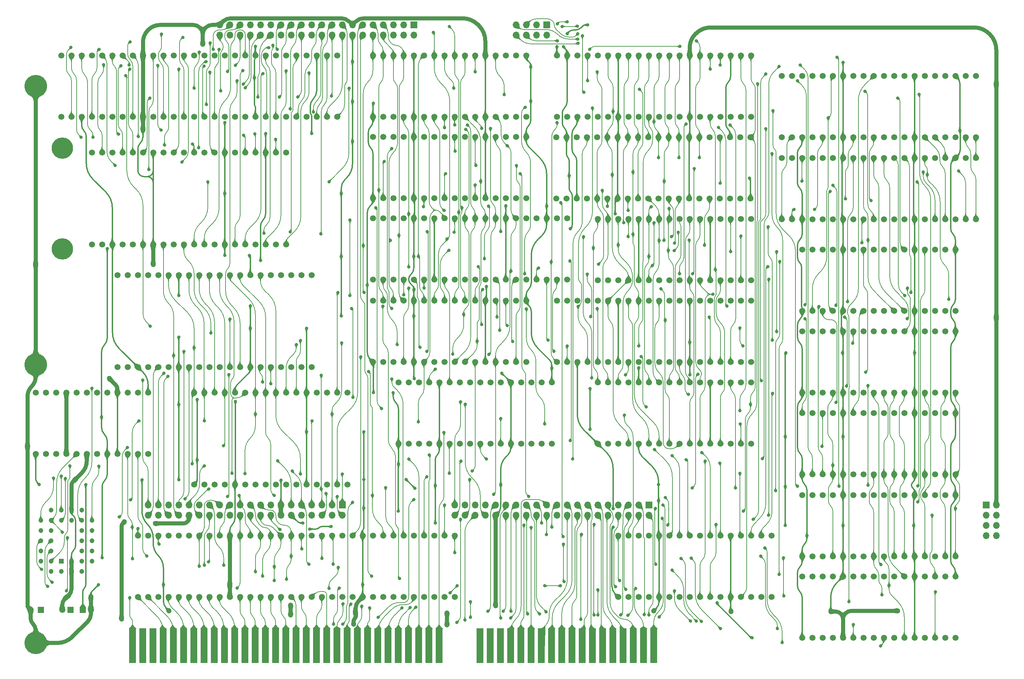
<source format=gbl>
%TF.GenerationSoftware,KiCad,Pcbnew,8.0.4*%
%TF.CreationDate,2024-09-02T21:08:05+02:00*%
%TF.ProjectId,Video Board - Signals,56696465-6f20-4426-9f61-7264202d2053,V0*%
%TF.SameCoordinates,PX18392c0PY1360f00*%
%TF.FileFunction,Copper,L2,Bot*%
%TF.FilePolarity,Positive*%
%FSLAX46Y46*%
G04 Gerber Fmt 4.6, Leading zero omitted, Abs format (unit mm)*
G04 Created by KiCad (PCBNEW 8.0.4) date 2024-09-02 21:08:05*
%MOMM*%
%LPD*%
G01*
G04 APERTURE LIST*
%TA.AperFunction,ComponentPad*%
%ADD10C,5.600000*%
%TD*%
%TA.AperFunction,ComponentPad*%
%ADD11O,1.700000X1.700000*%
%TD*%
%TA.AperFunction,ComponentPad*%
%ADD12R,1.700000X1.700000*%
%TD*%
%TA.AperFunction,ComponentPad*%
%ADD13C,1.500000*%
%TD*%
%TA.AperFunction,ComponentPad*%
%ADD14R,1.500000X1.500000*%
%TD*%
%TA.AperFunction,ConnectorPad*%
%ADD15R,1.780000X8.620000*%
%TD*%
%TA.AperFunction,ComponentPad*%
%ADD16C,1.200000*%
%TD*%
%TA.AperFunction,ComponentPad*%
%ADD17R,1.200000X1.200000*%
%TD*%
%TA.AperFunction,WasherPad*%
%ADD18C,5.300000*%
%TD*%
%TA.AperFunction,ViaPad*%
%ADD19C,0.800000*%
%TD*%
%TA.AperFunction,ViaPad*%
%ADD20C,1.300000*%
%TD*%
%TA.AperFunction,Conductor*%
%ADD21C,0.380000*%
%TD*%
%TA.AperFunction,Conductor*%
%ADD22C,1.000000*%
%TD*%
%TA.AperFunction,Conductor*%
%ADD23C,0.200000*%
%TD*%
G04 APERTURE END LIST*
D10*
%TO.P,H19,1,GND*%
%TO.N,/GND*%
X0Y0D03*
%TD*%
D11*
%TO.P,J2,40,Pin_40*%
%TO.N,/Read Address Low*%
X104140000Y-106680000D03*
%TO.P,J2,39,Pin_39*%
%TO.N,/Read Address High*%
X104140000Y-104140000D03*
%TO.P,J2,38,Pin_38*%
%TO.N,/Read Address Bank*%
X106680000Y-106680000D03*
%TO.P,J2,37,Pin_37*%
%TO.N,/~{Memory B}*%
X106680000Y-104140000D03*
%TO.P,J2,36,Pin_36*%
%TO.N,/~{Memory A}*%
X109220000Y-106680000D03*
%TO.P,J2,35,Pin_35*%
%TO.N,/Memory Frame*%
X109220000Y-104140000D03*
%TO.P,J2,34,Pin_34*%
%TO.N,/~{Reset}*%
X111760000Y-106680000D03*
%TO.P,J2,33,Pin_33*%
%TO.N,/GND*%
X111760000Y-104140000D03*
%TO.P,J2,32,Pin_32*%
X114300000Y-106680000D03*
%TO.P,J2,31,Pin_31*%
%TO.N,/D7_{M}*%
X114300000Y-104140000D03*
%TO.P,J2,30,Pin_30*%
%TO.N,/D6_{M}*%
X116840000Y-106680000D03*
%TO.P,J2,29,Pin_29*%
%TO.N,/D5_{M}*%
X116840000Y-104140000D03*
%TO.P,J2,28,Pin_28*%
%TO.N,/D4_{M}*%
X119380000Y-106680000D03*
%TO.P,J2,27,Pin_27*%
%TO.N,/D3_{M}*%
X119380000Y-104140000D03*
%TO.P,J2,26,Pin_26*%
%TO.N,/D2_{M}*%
X121920000Y-106680000D03*
%TO.P,J2,25,Pin_25*%
%TO.N,/D1_{M}*%
X121920000Y-104140000D03*
%TO.P,J2,24,Pin_24*%
%TO.N,/D0_{M}*%
X124460000Y-106680000D03*
%TO.P,J2,23,Pin_23*%
%TO.N,/~{RD}_{M}*%
X124460000Y-104140000D03*
%TO.P,J2,22,Pin_22*%
%TO.N,/~{WD}_{M}*%
X127000000Y-106680000D03*
%TO.P,J2,21,Pin_21*%
%TO.N,/A20_{M}*%
X127000000Y-104140000D03*
%TO.P,J2,20,Pin_20*%
%TO.N,/A19_{M}*%
X129540000Y-106680000D03*
%TO.P,J2,19,Pin_19*%
%TO.N,/A18_{M}*%
X129540000Y-104140000D03*
%TO.P,J2,18,Pin_18*%
%TO.N,/A17_{M}*%
X132080000Y-106680000D03*
%TO.P,J2,17,Pin_17*%
%TO.N,/A16_{M}*%
X132080000Y-104140000D03*
%TO.P,J2,16,Pin_16*%
%TO.N,/A15_{M}*%
X134620000Y-106680000D03*
%TO.P,J2,15,Pin_15*%
%TO.N,/A14_{M}*%
X134620000Y-104140000D03*
%TO.P,J2,14,Pin_14*%
%TO.N,/A13_{M}*%
X137160000Y-106680000D03*
%TO.P,J2,13,Pin_13*%
%TO.N,/A12_{M}*%
X137160000Y-104140000D03*
%TO.P,J2,12,Pin_12*%
%TO.N,/A11_{M}*%
X139700000Y-106680000D03*
%TO.P,J2,11,Pin_11*%
%TO.N,/A10_{M}*%
X139700000Y-104140000D03*
%TO.P,J2,10,Pin_10*%
%TO.N,/A9_{M}*%
X142240000Y-106680000D03*
%TO.P,J2,9,Pin_9*%
%TO.N,/A8_{M}*%
X142240000Y-104140000D03*
%TO.P,J2,8,Pin_8*%
%TO.N,/A7_{M}*%
X144780000Y-106680000D03*
%TO.P,J2,7,Pin_7*%
%TO.N,/A6_{M}*%
X144780000Y-104140000D03*
%TO.P,J2,6,Pin_6*%
%TO.N,/A5_{M}*%
X147320000Y-106680000D03*
%TO.P,J2,5,Pin_5*%
%TO.N,/A4_{M}*%
X147320000Y-104140000D03*
%TO.P,J2,4,Pin_4*%
%TO.N,/A3_{M}*%
X149860000Y-106680000D03*
%TO.P,J2,3,Pin_3*%
%TO.N,/A2_{M}*%
X149860000Y-104140000D03*
%TO.P,J2,2,Pin_2*%
%TO.N,/A1_{M}*%
X152400000Y-106680000D03*
D12*
%TO.P,J2,1,Pin_1*%
%TO.N,/A0_{M}*%
X152400000Y-104140000D03*
%TD*%
D13*
%TO.P,C2,2*%
%TO.N,/GND*%
X13727400Y-130175000D03*
D14*
%TO.P,C2,1*%
%TO.N,/5V*%
X11727400Y-130175000D03*
%TD*%
D13*
%TO.P,LED1,2,A*%
%TO.N,/GND*%
X-1265000Y-130175000D03*
D14*
%TO.P,LED1,1,K*%
%TO.N,Net-(LED1-K)*%
X1275000Y-130175000D03*
%TD*%
D13*
%TO.P,B9,32,Y0_{R}*%
%TO.N,unconnected-(B9-Y0_{R}-Pad32)*%
X190500000Y-60960000D03*
%TO.P,B9,31,Y1_{R}*%
%TO.N,unconnected-(B9-Y1_{R}-Pad31)*%
X193040000Y-60960000D03*
%TO.P,B9,30,Y2_{R}*%
%TO.N,unconnected-(B9-Y2_{R}-Pad30)*%
X195580000Y-60960000D03*
%TO.P,B9,29,Y3_{R}*%
%TO.N,unconnected-(B9-Y3_{R}-Pad29)*%
X198120000Y-60960000D03*
%TO.P,B9,28,GND*%
%TO.N,/GND*%
X200660000Y-60960000D03*
%TO.P,B9,27,Y0_{W}*%
%TO.N,/Write Horizontal Back Porch Start*%
X203200000Y-60960000D03*
%TO.P,B9,26,Y1_{W}*%
%TO.N,/Write Horizontal Back Porch End*%
X205740000Y-60960000D03*
%TO.P,B9,25,Y2_{W}*%
%TO.N,/Write Horizontal Shift Pattern Low*%
X208280000Y-60960000D03*
%TO.P,B9,24,Y3_{W}*%
%TO.N,/Write Horizontal Shift Pattern High*%
X210820000Y-60960000D03*
%TO.P,B9,23,Y4_{W}*%
%TO.N,/Write Vertical Front Porch Start Low*%
X213360000Y-60960000D03*
%TO.P,B9,22,Y5_{W}*%
%TO.N,/Write Vertical Front Porch Start High*%
X215900000Y-60960000D03*
%TO.P,B9,21,GND*%
%TO.N,/GND*%
X218440000Y-60960000D03*
%TO.P,B9,20,Y6_{W}*%
%TO.N,/Write Vertical Sync Start Low*%
X220980000Y-60960000D03*
%TO.P,B9,19,Y7_{W}*%
%TO.N,/Write Vertical Sync Start High*%
X223520000Y-60960000D03*
%TO.P,B9,18,N.C.*%
%TO.N,unconnected-(B9-N.C.-Pad18)*%
X226060000Y-60960000D03*
%TO.P,B9,17,5V*%
%TO.N,/5V*%
X228600000Y-60960000D03*
%TO.P,B9,16,~{WD}*%
%TO.N,/~{WD}*%
X228600000Y-76200000D03*
%TO.P,B9,15,~{RD}*%
%TO.N,/~{RD}*%
X226060000Y-76200000D03*
%TO.P,B9,14,N.C.*%
%TO.N,unconnected-(B9-N.C.-Pad14)*%
X223520000Y-76200000D03*
%TO.P,B9,13,A0*%
%TO.N,/A0*%
X220980000Y-76200000D03*
%TO.P,B9,12,GND*%
%TO.N,/GND*%
X218440000Y-76200000D03*
%TO.P,B9,11,A1*%
%TO.N,/A1*%
X215900000Y-76200000D03*
%TO.P,B9,10,A2*%
%TO.N,/A2*%
X213360000Y-76200000D03*
%TO.P,B9,9,E3*%
%TO.N,/~{A4}*%
X210820000Y-76200000D03*
%TO.P,B9,8,~{E2}*%
%TO.N,/~{A3}*%
X208280000Y-76200000D03*
%TO.P,B9,7,Y4_{R}*%
%TO.N,/Read Vertical Low*%
X205740000Y-76200000D03*
%TO.P,B9,6,Y5_{R}*%
%TO.N,/Read Vertical High*%
X203200000Y-76200000D03*
%TO.P,B9,5,GND*%
%TO.N,/GND*%
X200660000Y-76200000D03*
%TO.P,B9,4,~{Device_Registers}*%
%TO.N,/~{Device Registers}*%
X198120000Y-76200000D03*
%TO.P,B9,3,Y6_{R}*%
%TO.N,unconnected-(B9-Y6_{R}-Pad3)*%
X195580000Y-76200000D03*
%TO.P,B9,2,Y7_{R}*%
%TO.N,unconnected-(B9-Y7_{R}-Pad2)*%
X193040000Y-76200000D03*
%TO.P,B9,1,5V*%
%TO.N,/5V*%
X190500000Y-76200000D03*
%TD*%
%TO.P,B40,40,A1*%
%TO.N,/Vertical Sync _{CYCLE 3H}*%
X233680000Y-33054000D03*
%TO.P,B40,39,A3*%
%TO.N,/Horizontal Sync _{CYCLE 3H}*%
X231140000Y-33054000D03*
%TO.P,B40,38,N.C.*%
%TO.N,unconnected-(B40-N.C.-Pad38)*%
X228600000Y-33054000D03*
%TO.P,B40,37,B1*%
%TO.N,/Vertical Sync _{CYCLE 3}*%
X226060000Y-33054000D03*
%TO.P,B40,36,B3*%
%TO.N,/Horizontal Sync _{CYCLE 3}*%
X223520000Y-33054000D03*
%TO.P,B40,35,N.C.*%
%TO.N,unconnected-(B40-N.C.-Pad35)*%
X220980000Y-33054000D03*
%TO.P,B40,34,GND*%
%TO.N,/GND*%
X218440000Y-33054000D03*
%TO.P,B40,33,N.C.*%
%TO.N,unconnected-(B40-N.C.-Pad33)*%
X215900000Y-33054000D03*
%TO.P,B40,32,Y0*%
%TO.N,/Horizontal Sync _{FINAL}*%
X213360000Y-33054000D03*
%TO.P,B40,31,Y1*%
%TO.N,/Horizontal Blank _{FINAL}*%
X210820000Y-33054000D03*
%TO.P,B40,30,Y2*%
%TO.N,/Vertical Sync _{FINAL}*%
X208280000Y-33054000D03*
%TO.P,B40,29,Y3*%
%TO.N,/Vertical Blank _{FINAL}*%
X205740000Y-33054000D03*
%TO.P,B40,28,N.C.*%
%TO.N,unconnected-(B40-N.C.-Pad28)*%
X203200000Y-33054000D03*
%TO.P,B40,27,GND*%
%TO.N,/GND*%
X200660000Y-33054000D03*
%TO.P,B40,26,N.C.*%
%TO.N,unconnected-(B40-N.C.-Pad26)*%
X198120000Y-33054000D03*
%TO.P,B40,25,C1*%
%TO.N,/Vertical Sync _{CYCLE 4H}*%
X195580000Y-33054000D03*
%TO.P,B40,24,C3*%
%TO.N,/Horizontal Sync _{CYCLE 4H}*%
X193040000Y-33054000D03*
%TO.P,B40,23,5V*%
%TO.N,/5V*%
X190500000Y-33054000D03*
%TO.P,B40,22,E1*%
%TO.N,/Vertical Sync _{CYCLE 4}*%
X187960000Y-33054000D03*
%TO.P,B40,21,E3*%
%TO.N,/Horizontal Sync _{CYCLE 4}*%
X185420000Y-33054000D03*
%TO.P,B40,20,E2*%
%TO.N,/Horizontal Blank _{CYCLE 4}*%
X185420000Y-17814000D03*
%TO.P,B40,19,E0*%
%TO.N,/Vertical Blank _{CYCLE 4}*%
X187960000Y-17814000D03*
%TO.P,B40,18,Write_Select*%
%TO.N,/Write Video Signal Delay*%
X190500000Y-17814000D03*
%TO.P,B40,17,C2*%
%TO.N,/Horizontal Blank _{CYCLE 4H}*%
X193040000Y-17814000D03*
%TO.P,B40,16,C0*%
%TO.N,/Vertical Blank _{CYCLE 4H}*%
X195580000Y-17814000D03*
%TO.P,B40,15,D7*%
%TO.N,/D7*%
X198120000Y-17814000D03*
%TO.P,B40,14,GND*%
%TO.N,/GND*%
X200660000Y-17814000D03*
%TO.P,B40,13,D6*%
%TO.N,/D6*%
X203200000Y-17814000D03*
%TO.P,B40,12,D5*%
%TO.N,/D5*%
X205740000Y-17814000D03*
%TO.P,B40,11,D4*%
%TO.N,/D4*%
X208280000Y-17814000D03*
%TO.P,B40,10,D3*%
%TO.N,/D3*%
X210820000Y-17814000D03*
%TO.P,B40,9,D2*%
%TO.N,/D2*%
X213360000Y-17814000D03*
%TO.P,B40,8,D1*%
%TO.N,/D1*%
X215900000Y-17814000D03*
%TO.P,B40,7,GND*%
%TO.N,/GND*%
X218440000Y-17814000D03*
%TO.P,B40,6,D0*%
%TO.N,/D0*%
X220980000Y-17814000D03*
%TO.P,B40,5,B2*%
%TO.N,/Horizontal Blank _{CYCLE 3}*%
X223520000Y-17814000D03*
%TO.P,B40,4,B0*%
%TO.N,/Vertical Blank _{CYCLE 3}*%
X226060000Y-17814000D03*
%TO.P,B40,3,5V*%
%TO.N,/5V*%
X228600000Y-17814000D03*
%TO.P,B40,2,A2*%
%TO.N,/Horizontal Blank _{CYCLE 3H}*%
X231140000Y-17814000D03*
%TO.P,B40,1,A0*%
%TO.N,/Vertical Blank _{CYCLE 3H}*%
X233680000Y-17814000D03*
%TD*%
%TO.P,B16,64,A0*%
%TO.N,/A0*%
X25400000Y-111760000D03*
%TO.P,B16,63,A1*%
%TO.N,/A1*%
X27940000Y-111760000D03*
%TO.P,B16,62,A2*%
%TO.N,/A2*%
X30480000Y-111760000D03*
%TO.P,B16,61,A3*%
%TO.N,/A3*%
X33020000Y-111760000D03*
%TO.P,B16,60,A4*%
%TO.N,/A4*%
X35560000Y-111760000D03*
%TO.P,B16,59,A5*%
%TO.N,/A5*%
X38100000Y-111760000D03*
%TO.P,B16,58,A6*%
%TO.N,/A6*%
X40640000Y-111760000D03*
%TO.P,B16,57,A7*%
%TO.N,/A7*%
X43180000Y-111760000D03*
%TO.P,B16,56,A8*%
%TO.N,/A8*%
X45720000Y-111760000D03*
%TO.P,B16,55,GND*%
%TO.N,/GND*%
X48260000Y-111760000D03*
%TO.P,B16,54,A9*%
%TO.N,/A9*%
X50800000Y-111760000D03*
%TO.P,B16,53,A10*%
%TO.N,/A10*%
X53340000Y-111760000D03*
%TO.P,B16,52,A11*%
%TO.N,/A11*%
X55880000Y-111760000D03*
%TO.P,B16,51,A12*%
%TO.N,/A12*%
X58420000Y-111760000D03*
%TO.P,B16,50,A13*%
%TO.N,/A13*%
X60960000Y-111760000D03*
%TO.P,B16,49,A14*%
%TO.N,/A14*%
X63500000Y-111760000D03*
%TO.P,B16,48,A15*%
%TO.N,/A15*%
X66040000Y-111760000D03*
%TO.P,B16,47,A16*%
%TO.N,/A16*%
X68580000Y-111760000D03*
%TO.P,B16,46,~{RD}*%
%TO.N,/~{RD}*%
X71120000Y-111760000D03*
%TO.P,B16,45,~{WD}*%
%TO.N,/~{WD}*%
X73660000Y-111760000D03*
%TO.P,B16,44,S*%
%TO.N,unconnected-(B16-S-Pad44)*%
X76200000Y-111760000D03*
%TO.P,B16,43,D7*%
%TO.N,/D0*%
X78740000Y-111760000D03*
%TO.P,B16,42,GND*%
%TO.N,/GND*%
X81280000Y-111760000D03*
%TO.P,B16,41,D6*%
%TO.N,/D1*%
X83820000Y-111760000D03*
%TO.P,B16,40,D5*%
%TO.N,/D2*%
X86360000Y-111760000D03*
%TO.P,B16,39,D4*%
%TO.N,/D3*%
X88900000Y-111760000D03*
%TO.P,B16,38,D3*%
%TO.N,/D4*%
X91440000Y-111760000D03*
%TO.P,B16,37,D2*%
%TO.N,/D5*%
X93980000Y-111760000D03*
%TO.P,B16,36,D1*%
%TO.N,/D6*%
X96520000Y-111760000D03*
%TO.P,B16,35,5V*%
%TO.N,/5V*%
X99060000Y-111760000D03*
%TO.P,B16,34,D0*%
%TO.N,/D7*%
X101600000Y-111760000D03*
%TO.P,B16,33,Deivce_~{CS}*%
%TO.N,/~{Device Select}*%
X104140000Y-111760000D03*
%TO.P,B16,32,Deivce_~{CS}_{IN}*%
%TO.N,/~{Select}_{D}*%
X104140000Y-127000000D03*
%TO.P,B16,31,D0_{IN/OUT}*%
%TO.N,/D0_{D}*%
X101600000Y-127000000D03*
%TO.P,B16,30,D1_{IN/OUT}*%
%TO.N,/D1_{D}*%
X99060000Y-127000000D03*
%TO.P,B16,29,D2_{IN/OUT}*%
%TO.N,/D2_{D}*%
X96520000Y-127000000D03*
%TO.P,B16,28,D3_{IN/OUT}*%
%TO.N,/D3_{D}*%
X93980000Y-127000000D03*
%TO.P,B16,27,D4_{IN/OUT}*%
%TO.N,/D4_{D}*%
X91440000Y-127000000D03*
%TO.P,B16,26,D5_{IN/OUT}*%
%TO.N,/D5_{D}*%
X88900000Y-127000000D03*
%TO.P,B16,25,D6_{IN/OUT}*%
%TO.N,/D6_{D}*%
X86360000Y-127000000D03*
%TO.P,B16,24,D7_{IN/OUT}*%
%TO.N,/D7_{D}*%
X83820000Y-127000000D03*
%TO.P,B16,23,GND*%
%TO.N,/GND*%
X81280000Y-127000000D03*
%TO.P,B16,22,S_{IN}*%
X78740000Y-127000000D03*
%TO.P,B16,21,~{WD}_{IN}*%
%TO.N,/~{WD}_{D}*%
X76200000Y-127000000D03*
%TO.P,B16,20,~{RD}_{IN}*%
%TO.N,/~{RD}_{D}*%
X73660000Y-127000000D03*
%TO.P,B16,19,A16_{IN}*%
%TO.N,/A15_{D}*%
X71120000Y-127000000D03*
%TO.P,B16,18,A15_{IN}*%
%TO.N,/A16_{D}*%
X68580000Y-127000000D03*
%TO.P,B16,17,A14_{IN}*%
%TO.N,/A14_{D}*%
X66040000Y-127000000D03*
%TO.P,B16,16,A13_{IN}*%
%TO.N,/A13_{D}*%
X63500000Y-127000000D03*
%TO.P,B16,15,A12_{IN}*%
%TO.N,/A12_{D}*%
X60960000Y-127000000D03*
%TO.P,B16,14,A11_{IN}*%
%TO.N,/A11_{D}*%
X58420000Y-127000000D03*
%TO.P,B16,13,A10_{IN}*%
%TO.N,/A10_{D}*%
X55880000Y-127000000D03*
%TO.P,B16,12,A9_{IN}*%
%TO.N,/A9_{D}*%
X53340000Y-127000000D03*
%TO.P,B16,11,A8_{IN}*%
%TO.N,/A8_{D}*%
X50800000Y-127000000D03*
%TO.P,B16,10,GND*%
%TO.N,/GND*%
X48260000Y-127000000D03*
%TO.P,B16,9,A7_{IN}*%
%TO.N,/A7_{D}*%
X45720000Y-127000000D03*
%TO.P,B16,8,A6_{IN}*%
%TO.N,/A6_{D}*%
X43180000Y-127000000D03*
%TO.P,B16,7,A5_{IN}*%
%TO.N,/A5_{D}*%
X40640000Y-127000000D03*
%TO.P,B16,6,A4_{IN}*%
%TO.N,/A4_{D}*%
X38100000Y-127000000D03*
%TO.P,B16,5,A3_{IN}*%
%TO.N,/A3_{D}*%
X35560000Y-127000000D03*
%TO.P,B16,4,A2_{IN}*%
%TO.N,/A2_{D}*%
X33020000Y-127000000D03*
%TO.P,B16,3,5V*%
%TO.N,/5V*%
X30480000Y-127000000D03*
%TO.P,B16,2,A1_{IN}*%
%TO.N,/A1_{D}*%
X27940000Y-127000000D03*
%TO.P,B16,1,A0_{IN}*%
%TO.N,/A0_{D}*%
X25400000Y-127000000D03*
%TD*%
D15*
%TO.P,J5,C18,C18*%
%TO.N,/A6_{M}*%
X153619200Y-139065000D03*
%TO.P,J5,C17,C17*%
%TO.N,/A7_{M}*%
X151079200Y-139065000D03*
%TO.P,J5,C16,C16*%
%TO.N,/A8_{M}*%
X148539200Y-139065000D03*
%TO.P,J5,C15,C15*%
%TO.N,/A9_{M}*%
X145999200Y-139065000D03*
%TO.P,J5,C14,C14*%
%TO.N,/A10_{M}*%
X143459200Y-139065000D03*
%TO.P,J5,C13,C13*%
%TO.N,/A11_{M}*%
X140919200Y-139065000D03*
%TO.P,J5,C12,C12*%
%TO.N,/A12_{M}*%
X138379200Y-139065000D03*
%TO.P,J5,C11,C11*%
%TO.N,/A13_{M}*%
X135839200Y-139065000D03*
%TO.P,J5,C10,C10*%
%TO.N,/A14_{M}*%
X133299200Y-139065000D03*
%TO.P,J5,C9,C9*%
%TO.N,/A15_{M}*%
X130759200Y-139065000D03*
%TO.P,J5,C8,C8*%
%TO.N,/A16_{M}*%
X128219200Y-139065000D03*
%TO.P,J5,C7,C7*%
%TO.N,/A17_{M}*%
X125679200Y-139065000D03*
%TO.P,J5,C6,C6*%
%TO.N,/A18_{M}*%
X123139200Y-139065000D03*
%TO.P,J5,C5,C5*%
%TO.N,/A19_{M}*%
X120599200Y-139065000D03*
%TO.P,J5,C4,C4*%
%TO.N,/A20_{M}*%
X118059200Y-139065000D03*
%TO.P,J5,C3,C3*%
%TO.N,unconnected-(J5-PadC3)*%
X115519200Y-139065000D03*
%TO.P,J5,C2,C2*%
%TO.N,unconnected-(J5-PadC2)*%
X112979200Y-139065000D03*
%TO.P,J5,C1,C1*%
%TO.N,unconnected-(J5-PadC1)*%
X110439200Y-139065000D03*
%TO.P,J5,A31,A31*%
%TO.N,/H0_{D}*%
X100279200Y-139065000D03*
%TO.P,J5,A30,A30*%
%TO.N,/H1_{D}*%
X97739200Y-139065000D03*
%TO.P,J5,A29,A29*%
%TO.N,/H2_{D}*%
X95199200Y-139065000D03*
%TO.P,J5,A28,A28*%
%TO.N,/D0_{D}*%
X92659200Y-139065000D03*
%TO.P,J5,A27,A27*%
%TO.N,/D1_{D}*%
X90119200Y-139065000D03*
%TO.P,J5,A26,A26*%
%TO.N,/D2_{D}*%
X87579200Y-139065000D03*
%TO.P,J5,A25,A25*%
%TO.N,/D3_{D}*%
X85039200Y-139065000D03*
%TO.P,J5,A24,A24*%
%TO.N,/D4_{D}*%
X82499200Y-139065000D03*
%TO.P,J5,A23,A23*%
%TO.N,/D5_{D}*%
X79959200Y-139065000D03*
%TO.P,J5,A22,A22*%
%TO.N,/D6_{D}*%
X77419200Y-139065000D03*
%TO.P,J5,A21,A21*%
%TO.N,/D7_{D}*%
X74879200Y-139065000D03*
%TO.P,J5,A20,A20*%
%TO.N,/A16_{D}*%
X72339200Y-139065000D03*
%TO.P,J5,A19,A19*%
%TO.N,/A15_{D}*%
X69799200Y-139065000D03*
%TO.P,J5,A18,A18*%
%TO.N,/A14_{D}*%
X67259200Y-139065000D03*
%TO.P,J5,A17,A17*%
%TO.N,/A13_{D}*%
X64719200Y-139065000D03*
%TO.P,J5,A16,A16*%
%TO.N,/A12_{D}*%
X62179200Y-139065000D03*
%TO.P,J5,A15,A15*%
%TO.N,/A11_{D}*%
X59639200Y-139065000D03*
%TO.P,J5,A14,A14*%
%TO.N,/A10_{D}*%
X57099200Y-139065000D03*
%TO.P,J5,A13,A13*%
%TO.N,/A9_{D}*%
X54559200Y-139065000D03*
%TO.P,J5,A12,A12*%
%TO.N,/A8_{D}*%
X52019200Y-139065000D03*
%TO.P,J5,A11,A11*%
%TO.N,/A7_{D}*%
X49479200Y-139065000D03*
%TO.P,J5,A10,A10*%
%TO.N,/A6_{D}*%
X46939200Y-139065000D03*
%TO.P,J5,A9,A9*%
%TO.N,/A5_{D}*%
X44399200Y-139065000D03*
%TO.P,J5,A8,A8*%
%TO.N,/A4_{D}*%
X41859200Y-139065000D03*
%TO.P,J5,A7,A7*%
%TO.N,/A3_{D}*%
X39319200Y-139065000D03*
%TO.P,J5,A6,A6*%
%TO.N,/A2_{D}*%
X36779200Y-139065000D03*
%TO.P,J5,A5,A5*%
%TO.N,/A1_{D}*%
X34239200Y-139065000D03*
%TO.P,J5,A4,A4*%
%TO.N,/A0_{D}*%
X31699200Y-139065000D03*
%TO.P,J5,A3,A3*%
%TO.N,unconnected-(J5-PadA3)*%
X29159200Y-139065000D03*
%TO.P,J5,A2,A2*%
%TO.N,unconnected-(J5-PadA2)*%
X26619200Y-139065000D03*
%TO.P,J5,A1,A1*%
%TO.N,/~{Reset}_{System}*%
X24079200Y-139065000D03*
%TD*%
D13*
%TO.P,B26,32,N.C.*%
%TO.N,unconnected-(B26-N.C.-Pad32)*%
X177800000Y-88900000D03*
%TO.P,B26,31,~{C=A}*%
%TO.N,/~{Vertical Back Porch End} _{CMP}*%
X175260000Y-88900000D03*
%TO.P,B26,30,N.C.*%
%TO.N,unconnected-(B26-N.C.-Pad30)*%
X172720000Y-88900000D03*
%TO.P,B26,29,D7*%
%TO.N,/D7*%
X170180000Y-88900000D03*
%TO.P,B26,28,GND*%
%TO.N,/GND*%
X167640000Y-88900000D03*
%TO.P,B26,27,D6*%
%TO.N,/D6*%
X165100000Y-88900000D03*
%TO.P,B26,26,D5*%
%TO.N,/D5*%
X162560000Y-88900000D03*
%TO.P,B26,25,D4*%
%TO.N,/D4*%
X160020000Y-88900000D03*
%TO.P,B26,24,D3*%
%TO.N,/D3*%
X157480000Y-88900000D03*
%TO.P,B26,23,D2*%
%TO.N,/D2*%
X154940000Y-88900000D03*
%TO.P,B26,22,D1*%
%TO.N,/D1*%
X152400000Y-88900000D03*
%TO.P,B26,21,GND*%
%TO.N,/GND*%
X149860000Y-88900000D03*
%TO.P,B26,20,D0*%
%TO.N,/D0*%
X147320000Y-88900000D03*
%TO.P,B26,19,N.C.*%
%TO.N,unconnected-(B26-N.C.-Pad19)*%
X144780000Y-88900000D03*
%TO.P,B26,18,N.C.*%
%TO.N,unconnected-(B26-N.C.-Pad18)*%
X142240000Y-88900000D03*
%TO.P,B26,17,5V*%
%TO.N,/5V*%
X139700000Y-88900000D03*
%TO.P,B26,16,C9*%
%TO.N,/Row9*%
X139700000Y-73660000D03*
%TO.P,B26,15,C8*%
%TO.N,/Row8*%
X142240000Y-73660000D03*
%TO.P,B26,14,C7*%
%TO.N,/Row7*%
X144780000Y-73660000D03*
%TO.P,B26,13,C6*%
%TO.N,/Row6*%
X147320000Y-73660000D03*
%TO.P,B26,12,GND*%
%TO.N,/GND*%
X149860000Y-73660000D03*
%TO.P,B26,11,C5*%
%TO.N,/Row5*%
X152400000Y-73660000D03*
%TO.P,B26,10,C4*%
%TO.N,/Row4*%
X154940000Y-73660000D03*
%TO.P,B26,9,C3*%
%TO.N,/Row3*%
X157480000Y-73660000D03*
%TO.P,B26,8,C2*%
%TO.N,/Row2*%
X160020000Y-73660000D03*
%TO.P,B26,7,C1*%
%TO.N,/Row1*%
X162560000Y-73660000D03*
%TO.P,B26,6,C0*%
%TO.N,/Row0*%
X165100000Y-73660000D03*
%TO.P,B26,5,GND*%
%TO.N,/GND*%
X167640000Y-73660000D03*
%TO.P,B26,4,Write_A_Low*%
%TO.N,/Write Vertical Back Porch End Low*%
X170180000Y-73660000D03*
%TO.P,B26,3,Write_A_High*%
%TO.N,/Write Vertical Back Porch End High*%
X172720000Y-73660000D03*
%TO.P,B26,2,N.C.*%
%TO.N,unconnected-(B26-N.C.-Pad2)*%
X175260000Y-73660000D03*
%TO.P,B26,1,5V*%
%TO.N,/5V*%
X177800000Y-73660000D03*
%TD*%
%TO.P,B10,24,3.3V*%
%TO.N,/3.3V*%
X0Y-76200000D03*
%TO.P,B10,23,N.C.*%
%TO.N,unconnected-(B10-N.C.-Pad23)*%
X2540000Y-76200000D03*
%TO.P,B10,22,N.C.*%
%TO.N,unconnected-(B10-N.C.-Pad22)*%
X5080000Y-76200000D03*
%TO.P,B10,21,GND*%
%TO.N,/GND*%
X7620000Y-76200000D03*
%TO.P,B10,20,N.C.*%
%TO.N,unconnected-(B10-N.C.-Pad20)*%
X10160000Y-76200000D03*
%TO.P,B10,19,H2_{OUT}*%
%TO.N,/H2_{D}*%
X12700000Y-76200000D03*
%TO.P,B10,18,H1_{OUT}*%
%TO.N,/H1_{D}*%
X15240000Y-76200000D03*
%TO.P,B10,17,H0_{OUT}*%
%TO.N,/H0_{D}*%
X17780000Y-76200000D03*
%TO.P,B10,16,GND*%
%TO.N,/GND*%
X20320000Y-76200000D03*
%TO.P,B10,15,N.C.*%
%TO.N,unconnected-(B10-N.C.-Pad15)*%
X22860000Y-76200000D03*
%TO.P,B10,14,N.C.*%
%TO.N,unconnected-(B10-N.C.-Pad14)*%
X25400000Y-76200000D03*
%TO.P,B10,13,5V*%
%TO.N,/5V*%
X27940000Y-76200000D03*
%TO.P,B10,12,~{WD}*%
%TO.N,/~{WD}*%
X27940000Y-91440000D03*
%TO.P,B10,11,~{Device_Select}*%
%TO.N,/~{Device Select}*%
X25400000Y-91440000D03*
%TO.P,B10,10,~{RD}*%
%TO.N,/~{RD}*%
X22860000Y-91440000D03*
%TO.P,B10,9,GND*%
%TO.N,/GND*%
X20320000Y-91440000D03*
%TO.P,B10,8,H0_{REG}*%
%TO.N,/3.3V*%
X17780000Y-91440000D03*
%TO.P,B10,7,H1_{REG}*%
%TO.N,/GND*%
X15240000Y-91440000D03*
%TO.P,B10,6,H2_{REG}*%
X12700000Y-91440000D03*
%TO.P,B10,5,~{Device_ROM}*%
%TO.N,/~{Device ROM}*%
X10160000Y-91440000D03*
%TO.P,B10,4,GND*%
%TO.N,/GND*%
X7620000Y-91440000D03*
%TO.P,B10,3,~{Device_Registers}*%
%TO.N,/~{Device Registers}*%
X5080000Y-91440000D03*
%TO.P,B10,2,~{Device_RAM}*%
%TO.N,/~{Device RAM}*%
X2540000Y-91440000D03*
%TO.P,B10,1,5V*%
%TO.N,/5V*%
X0Y-91440000D03*
%TD*%
%TO.P,B12,40,N.C.*%
%TO.N,unconnected-(B12-N.C.-Pad40)*%
X132080000Y-48090000D03*
%TO.P,B12,39,~{B=C}*%
%TO.N,/~{Horizontal Back Porch End} _{CMP}*%
X129540000Y-48090000D03*
%TO.P,B12,38,C7*%
%TO.N,/H10*%
X127000000Y-48090000D03*
%TO.P,B12,37,C6*%
%TO.N,/H9*%
X124460000Y-48090000D03*
%TO.P,B12,36,C5*%
%TO.N,/H8*%
X121920000Y-48090000D03*
%TO.P,B12,35,C4*%
%TO.N,/H7*%
X119380000Y-48090000D03*
%TO.P,B12,34,GND*%
%TO.N,/GND*%
X116840000Y-48090000D03*
%TO.P,B12,33,Write_B*%
%TO.N,/Write Horizontal Back Porch End*%
X114300000Y-48090000D03*
%TO.P,B12,32,N.C.*%
%TO.N,unconnected-(B12-N.C.-Pad32)*%
X111760000Y-48090000D03*
%TO.P,B12,31,N.C.*%
%TO.N,unconnected-(B12-N.C.-Pad31)*%
X109220000Y-48090000D03*
%TO.P,B12,30,N.C.*%
%TO.N,unconnected-(B12-N.C.-Pad30)*%
X106680000Y-48090000D03*
%TO.P,B12,29,N.C.*%
%TO.N,unconnected-(B12-N.C.-Pad29)*%
X104140000Y-48090000D03*
%TO.P,B12,28,~{A=C}*%
%TO.N,/~{Horizontal Back Porch Start} _{CMP}*%
X101600000Y-48090000D03*
%TO.P,B12,27,GND*%
%TO.N,/GND*%
X99060000Y-48090000D03*
%TO.P,B12,26,Write_A*%
%TO.N,/Write Horizontal Back Porch Start*%
X96520000Y-48090000D03*
%TO.P,B12,25,C3*%
%TO.N,/H6*%
X93980000Y-48090000D03*
%TO.P,B12,24,C2*%
%TO.N,/H5*%
X91440000Y-48090000D03*
%TO.P,B12,23,5V*%
%TO.N,/5V*%
X88900000Y-48090000D03*
%TO.P,B12,22,C1*%
%TO.N,/H4*%
X86360000Y-48090000D03*
%TO.P,B12,21,C0*%
%TO.N,/H3*%
X83820000Y-48090000D03*
%TO.P,B12,20,N.C.*%
%TO.N,unconnected-(B12-N.C.-Pad20)*%
X83820000Y-32850000D03*
%TO.P,B12,19,N.C.*%
%TO.N,unconnected-(B12-N.C.-Pad19)*%
X86360000Y-32850000D03*
%TO.P,B12,18,N.C.*%
%TO.N,unconnected-(B12-N.C.-Pad18)*%
X88900000Y-32850000D03*
%TO.P,B12,17,N.C.*%
%TO.N,unconnected-(B12-N.C.-Pad17)*%
X91440000Y-32850000D03*
%TO.P,B12,16,~{OE}*%
%TO.N,/GND*%
X93980000Y-32850000D03*
%TO.P,B12,15,D0*%
%TO.N,/D0*%
X96520000Y-32850000D03*
%TO.P,B12,14,GND*%
%TO.N,/GND*%
X99060000Y-32850000D03*
%TO.P,B12,13,D1*%
%TO.N,/D1*%
X101600000Y-32850000D03*
%TO.P,B12,12,D2*%
%TO.N,/D2*%
X104140000Y-32850000D03*
%TO.P,B12,11,D3*%
%TO.N,/D3*%
X106680000Y-32850000D03*
%TO.P,B12,10,D4*%
%TO.N,/D4*%
X109220000Y-32850000D03*
%TO.P,B12,9,D5*%
%TO.N,/D5*%
X111760000Y-32850000D03*
%TO.P,B12,8,D6*%
%TO.N,/D6*%
X114300000Y-32850000D03*
%TO.P,B12,7,GND*%
%TO.N,/GND*%
X116840000Y-32850000D03*
%TO.P,B12,6,D7*%
%TO.N,/D7*%
X119380000Y-32850000D03*
%TO.P,B12,5,N.C.*%
%TO.N,unconnected-(B12-N.C.-Pad5)*%
X121920000Y-32850000D03*
%TO.P,B12,4,N.C.*%
%TO.N,unconnected-(B12-N.C.-Pad4)*%
X124460000Y-32850000D03*
%TO.P,B12,3,5V*%
%TO.N,/5V*%
X127000000Y-32850000D03*
%TO.P,B12,2,N.C.*%
%TO.N,unconnected-(B12-N.C.-Pad2)*%
X129540000Y-32850000D03*
%TO.P,B12,1,N.C.*%
%TO.N,unconnected-(B12-N.C.-Pad1)*%
X132080000Y-32850000D03*
%TD*%
D11*
%TO.P,J3,40,Pin_40*%
%TO.N,/Palette Write*%
X45720000Y12700000D03*
%TO.P,J3,39,Pin_39*%
%TO.N,/GND*%
X45720000Y15240000D03*
%TO.P,J3,38,Pin_38*%
%TO.N,/Red7*%
X48260000Y12700000D03*
%TO.P,J3,37,Pin_37*%
%TO.N,/Red6*%
X48260000Y15240000D03*
%TO.P,J3,36,Pin_36*%
%TO.N,/Red5*%
X50800000Y12700000D03*
%TO.P,J3,35,Pin_35*%
%TO.N,/Red4*%
X50800000Y15240000D03*
%TO.P,J3,34,Pin_34*%
%TO.N,/Red3*%
X53340000Y12700000D03*
%TO.P,J3,33,Pin_33*%
%TO.N,/Red2*%
X53340000Y15240000D03*
%TO.P,J3,32,Pin_32*%
%TO.N,/Red1*%
X55880000Y12700000D03*
%TO.P,J3,31,Pin_31*%
%TO.N,/Red0*%
X55880000Y15240000D03*
%TO.P,J3,30,Pin_30*%
%TO.N,/Green7*%
X58420000Y12700000D03*
%TO.P,J3,29,Pin_29*%
%TO.N,/Green6*%
X58420000Y15240000D03*
%TO.P,J3,28,Pin_28*%
%TO.N,/Green5*%
X60960000Y12700000D03*
%TO.P,J3,27,Pin_27*%
%TO.N,/Green4*%
X60960000Y15240000D03*
%TO.P,J3,26,Pin_26*%
%TO.N,/Green3*%
X63500000Y12700000D03*
%TO.P,J3,25,Pin_25*%
%TO.N,/Green2*%
X63500000Y15240000D03*
%TO.P,J3,24,Pin_24*%
%TO.N,/Green1*%
X66040000Y12700000D03*
%TO.P,J3,23,Pin_23*%
%TO.N,/Green0*%
X66040000Y15240000D03*
%TO.P,J3,22,Pin_22*%
%TO.N,/Blue7*%
X68580000Y12700000D03*
%TO.P,J3,21,Pin_21*%
%TO.N,/Blue6*%
X68580000Y15240000D03*
%TO.P,J3,20,Pin_20*%
%TO.N,/Blue5*%
X71120000Y12700000D03*
%TO.P,J3,19,Pin_19*%
%TO.N,/Blue4*%
X71120000Y15240000D03*
%TO.P,J3,18,Pin_18*%
%TO.N,/Blue3*%
X73660000Y12700000D03*
%TO.P,J3,17,Pin_17*%
%TO.N,/Blue2*%
X73660000Y15240000D03*
%TO.P,J3,16,Pin_16*%
%TO.N,/Blue1*%
X76200000Y12700000D03*
%TO.P,J3,15,Pin_15*%
%TO.N,/Blue0*%
X76200000Y15240000D03*
%TO.P,J3,14,Pin_14*%
%TO.N,/GND*%
X78740000Y12700000D03*
%TO.P,J3,13,Pin_13*%
X78740000Y15240000D03*
%TO.P,J3,12,Pin_12*%
%TO.N,/Last Pixel+1 _{HALF CYCLE}*%
X81280000Y12700000D03*
%TO.P,J3,11,Pin_11*%
%TO.N,/Advance Pixel*%
X81280000Y15240000D03*
%TO.P,J3,10,Pin_10*%
%TO.N,/Row9*%
X83820000Y12700000D03*
%TO.P,J3,9,Pin_9*%
%TO.N,/Row8*%
X83820000Y15240000D03*
%TO.P,J3,8,Pin_8*%
%TO.N,/Row7*%
X86360000Y12700000D03*
%TO.P,J3,7,Pin_7*%
%TO.N,/Row6*%
X86360000Y15240000D03*
%TO.P,J3,6,Pin_6*%
%TO.N,/Row5*%
X88900000Y12700000D03*
%TO.P,J3,5,Pin_5*%
%TO.N,/Row4*%
X88900000Y15240000D03*
%TO.P,J3,4,Pin_4*%
%TO.N,/Row3*%
X91440000Y12700000D03*
%TO.P,J3,3,Pin_3*%
%TO.N,/Row2*%
X91440000Y15240000D03*
%TO.P,J3,2,Pin_2*%
%TO.N,/Row1*%
X93980000Y12700000D03*
D12*
%TO.P,J3,1,Pin_1*%
%TO.N,/Row0*%
X93980000Y15240000D03*
%TD*%
D13*
%TO.P,B6,32,N.C.*%
%TO.N,unconnected-(B6-N.C.-Pad32)*%
X177800000Y-48260000D03*
%TO.P,B6,31,~{C=A}*%
%TO.N,/~{Vertical Front Porch Start} _{CMP}*%
X175260000Y-48260000D03*
%TO.P,B6,30,N.C.*%
%TO.N,unconnected-(B6-N.C.-Pad30)*%
X172720000Y-48260000D03*
%TO.P,B6,29,D7*%
%TO.N,/D7*%
X170180000Y-48260000D03*
%TO.P,B6,28,GND*%
%TO.N,/GND*%
X167640000Y-48260000D03*
%TO.P,B6,27,D6*%
%TO.N,/D6*%
X165100000Y-48260000D03*
%TO.P,B6,26,D5*%
%TO.N,/D5*%
X162560000Y-48260000D03*
%TO.P,B6,25,D4*%
%TO.N,/D4*%
X160020000Y-48260000D03*
%TO.P,B6,24,D3*%
%TO.N,/D3*%
X157480000Y-48260000D03*
%TO.P,B6,23,D2*%
%TO.N,/D2*%
X154940000Y-48260000D03*
%TO.P,B6,22,D1*%
%TO.N,/D1*%
X152400000Y-48260000D03*
%TO.P,B6,21,GND*%
%TO.N,/GND*%
X149860000Y-48260000D03*
%TO.P,B6,20,D0*%
%TO.N,/D0*%
X147320000Y-48260000D03*
%TO.P,B6,19,N.C.*%
%TO.N,unconnected-(B6-N.C.-Pad19)*%
X144780000Y-48260000D03*
%TO.P,B6,18,N.C.*%
%TO.N,unconnected-(B6-N.C.-Pad18)*%
X142240000Y-48260000D03*
%TO.P,B6,17,5V*%
%TO.N,/5V*%
X139700000Y-48260000D03*
%TO.P,B6,16,C9*%
%TO.N,/Row9*%
X139700000Y-33020000D03*
%TO.P,B6,15,C8*%
%TO.N,/Row8*%
X142240000Y-33020000D03*
%TO.P,B6,14,C7*%
%TO.N,/Row7*%
X144780000Y-33020000D03*
%TO.P,B6,13,C6*%
%TO.N,/Row6*%
X147320000Y-33020000D03*
%TO.P,B6,12,GND*%
%TO.N,/GND*%
X149860000Y-33020000D03*
%TO.P,B6,11,C5*%
%TO.N,/Row5*%
X152400000Y-33020000D03*
%TO.P,B6,10,C4*%
%TO.N,/Row4*%
X154940000Y-33020000D03*
%TO.P,B6,9,C3*%
%TO.N,/Row3*%
X157480000Y-33020000D03*
%TO.P,B6,8,C2*%
%TO.N,/Row2*%
X160020000Y-33020000D03*
%TO.P,B6,7,C1*%
%TO.N,/Row1*%
X162560000Y-33020000D03*
%TO.P,B6,6,C0*%
%TO.N,/Row0*%
X165100000Y-33020000D03*
%TO.P,B6,5,GND*%
%TO.N,/GND*%
X167640000Y-33020000D03*
%TO.P,B6,4,Write_A_Low*%
%TO.N,/Write Vertical Front Porch Start Low*%
X170180000Y-33020000D03*
%TO.P,B6,3,Write_A_High*%
%TO.N,/Write Vertical Front Porch Start High*%
X172720000Y-33020000D03*
%TO.P,B6,2,N.C.*%
%TO.N,unconnected-(B6-N.C.-Pad2)*%
X175260000Y-33020000D03*
%TO.P,B6,1,5V*%
%TO.N,/5V*%
X177800000Y-33020000D03*
%TD*%
%TO.P,C1,2*%
%TO.N,/GND*%
X6636000Y-130175000D03*
D14*
%TO.P,C1,1*%
%TO.N,/12V*%
X8636000Y-130175000D03*
%TD*%
D13*
%TO.P,B8,32,N.C.*%
%TO.N,unconnected-(B8-N.C.-Pad32)*%
X190500000Y-40640000D03*
%TO.P,B8,31,N.C.*%
%TO.N,unconnected-(B8-N.C.-Pad31)*%
X193040000Y-40640000D03*
%TO.P,B8,30,INT*%
%TO.N,unconnected-(B8-INT-Pad30)*%
X195580000Y-40640000D03*
%TO.P,B8,29,~{INT}*%
%TO.N,/~{Interrupt}_{D}*%
X198120000Y-40640000D03*
%TO.P,B8,28,GND*%
%TO.N,/GND*%
X200660000Y-40640000D03*
%TO.P,B8,27,Enable*%
%TO.N,unconnected-(B8-Enable-Pad27)*%
X203200000Y-40640000D03*
%TO.P,B8,26,~{Enable}*%
%TO.N,/~{Enable}_{D}*%
X205740000Y-40640000D03*
%TO.P,B8,25,N.C.*%
%TO.N,unconnected-(B8-N.C.-Pad25)*%
X208280000Y-40640000D03*
%TO.P,B8,24,F5*%
%TO.N,unconnected-(B8-F5-Pad24)*%
X210820000Y-40640000D03*
%TO.P,B8,23,F4*%
%TO.N,unconnected-(B8-F4-Pad23)*%
X213360000Y-40640000D03*
%TO.P,B8,22,F3*%
%TO.N,/Palette Write*%
X215900000Y-40640000D03*
%TO.P,B8,21,GND*%
%TO.N,/GND*%
X218440000Y-40640000D03*
%TO.P,B8,20,F2*%
%TO.N,/Memory Frame*%
X220980000Y-40640000D03*
%TO.P,B8,19,F1*%
%TO.N,/Horizontal Sync Polarity*%
X223520000Y-40640000D03*
%TO.P,B8,18,F0*%
%TO.N,/Vertical Sync Polarity*%
X226060000Y-40640000D03*
%TO.P,B8,17,5V*%
%TO.N,/5V*%
X228600000Y-40640000D03*
%TO.P,B8,16,D0*%
%TO.N,/D0*%
X228600000Y-55880000D03*
%TO.P,B8,15,D1*%
%TO.N,/D1*%
X226060000Y-55880000D03*
%TO.P,B8,14,D2*%
%TO.N,/D2*%
X223520000Y-55880000D03*
%TO.P,B8,13,D3*%
%TO.N,/D3*%
X220980000Y-55880000D03*
%TO.P,B8,12,GND*%
%TO.N,/GND*%
X218440000Y-55880000D03*
%TO.P,B8,11,D4*%
%TO.N,/D4*%
X215900000Y-55880000D03*
%TO.P,B8,10,D5*%
%TO.N,/D5*%
X213360000Y-55880000D03*
%TO.P,B8,9,D6*%
%TO.N,/D6*%
X210820000Y-55880000D03*
%TO.P,B8,8,D7*%
%TO.N,/D7*%
X208280000Y-55880000D03*
%TO.P,B8,7,Write_Flags*%
%TO.N,/Write Flags*%
X205740000Y-55880000D03*
%TO.P,B8,6,Read_Flags*%
%TO.N,/Read Flags*%
X203200000Y-55880000D03*
%TO.P,B8,5,GND*%
%TO.N,/GND*%
X200660000Y-55880000D03*
%TO.P,B8,4,~{Set_Interrupt_on_CLK}*%
%TO.N,/~{Vertical Blank}*%
X198120000Y-55880000D03*
%TO.P,B8,3,Write_Clear_Interrupt*%
%TO.N,/Write Clear Interrupt*%
X195580000Y-55880000D03*
%TO.P,B8,2,Interrupt_CLK*%
%TO.N,/~{Pixel CLK}_{1}*%
X193040000Y-55880000D03*
%TO.P,B8,1,5V*%
%TO.N,/5V*%
X190500000Y-55880000D03*
%TD*%
%TO.P,B7,32,N.C.*%
%TO.N,unconnected-(B7-N.C.-Pad32)*%
X121920000Y-27804000D03*
%TO.P,B7,31,~{Front_Porch_Start}*%
%TO.N,unconnected-(B7-~{Front_Porch_Start}-Pad31)*%
X119380000Y-27804000D03*
%TO.P,B7,30,N.C.*%
%TO.N,unconnected-(B7-N.C.-Pad30)*%
X116840000Y-27804000D03*
%TO.P,B7,29,Blank*%
%TO.N,/Vertical Blank*%
X114300000Y-27804000D03*
%TO.P,B7,28,GND*%
%TO.N,/GND*%
X111760000Y-27804000D03*
%TO.P,B7,27,~{Blank}*%
%TO.N,/~{Vertical Blank}*%
X109220000Y-27804000D03*
%TO.P,B7,26,N.C.*%
%TO.N,unconnected-(B7-N.C.-Pad26)*%
X106680000Y-27804000D03*
%TO.P,B7,25,First*%
%TO.N,/First Row*%
X104140000Y-27804000D03*
%TO.P,B7,24,Last+1*%
%TO.N,/Last Row+1*%
X101600000Y-27804000D03*
%TO.P,B7,23,N.C.*%
%TO.N,unconnected-(B7-N.C.-Pad23)*%
X99060000Y-27804000D03*
%TO.P,B7,22,Sync*%
%TO.N,/Vertical Sync*%
X96520000Y-27804000D03*
%TO.P,B7,21,GND*%
%TO.N,/GND*%
X93980000Y-27804000D03*
%TO.P,B7,20,~{Sync}*%
%TO.N,/~{Vertical Sync}*%
X91440000Y-27804000D03*
%TO.P,B7,19,N.C.*%
%TO.N,unconnected-(B7-N.C.-Pad19)*%
X88900000Y-27804000D03*
%TO.P,B7,18,~{Back_Porch_End}*%
%TO.N,/~{Vertical Back Porch End}*%
X86360000Y-27804000D03*
%TO.P,B7,17,5V*%
%TO.N,/5V*%
X83820000Y-27804000D03*
%TO.P,B7,16,N.C.*%
%TO.N,unconnected-(B7-N.C.-Pad16)*%
X83820000Y-12564000D03*
%TO.P,B7,15,N.C.*%
%TO.N,unconnected-(B7-N.C.-Pad15)*%
X86360000Y-12564000D03*
%TO.P,B7,14,N.C.*%
%TO.N,unconnected-(B7-N.C.-Pad14)*%
X88900000Y-12564000D03*
%TO.P,B7,13,~{Back_Porch_End}*%
%TO.N,/~{Vertical Back Porch End} _{CMP}*%
X91440000Y-12564000D03*
%TO.P,B7,12,GND*%
%TO.N,/GND*%
X93980000Y-12564000D03*
%TO.P,B7,11,~{Back_Porch_Start}*%
%TO.N,/~{Vertical Back Porch Start} _{CMP}*%
X96520000Y-12564000D03*
%TO.P,B7,10,N.C.*%
%TO.N,unconnected-(B7-N.C.-Pad10)*%
X99060000Y-12564000D03*
%TO.P,B7,9,N.C.*%
%TO.N,unconnected-(B7-N.C.-Pad9)*%
X101600000Y-12564000D03*
%TO.P,B7,8,~{CLK}*%
%TO.N,/First Pixel _{HALF CYCLE}*%
X104140000Y-12564000D03*
%TO.P,B7,7,N.C.*%
%TO.N,unconnected-(B7-N.C.-Pad7)*%
X106680000Y-12564000D03*
%TO.P,B7,6,~{Sync_Start}*%
%TO.N,/~{Vertical Sync Start} _{CMP}*%
X109220000Y-12564000D03*
%TO.P,B7,5,GND*%
%TO.N,/GND*%
X111760000Y-12564000D03*
%TO.P,B7,4,~{Front_Porch_Start}*%
%TO.N,/~{Vertical Front Porch Start} _{CMP}*%
X114300000Y-12564000D03*
%TO.P,B7,3,N.C.*%
%TO.N,unconnected-(B7-N.C.-Pad3)*%
X116840000Y-12564000D03*
%TO.P,B7,2,N.C.*%
%TO.N,unconnected-(B7-N.C.-Pad2)*%
X119380000Y-12564000D03*
%TO.P,B7,1,5V*%
%TO.N,/5V*%
X121920000Y-12564000D03*
%TD*%
D16*
%TO.P,IC2,32,3V*%
%TO.N,/3.3V*%
X6350000Y-120650000D03*
%TO.P,IC2,31,~{WE}*%
%TO.N,/~{WD}*%
X3810000Y-118110000D03*
%TO.P,IC2,30,N.C.*%
%TO.N,unconnected-(IC2-N.C.-Pad30)*%
X3810000Y-120650000D03*
%TO.P,IC2,29,A14*%
%TO.N,/A14*%
X1270000Y-118110000D03*
%TO.P,IC2,28,A13*%
%TO.N,/A13*%
X3810000Y-115570000D03*
%TO.P,IC2,27,A8*%
%TO.N,/A8*%
X1270000Y-115570000D03*
%TO.P,IC2,26,A9*%
%TO.N,/A9*%
X3810000Y-113030000D03*
%TO.P,IC2,25,A11*%
%TO.N,/A11*%
X1270000Y-113030000D03*
%TO.P,IC2,24,~{OE}*%
%TO.N,/~{RD}*%
X3810000Y-110490000D03*
%TO.P,IC2,23,A10*%
%TO.N,/A10*%
X1270000Y-110490000D03*
%TO.P,IC2,22,~{CE}*%
%TO.N,/~{Device ROM}*%
X3810000Y-107950000D03*
%TO.P,IC2,21,DQ7*%
%TO.N,/D7*%
X1270000Y-107950000D03*
%TO.P,IC2,20,DQ6*%
%TO.N,/D6*%
X3810000Y-105410000D03*
%TO.P,IC2,19,DQ5*%
%TO.N,/D5*%
X6350000Y-107950000D03*
%TO.P,IC2,18,DQ4*%
%TO.N,/D4*%
X6350000Y-105410000D03*
%TO.P,IC2,17,DQ3*%
%TO.N,/D3*%
X8890000Y-107950000D03*
%TO.P,IC2,16,GND*%
%TO.N,/GND*%
X8890000Y-105410000D03*
%TO.P,IC2,15,DQ2*%
%TO.N,/D2*%
X11430000Y-107950000D03*
%TO.P,IC2,14,DQ1*%
%TO.N,/D1*%
X11430000Y-105410000D03*
%TO.P,IC2,13,DQ0*%
%TO.N,/D0*%
X13970000Y-107950000D03*
%TO.P,IC2,12,A0*%
%TO.N,/A0*%
X11430000Y-110490000D03*
%TO.P,IC2,11,A1*%
%TO.N,/A1*%
X13970000Y-110490000D03*
%TO.P,IC2,10,A2*%
%TO.N,/A2*%
X11430000Y-113030000D03*
%TO.P,IC2,9,A3*%
%TO.N,/A3*%
X13970000Y-113030000D03*
%TO.P,IC2,8,A4*%
%TO.N,/A4*%
X11430000Y-115570000D03*
%TO.P,IC2,7,A5*%
%TO.N,/A5*%
X13970000Y-115570000D03*
%TO.P,IC2,6,A6*%
%TO.N,/A6*%
X11430000Y-118110000D03*
%TO.P,IC2,5,A7*%
%TO.N,/A7*%
X13970000Y-118110000D03*
%TO.P,IC2,4,A12*%
%TO.N,/A12*%
X11430000Y-120650000D03*
%TO.P,IC2,3,A15*%
%TO.N,/GND*%
X8890000Y-118110000D03*
%TO.P,IC2,2,A16*%
X8890000Y-120650000D03*
D17*
%TO.P,IC2,1,N.C.*%
%TO.N,unconnected-(IC2-N.C.-Pad1)*%
X6350000Y-118110000D03*
%TD*%
D10*
%TO.P,H1,1,GND*%
%TO.N,/GND*%
X0Y-69215000D03*
%TD*%
D13*
%TO.P,B36,40,Green7*%
%TO.N,/Green7 _{HALF CYCLE}*%
X13970000Y-16510000D03*
%TO.P,B36,39,Green6*%
%TO.N,/Green6 _{HALF CYCLE}*%
X16510000Y-16510000D03*
%TO.P,B36,38,Green5*%
%TO.N,/Green5 _{HALF CYCLE}*%
X19050000Y-16510000D03*
%TO.P,B36,37,Green4*%
%TO.N,/Green4 _{HALF CYCLE}*%
X21590000Y-16510000D03*
%TO.P,B36,36,Green3*%
%TO.N,/Green3 _{HALF CYCLE}*%
X24130000Y-16510000D03*
%TO.P,B36,35,Green2*%
%TO.N,/Green2 _{HALF CYCLE}*%
X26670000Y-16510000D03*
%TO.P,B36,34,GND*%
%TO.N,/GND*%
X29210000Y-16510000D03*
%TO.P,B36,33,Green1*%
%TO.N,/Green1 _{HALF CYCLE}*%
X31750000Y-16510000D03*
%TO.P,B36,32,Green0*%
%TO.N,/Green0 _{HALF CYCLE}*%
X34290000Y-16510000D03*
%TO.P,B36,31,N.C.*%
%TO.N,unconnected-(B36-N.C.-Pad31)*%
X36830000Y-16510000D03*
%TO.P,B36,30,Red7*%
%TO.N,/Red7 _{HALF CYCLE}*%
X39370000Y-16510000D03*
%TO.P,B36,29,Red6*%
%TO.N,/Red6 _{HALF CYCLE}*%
X41910000Y-16510000D03*
%TO.P,B36,28,Red5*%
%TO.N,/Red5 _{HALF CYCLE}*%
X44450000Y-16510000D03*
%TO.P,B36,27,GND*%
%TO.N,/GND*%
X46990000Y-16510000D03*
%TO.P,B36,26,Red4*%
%TO.N,/Red4 _{HALF CYCLE}*%
X49530000Y-16510000D03*
%TO.P,B36,25,Red3*%
%TO.N,/Red3 _{HALF CYCLE}*%
X52070000Y-16510000D03*
%TO.P,B36,24,Red2*%
%TO.N,/Red2 _{HALF CYCLE}*%
X54610000Y-16510000D03*
%TO.P,B36,23,5V*%
%TO.N,/5V*%
X57150000Y-16510000D03*
%TO.P,B36,22,Red1*%
%TO.N,/Red1 _{HALF CYCLE}*%
X59690000Y-16510000D03*
%TO.P,B36,21,Red0*%
%TO.N,/Red0 _{HALF CYCLE}*%
X62230000Y-16510000D03*
%TO.P,B36,20,Blue0*%
%TO.N,/Blue0 _{HALF CYCLE}*%
X62230000Y-39370000D03*
%TO.P,B36,19,Blue1*%
%TO.N,/Blue1 _{HALF CYCLE}*%
X59690000Y-39370000D03*
%TO.P,B36,18,Blue2*%
%TO.N,/Blue2 _{HALF CYCLE}*%
X57150000Y-39370000D03*
%TO.P,B36,17,Blue3*%
%TO.N,/Blue3 _{HALF CYCLE}*%
X54610000Y-39370000D03*
%TO.P,B36,16,Blue4*%
%TO.N,/Blue4 _{HALF CYCLE}*%
X52070000Y-39370000D03*
%TO.P,B36,15,Blue5*%
%TO.N,/Blue5 _{HALF CYCLE}*%
X49530000Y-39370000D03*
%TO.P,B36,14,GND*%
%TO.N,/GND*%
X46990000Y-39370000D03*
%TO.P,B36,13,Blue6*%
%TO.N,/Blue6 _{HALF CYCLE}*%
X44450000Y-39370000D03*
%TO.P,B36,12,Blue7*%
%TO.N,/Blue7 _{HALF CYCLE}*%
X41910000Y-39370000D03*
%TO.P,B36,11,Vertical_Sync*%
%TO.N,/Vertical Sync _{FINAL}*%
X39370000Y-39370000D03*
%TO.P,B36,10,Vertical_Blank*%
%TO.N,/Vertical Blank _{FINAL}*%
X36830000Y-39370000D03*
%TO.P,B36,9,N.C.*%
%TO.N,unconnected-(B36-N.C.-Pad9)*%
X34290000Y-39370000D03*
%TO.P,B36,8,CLK*%
%TO.N,/~{Pixel CLK}_{0}*%
X31750000Y-39370000D03*
%TO.P,B36,7,GND*%
%TO.N,/GND*%
X29210000Y-39370000D03*
%TO.P,B36,6,~{CLK}*%
%TO.N,/Pixel CLK_{0}*%
X26670000Y-39370000D03*
%TO.P,B36,5,N.C.*%
%TO.N,unconnected-(B36-N.C.-Pad5)*%
X24130000Y-39370000D03*
%TO.P,B36,4,Horizontal_Sync*%
%TO.N,/Horizontal Sync _{FINAL}*%
X21590000Y-39370000D03*
%TO.P,B36,3,5V*%
%TO.N,/5V*%
X19050000Y-39370000D03*
%TO.P,B36,2,Horizontal_Blank*%
%TO.N,/Horizontal Blank _{FINAL}*%
X16510000Y-39370000D03*
%TO.P,B36,1,N.C.*%
%TO.N,unconnected-(B36-N.C.-Pad1)*%
X13970000Y-39370000D03*
D18*
%TO.P,B36,*%
%TO.N,*%
X6604000Y-15440001D03*
X6604000Y-40440001D03*
%TD*%
D13*
%TO.P,B3,40,N.C.*%
%TO.N,unconnected-(B3-N.C.-Pad40)*%
X177800000Y-68580000D03*
%TO.P,B3,39,~{B=C}*%
%TO.N,/~{Horizontal Sync Start} _{CMP}*%
X175260000Y-68580000D03*
%TO.P,B3,38,C7*%
%TO.N,/H10*%
X172720000Y-68580000D03*
%TO.P,B3,37,C6*%
%TO.N,/H9*%
X170180000Y-68580000D03*
%TO.P,B3,36,C5*%
%TO.N,/H8*%
X167640000Y-68580000D03*
%TO.P,B3,35,C4*%
%TO.N,/H7*%
X165100000Y-68580000D03*
%TO.P,B3,34,GND*%
%TO.N,/GND*%
X162560000Y-68580000D03*
%TO.P,B3,33,Write_B*%
%TO.N,/Write Horiztonal Sync Start*%
X160020000Y-68580000D03*
%TO.P,B3,32,N.C.*%
%TO.N,unconnected-(B3-N.C.-Pad32)*%
X157480000Y-68580000D03*
%TO.P,B3,31,N.C.*%
%TO.N,unconnected-(B3-N.C.-Pad31)*%
X154940000Y-68580000D03*
%TO.P,B3,30,N.C.*%
%TO.N,unconnected-(B3-N.C.-Pad30)*%
X152400000Y-68580000D03*
%TO.P,B3,29,N.C.*%
%TO.N,unconnected-(B3-N.C.-Pad29)*%
X149860000Y-68580000D03*
%TO.P,B3,28,~{A=C}*%
%TO.N,/~{Horizontal Front Porch Start} _{CMP}*%
X147320000Y-68580000D03*
%TO.P,B3,27,GND*%
%TO.N,/GND*%
X144780000Y-68580000D03*
%TO.P,B3,26,Write_A*%
%TO.N,/Write Horizontal Front Porch Start*%
X142240000Y-68580000D03*
%TO.P,B3,25,C3*%
%TO.N,/H6*%
X139700000Y-68580000D03*
%TO.P,B3,24,C2*%
%TO.N,/H5*%
X137160000Y-68580000D03*
%TO.P,B3,23,5V*%
%TO.N,/5V*%
X134620000Y-68580000D03*
%TO.P,B3,22,C1*%
%TO.N,/H4*%
X132080000Y-68580000D03*
%TO.P,B3,21,C0*%
%TO.N,/H3*%
X129540000Y-68580000D03*
%TO.P,B3,20,N.C.*%
%TO.N,unconnected-(B3-N.C.-Pad20)*%
X129540000Y-53340000D03*
%TO.P,B3,19,N.C.*%
%TO.N,unconnected-(B3-N.C.-Pad19)*%
X132080000Y-53340000D03*
%TO.P,B3,18,N.C.*%
%TO.N,unconnected-(B3-N.C.-Pad18)*%
X134620000Y-53340000D03*
%TO.P,B3,17,N.C.*%
%TO.N,unconnected-(B3-N.C.-Pad17)*%
X137160000Y-53340000D03*
%TO.P,B3,16,~{OE}*%
%TO.N,/GND*%
X139700000Y-53340000D03*
%TO.P,B3,15,D0*%
%TO.N,/D0*%
X142240000Y-53340000D03*
%TO.P,B3,14,GND*%
%TO.N,/GND*%
X144780000Y-53340000D03*
%TO.P,B3,13,D1*%
%TO.N,/D1*%
X147320000Y-53340000D03*
%TO.P,B3,12,D2*%
%TO.N,/D2*%
X149860000Y-53340000D03*
%TO.P,B3,11,D3*%
%TO.N,/D3*%
X152400000Y-53340000D03*
%TO.P,B3,10,D4*%
%TO.N,/D4*%
X154940000Y-53340000D03*
%TO.P,B3,9,D5*%
%TO.N,/D5*%
X157480000Y-53340000D03*
%TO.P,B3,8,D6*%
%TO.N,/D6*%
X160020000Y-53340000D03*
%TO.P,B3,7,GND*%
%TO.N,/GND*%
X162560000Y-53340000D03*
%TO.P,B3,6,D7*%
%TO.N,/D7*%
X165100000Y-53340000D03*
%TO.P,B3,5,N.C.*%
%TO.N,unconnected-(B3-N.C.-Pad5)*%
X167640000Y-53340000D03*
%TO.P,B3,4,N.C.*%
%TO.N,unconnected-(B3-N.C.-Pad4)*%
X170180000Y-53340000D03*
%TO.P,B3,3,5V*%
%TO.N,/5V*%
X172720000Y-53340000D03*
%TO.P,B3,2,N.C.*%
%TO.N,unconnected-(B3-N.C.-Pad2)*%
X175260000Y-53340000D03*
%TO.P,B3,1,N.C.*%
%TO.N,unconnected-(B3-N.C.-Pad1)*%
X177800000Y-53340000D03*
%TD*%
%TO.P,B15,32,Y0_{R}*%
%TO.N,/Read Flags*%
X190500000Y-81280000D03*
%TO.P,B15,31,Y1_{R}*%
%TO.N,unconnected-(B15-Y1_{R}-Pad31)*%
X193040000Y-81280000D03*
%TO.P,B15,30,Y2_{R}*%
%TO.N,/Read Address Low*%
X195580000Y-81280000D03*
%TO.P,B15,29,Y3_{R}*%
%TO.N,/Read Address High*%
X198120000Y-81280000D03*
%TO.P,B15,28,GND*%
%TO.N,/GND*%
X200660000Y-81280000D03*
%TO.P,B15,27,Y0_{W}*%
%TO.N,/Write Flags*%
X203200000Y-81280000D03*
%TO.P,B15,26,Y1_{W}*%
%TO.N,/Write Clear Interrupt*%
X205740000Y-81280000D03*
%TO.P,B15,25,Y2_{W}*%
%TO.N,unconnected-(B15-Y2_{W}-Pad25)*%
X208280000Y-81280000D03*
%TO.P,B15,24,Y3_{W}*%
%TO.N,unconnected-(B15-Y3_{W}-Pad24)*%
X210820000Y-81280000D03*
%TO.P,B15,23,Y4_{W}*%
%TO.N,unconnected-(B15-Y4_{W}-Pad23)*%
X213360000Y-81280000D03*
%TO.P,B15,22,Y5_{W}*%
%TO.N,/Write Clock Select*%
X215900000Y-81280000D03*
%TO.P,B15,21,GND*%
%TO.N,/GND*%
X218440000Y-81280000D03*
%TO.P,B15,20,Y6_{W}*%
%TO.N,/Write Horizontal Front Porch Start*%
X220980000Y-81280000D03*
%TO.P,B15,19,Y7_{W}*%
%TO.N,/Write Horiztonal Sync Start*%
X223520000Y-81280000D03*
%TO.P,B15,18,N.C.*%
%TO.N,unconnected-(B15-N.C.-Pad18)*%
X226060000Y-81280000D03*
%TO.P,B15,17,5V*%
%TO.N,/5V*%
X228600000Y-81280000D03*
%TO.P,B15,16,~{WD}*%
%TO.N,/~{WD}*%
X228600000Y-96520000D03*
%TO.P,B15,15,~{RD}*%
%TO.N,/~{RD}*%
X226060000Y-96520000D03*
%TO.P,B15,14,N.C.*%
%TO.N,unconnected-(B15-N.C.-Pad14)*%
X223520000Y-96520000D03*
%TO.P,B15,13,A0*%
%TO.N,/A0*%
X220980000Y-96520000D03*
%TO.P,B15,12,GND*%
%TO.N,/GND*%
X218440000Y-96520000D03*
%TO.P,B15,11,A1*%
%TO.N,/A1*%
X215900000Y-96520000D03*
%TO.P,B15,10,A2*%
%TO.N,/A2*%
X213360000Y-96520000D03*
%TO.P,B15,9,E3*%
%TO.N,/~{A4}*%
X210820000Y-96520000D03*
%TO.P,B15,8,~{E2}*%
%TO.N,/A3*%
X208280000Y-96520000D03*
%TO.P,B15,7,Y4_{R}*%
%TO.N,/Read Address Bank*%
X205740000Y-96520000D03*
%TO.P,B15,6,Y5_{R}*%
%TO.N,unconnected-(B15-Y5_{R}-Pad6)*%
X203200000Y-96520000D03*
%TO.P,B15,5,GND*%
%TO.N,/GND*%
X200660000Y-96520000D03*
%TO.P,B15,4,~{Device_Registers}*%
%TO.N,/~{Device Registers}*%
X198120000Y-96520000D03*
%TO.P,B15,3,Y6_{R}*%
%TO.N,/Read Horizontal Low*%
X195580000Y-96520000D03*
%TO.P,B15,2,Y7_{R}*%
%TO.N,/Read Horizontal High*%
X193040000Y-96520000D03*
%TO.P,B15,1,5V*%
%TO.N,/5V*%
X190500000Y-96520000D03*
%TD*%
%TO.P,B2,40,~{CLK}*%
%TO.N,/~{Pixel CLK}_{1}*%
X177800000Y-7620000D03*
%TO.P,B2,39,N.C.*%
%TO.N,unconnected-(B2-N.C.-Pad39)*%
X175260000Y-7620000D03*
%TO.P,B2,38,R11*%
%TO.N,unconnected-(B2-R11-Pad38)*%
X172720000Y-7620000D03*
%TO.P,B2,37,R10*%
%TO.N,/H10*%
X170180000Y-7620000D03*
%TO.P,B2,36,R9*%
%TO.N,/H9*%
X167640000Y-7620000D03*
%TO.P,B2,35,R8*%
%TO.N,/H8*%
X165100000Y-7620000D03*
%TO.P,B2,34,GND*%
%TO.N,/GND*%
X162560000Y-7620000D03*
%TO.P,B2,33,R7*%
%TO.N,/H7*%
X160020000Y-7620000D03*
%TO.P,B2,32,R6*%
%TO.N,/H6*%
X157480000Y-7620000D03*
%TO.P,B2,31,R5*%
%TO.N,/H5*%
X154940000Y-7620000D03*
%TO.P,B2,30,R4*%
%TO.N,/H4*%
X152400000Y-7620000D03*
%TO.P,B2,29,R3*%
%TO.N,/H3*%
X149860000Y-7620000D03*
%TO.P,B2,28,R2*%
%TO.N,unconnected-(B2-R2-Pad28)*%
X147320000Y-7620000D03*
%TO.P,B2,27,GND*%
%TO.N,/GND*%
X144780000Y-7620000D03*
%TO.P,B2,26,R1*%
%TO.N,unconnected-(B2-R1-Pad26)*%
X142240000Y-7620000D03*
%TO.P,B2,25,R0*%
%TO.N,unconnected-(B2-R0-Pad25)*%
X139700000Y-7620000D03*
%TO.P,B2,24,TC_{0..3}*%
%TO.N,unconnected-(B2-TC_{0..3}-Pad24)*%
X137160000Y-7620000D03*
%TO.P,B2,23,5V*%
%TO.N,/5V*%
X134620000Y-7620000D03*
%TO.P,B2,22,TC_{4..7}*%
%TO.N,unconnected-(B2-TC_{4..7}-Pad22)*%
X132080000Y-7620000D03*
%TO.P,B2,21,TC_{8..11}*%
%TO.N,unconnected-(B2-TC_{8..11}-Pad21)*%
X129540000Y-7620000D03*
%TO.P,B2,20,IR1*%
%TO.N,/GND*%
X129540000Y7620000D03*
%TO.P,B2,19,IR0*%
%TO.N,/3.3V*%
X132080000Y7620000D03*
%TO.P,B2,18,N.C.*%
%TO.N,unconnected-(B2-N.C.-Pad18)*%
X134620000Y7620000D03*
%TO.P,B2,17,CLK*%
%TO.N,/Pixel CLK_{1}*%
X137160000Y7620000D03*
%TO.P,B2,16,N.C.*%
%TO.N,unconnected-(B2-N.C.-Pad16)*%
X139700000Y7620000D03*
%TO.P,B2,15,D0*%
%TO.N,/D0*%
X142240000Y7620000D03*
%TO.P,B2,14,GND*%
%TO.N,/GND*%
X144780000Y7620000D03*
%TO.P,B2,13,D1*%
%TO.N,/D1*%
X147320000Y7620000D03*
%TO.P,B2,12,D2*%
%TO.N,/D2*%
X149860000Y7620000D03*
%TO.P,B2,11,D3*%
%TO.N,/D3*%
X152400000Y7620000D03*
%TO.P,B2,10,D4*%
%TO.N,/D4*%
X154940000Y7620000D03*
%TO.P,B2,9,D5*%
%TO.N,/D5*%
X157480000Y7620000D03*
%TO.P,B2,8,D6*%
%TO.N,/D6*%
X160020000Y7620000D03*
%TO.P,B2,7,GND*%
%TO.N,/GND*%
X162560000Y7620000D03*
%TO.P,B2,6,D7*%
%TO.N,/D7*%
X165100000Y7620000D03*
%TO.P,B2,5,Read_Count_Low*%
%TO.N,/Read Horizontal Low*%
X167640000Y7620000D03*
%TO.P,B2,4,Read_Count_High*%
%TO.N,/Read Horizontal High*%
X170180000Y7620000D03*
%TO.P,B2,3,5V*%
%TO.N,/5V*%
X172720000Y7620000D03*
%TO.P,B2,2,~{Load}*%
%TO.N,/~{Horizontal Blank}*%
X175260000Y7620000D03*
%TO.P,B2,1,~{Reset}*%
%TO.N,/~{Reset}*%
X177800000Y7620000D03*
%TD*%
%TO.P,B11,32,N.C.*%
%TO.N,unconnected-(B11-N.C.-Pad32)*%
X190500000Y-121920000D03*
%TO.P,B11,31,N.C.*%
%TO.N,unconnected-(B11-N.C.-Pad31)*%
X193040000Y-121920000D03*
%TO.P,B11,30,N.C.*%
%TO.N,unconnected-(B11-N.C.-Pad30)*%
X195580000Y-121920000D03*
%TO.P,B11,29,N.C.*%
%TO.N,unconnected-(B11-N.C.-Pad29)*%
X198120000Y-121920000D03*
%TO.P,B11,28,GND*%
%TO.N,/GND*%
X200660000Y-121920000D03*
%TO.P,B11,27,N.C.*%
%TO.N,unconnected-(B11-N.C.-Pad27)*%
X203200000Y-121920000D03*
%TO.P,B11,26,N.C.*%
%TO.N,unconnected-(B11-N.C.-Pad26)*%
X205740000Y-121920000D03*
%TO.P,B11,25,~{Device_ROM}*%
%TO.N,/~{Device ROM}*%
X208280000Y-121920000D03*
%TO.P,B11,24,~{Device_Registers}*%
%TO.N,/~{Device Registers}*%
X210820000Y-121920000D03*
%TO.P,B11,23,~{Device_RAM}*%
%TO.N,/~{Device RAM}*%
X213360000Y-121920000D03*
%TO.P,B11,22,~{A4}*%
%TO.N,/~{A4}*%
X215900000Y-121920000D03*
%TO.P,B11,21,GND*%
%TO.N,/GND*%
X218440000Y-121920000D03*
%TO.P,B11,20,~{A3}*%
%TO.N,/~{A3}*%
X220980000Y-121920000D03*
%TO.P,B11,19,~{Reset}_{OUT}*%
%TO.N,/~{Reset}*%
X223520000Y-121920000D03*
%TO.P,B11,18,Reset_{OUT}*%
%TO.N,unconnected-(B11-Reset_{OUT}-Pad18)*%
X226060000Y-121920000D03*
%TO.P,B11,17,5V*%
%TO.N,/5V*%
X228600000Y-121920000D03*
%TO.P,B11,16,N.C.*%
%TO.N,unconnected-(B11-N.C.-Pad16)*%
X228600000Y-137160000D03*
%TO.P,B11,15,~{Reset}_{IN1}*%
%TO.N,/~{Reset}_{D}*%
X226060000Y-137160000D03*
%TO.P,B11,14,~{Reset}_{IN2}*%
%TO.N,/~{Reset}_{System}*%
X223520000Y-137160000D03*
%TO.P,B11,13,A3*%
%TO.N,/A3*%
X220980000Y-137160000D03*
%TO.P,B11,12,GND*%
%TO.N,/GND*%
X218440000Y-137160000D03*
%TO.P,B11,11,A4*%
%TO.N,/A4*%
X215900000Y-137160000D03*
%TO.P,B11,10,A10*%
%TO.N,/A10*%
X213360000Y-137160000D03*
%TO.P,B11,9,A11*%
%TO.N,/A11*%
X210820000Y-137160000D03*
%TO.P,B11,8,A12*%
%TO.N,/A12*%
X208280000Y-137160000D03*
%TO.P,B11,7,A13*%
%TO.N,/A13*%
X205740000Y-137160000D03*
%TO.P,B11,6,A14*%
%TO.N,/A14*%
X203200000Y-137160000D03*
%TO.P,B11,5,GND*%
%TO.N,/GND*%
X200660000Y-137160000D03*
%TO.P,B11,4,A15*%
%TO.N,/A15*%
X198120000Y-137160000D03*
%TO.P,B11,3,A16*%
%TO.N,/A16*%
X195580000Y-137160000D03*
%TO.P,B11,2,~{Device_Select}*%
%TO.N,/~{Device Select}*%
X193040000Y-137160000D03*
%TO.P,B11,1,5V*%
%TO.N,/5V*%
X190500000Y-137160000D03*
%TD*%
D11*
%TO.P,J1,8,Pin_8*%
%TO.N,/PL0*%
X119380000Y12700000D03*
%TO.P,J1,7,Pin_7*%
%TO.N,/PL1*%
X119380000Y15240000D03*
%TO.P,J1,6,Pin_6*%
%TO.N,/PL2*%
X121920000Y12700000D03*
%TO.P,J1,5,Pin_5*%
%TO.N,/PL3*%
X121920000Y15240000D03*
%TO.P,J1,4,Pin_4*%
%TO.N,/PL4*%
X124460000Y12700000D03*
%TO.P,J1,3,Pin_3*%
%TO.N,/PL5*%
X124460000Y15240000D03*
%TO.P,J1,2,Pin_2*%
%TO.N,/PL6*%
X127000000Y12700000D03*
D12*
%TO.P,J1,1,Pin_1*%
%TO.N,/PL7*%
X127000000Y15240000D03*
%TD*%
D11*
%TO.P,J4,40,Pin_40*%
%TO.N,/~{Pixel CLK}_{3}*%
X27940000Y-106680000D03*
%TO.P,J4,39,Pin_39*%
%TO.N,/Pixel CLK_{3}*%
X27940000Y-104140000D03*
%TO.P,J4,38,Pin_38*%
%TO.N,/~{Pixel CLK}_{2}*%
X30480000Y-106680000D03*
%TO.P,J4,37,Pin_37*%
%TO.N,/Pixel CLK_{2}*%
X30480000Y-104140000D03*
%TO.P,J4,36,Pin_36*%
%TO.N,/~{Pixel CLK}_{1}*%
X33020000Y-106680000D03*
%TO.P,J4,35,Pin_35*%
%TO.N,/Pixel CLK_{1}*%
X33020000Y-104140000D03*
%TO.P,J4,34,Pin_34*%
%TO.N,/~{Pixel CLK}_{0}*%
X35560000Y-106680000D03*
%TO.P,J4,33,Pin_33*%
%TO.N,/Pixel CLK_{0}*%
X35560000Y-104140000D03*
%TO.P,J4,32,Pin_32*%
%TO.N,/12V*%
X38100000Y-106680000D03*
%TO.P,J4,31,Pin_31*%
%TO.N,/A0*%
X38100000Y-104140000D03*
%TO.P,J4,30,Pin_30*%
%TO.N,/A1*%
X40640000Y-106680000D03*
%TO.P,J4,29,Pin_29*%
%TO.N,/A2*%
X40640000Y-104140000D03*
%TO.P,J4,28,Pin_28*%
%TO.N,/A3*%
X43180000Y-106680000D03*
%TO.P,J4,27,Pin_27*%
%TO.N,/A4*%
X43180000Y-104140000D03*
%TO.P,J4,26,Pin_26*%
%TO.N,/A5*%
X45720000Y-106680000D03*
%TO.P,J4,25,Pin_25*%
%TO.N,/A6*%
X45720000Y-104140000D03*
%TO.P,J4,24,Pin_24*%
%TO.N,/A7*%
X48260000Y-106680000D03*
%TO.P,J4,23,Pin_23*%
%TO.N,/A8*%
X48260000Y-104140000D03*
%TO.P,J4,22,Pin_22*%
%TO.N,/A9*%
X50800000Y-106680000D03*
%TO.P,J4,21,Pin_21*%
%TO.N,/A10*%
X50800000Y-104140000D03*
%TO.P,J4,20,Pin_20*%
%TO.N,/A11*%
X53340000Y-106680000D03*
%TO.P,J4,19,Pin_19*%
%TO.N,/A12*%
X53340000Y-104140000D03*
%TO.P,J4,18,Pin_18*%
%TO.N,/A13*%
X55880000Y-106680000D03*
%TO.P,J4,17,Pin_17*%
%TO.N,/A14*%
X55880000Y-104140000D03*
%TO.P,J4,16,Pin_16*%
%TO.N,/A15*%
X58420000Y-106680000D03*
%TO.P,J4,15,Pin_15*%
%TO.N,/A16*%
X58420000Y-104140000D03*
%TO.P,J4,14,Pin_14*%
%TO.N,/GND*%
X60960000Y-106680000D03*
%TO.P,J4,13,Pin_13*%
X60960000Y-104140000D03*
%TO.P,J4,12,Pin_12*%
X63500000Y-106680000D03*
%TO.P,J4,11,Pin_11*%
%TO.N,/~{WD}*%
X63500000Y-104140000D03*
%TO.P,J4,10,Pin_10*%
%TO.N,/~{RD}*%
X66040000Y-106680000D03*
%TO.P,J4,9,Pin_9*%
%TO.N,/~{Device RAM}*%
X66040000Y-104140000D03*
%TO.P,J4,8,Pin_8*%
%TO.N,/D0*%
X68580000Y-106680000D03*
%TO.P,J4,7,Pin_7*%
%TO.N,/D1*%
X68580000Y-104140000D03*
%TO.P,J4,6,Pin_6*%
%TO.N,/D2*%
X71120000Y-106680000D03*
%TO.P,J4,5,Pin_5*%
%TO.N,/D3*%
X71120000Y-104140000D03*
%TO.P,J4,4,Pin_4*%
%TO.N,/D4*%
X73660000Y-106680000D03*
%TO.P,J4,3,Pin_3*%
%TO.N,/D5*%
X73660000Y-104140000D03*
%TO.P,J4,2,Pin_2*%
%TO.N,/D6*%
X76200000Y-106680000D03*
D12*
%TO.P,J4,1,Pin_1*%
%TO.N,/D7*%
X76200000Y-104140000D03*
%TD*%
D13*
%TO.P,B23,32,Y0_{R}*%
%TO.N,unconnected-(B23-Y0_{R}-Pad32)*%
X190500000Y-101634000D03*
%TO.P,B23,31,Y1_{R}*%
%TO.N,unconnected-(B23-Y1_{R}-Pad31)*%
X193040000Y-101634000D03*
%TO.P,B23,30,Y2_{R}*%
%TO.N,unconnected-(B23-Y2_{R}-Pad30)*%
X195580000Y-101634000D03*
%TO.P,B23,29,Y3_{R}*%
%TO.N,unconnected-(B23-Y3_{R}-Pad29)*%
X198120000Y-101634000D03*
%TO.P,B23,28,GND*%
%TO.N,/GND*%
X200660000Y-101634000D03*
%TO.P,B23,27,Y0_{W}*%
%TO.N,/Write Vertical Back Porch Start Low*%
X203200000Y-101634000D03*
%TO.P,B23,26,Y1_{W}*%
%TO.N,/Write Vertical Back Porch Start High*%
X205740000Y-101634000D03*
%TO.P,B23,25,Y2_{W}*%
%TO.N,/Write Vertical Back Porch End Low*%
X208280000Y-101634000D03*
%TO.P,B23,24,Y3_{W}*%
%TO.N,/Write Vertical Back Porch End High*%
X210820000Y-101634000D03*
%TO.P,B23,23,Y4_{W}*%
%TO.N,unconnected-(B23-Y4_{W}-Pad23)*%
X213360000Y-101634000D03*
%TO.P,B23,22,Y5_{W}*%
%TO.N,unconnected-(B23-Y5_{W}-Pad22)*%
X215900000Y-101634000D03*
%TO.P,B23,21,GND*%
%TO.N,/GND*%
X218440000Y-101634000D03*
%TO.P,B23,20,Y6_{W}*%
%TO.N,/Write Palette Byte*%
X220980000Y-101634000D03*
%TO.P,B23,19,Y7_{W}*%
%TO.N,/Write Video Signal Delay*%
X223520000Y-101634000D03*
%TO.P,B23,18,N.C.*%
%TO.N,unconnected-(B23-N.C.-Pad18)*%
X226060000Y-101634000D03*
%TO.P,B23,17,5V*%
%TO.N,/5V*%
X228600000Y-101634000D03*
%TO.P,B23,16,~{WD}*%
%TO.N,/~{WD}*%
X228600000Y-116874000D03*
%TO.P,B23,15,~{RD}*%
%TO.N,/~{RD}*%
X226060000Y-116874000D03*
%TO.P,B23,14,N.C.*%
%TO.N,unconnected-(B23-N.C.-Pad14)*%
X223520000Y-116874000D03*
%TO.P,B23,13,A0*%
%TO.N,/A0*%
X220980000Y-116874000D03*
%TO.P,B23,12,GND*%
%TO.N,/GND*%
X218440000Y-116874000D03*
%TO.P,B23,11,A1*%
%TO.N,/A1*%
X215900000Y-116874000D03*
%TO.P,B23,10,A2*%
%TO.N,/A2*%
X213360000Y-116874000D03*
%TO.P,B23,9,E3*%
%TO.N,/A4*%
X210820000Y-116874000D03*
%TO.P,B23,8,~{E2}*%
%TO.N,/A3*%
X208280000Y-116874000D03*
%TO.P,B23,7,Y4_{R}*%
%TO.N,unconnected-(B23-Y4_{R}-Pad7)*%
X205740000Y-116874000D03*
%TO.P,B23,6,Y5_{R}*%
%TO.N,unconnected-(B23-Y5_{R}-Pad6)*%
X203200000Y-116874000D03*
%TO.P,B23,5,GND*%
%TO.N,/GND*%
X200660000Y-116874000D03*
%TO.P,B23,4,~{Device_Registers}*%
%TO.N,/~{Device Registers}*%
X198120000Y-116874000D03*
%TO.P,B23,3,Y6_{R}*%
%TO.N,unconnected-(B23-Y6_{R}-Pad3)*%
X195580000Y-116874000D03*
%TO.P,B23,2,Y7_{R}*%
%TO.N,unconnected-(B23-Y7_{R}-Pad2)*%
X193040000Y-116874000D03*
%TO.P,B23,1,5V*%
%TO.N,/5V*%
X190500000Y-116874000D03*
%TD*%
%TO.P,B13,32,N.C.*%
%TO.N,unconnected-(B13-N.C.-Pad32)*%
X121920000Y-68546000D03*
%TO.P,B13,31,~{C=A}*%
%TO.N,/~{Vertical Sync Start} _{CMP}*%
X119380000Y-68546000D03*
%TO.P,B13,30,N.C.*%
%TO.N,unconnected-(B13-N.C.-Pad30)*%
X116840000Y-68546000D03*
%TO.P,B13,29,D7*%
%TO.N,/D7*%
X114300000Y-68546000D03*
%TO.P,B13,28,GND*%
%TO.N,/GND*%
X111760000Y-68546000D03*
%TO.P,B13,27,D6*%
%TO.N,/D6*%
X109220000Y-68546000D03*
%TO.P,B13,26,D5*%
%TO.N,/D5*%
X106680000Y-68546000D03*
%TO.P,B13,25,D4*%
%TO.N,/D4*%
X104140000Y-68546000D03*
%TO.P,B13,24,D3*%
%TO.N,/D3*%
X101600000Y-68546000D03*
%TO.P,B13,23,D2*%
%TO.N,/D2*%
X99060000Y-68546000D03*
%TO.P,B13,22,D1*%
%TO.N,/D1*%
X96520000Y-68546000D03*
%TO.P,B13,21,GND*%
%TO.N,/GND*%
X93980000Y-68546000D03*
%TO.P,B13,20,D0*%
%TO.N,/D0*%
X91440000Y-68546000D03*
%TO.P,B13,19,N.C.*%
%TO.N,unconnected-(B13-N.C.-Pad19)*%
X88900000Y-68546000D03*
%TO.P,B13,18,N.C.*%
%TO.N,unconnected-(B13-N.C.-Pad18)*%
X86360000Y-68546000D03*
%TO.P,B13,17,5V*%
%TO.N,/5V*%
X83820000Y-68546000D03*
%TO.P,B13,16,C9*%
%TO.N,/Row9*%
X83820000Y-53306000D03*
%TO.P,B13,15,C8*%
%TO.N,/Row8*%
X86360000Y-53306000D03*
%TO.P,B13,14,C7*%
%TO.N,/Row7*%
X88900000Y-53306000D03*
%TO.P,B13,13,C6*%
%TO.N,/Row6*%
X91440000Y-53306000D03*
%TO.P,B13,12,GND*%
%TO.N,/GND*%
X93980000Y-53306000D03*
%TO.P,B13,11,C5*%
%TO.N,/Row5*%
X96520000Y-53306000D03*
%TO.P,B13,10,C4*%
%TO.N,/Row4*%
X99060000Y-53306000D03*
%TO.P,B13,9,C3*%
%TO.N,/Row3*%
X101600000Y-53306000D03*
%TO.P,B13,8,C2*%
%TO.N,/Row2*%
X104140000Y-53306000D03*
%TO.P,B13,7,C1*%
%TO.N,/Row1*%
X106680000Y-53306000D03*
%TO.P,B13,6,C0*%
%TO.N,/Row0*%
X109220000Y-53306000D03*
%TO.P,B13,5,GND*%
%TO.N,/GND*%
X111760000Y-53306000D03*
%TO.P,B13,4,Write_A_Low*%
%TO.N,/Write Vertical Sync Start Low*%
X114300000Y-53306000D03*
%TO.P,B13,3,Write_A_High*%
%TO.N,/Write Vertical Sync Start High*%
X116840000Y-53306000D03*
%TO.P,B13,2,N.C.*%
%TO.N,unconnected-(B13-N.C.-Pad2)*%
X119380000Y-53306000D03*
%TO.P,B13,1,5V*%
%TO.N,/5V*%
X121920000Y-53306000D03*
%TD*%
%TO.P,B5,40,~{CLK}*%
%TO.N,/3.3V*%
X177673000Y-27940000D03*
%TO.P,B5,39,N.C.*%
%TO.N,unconnected-(B5-N.C.-Pad39)*%
X175133000Y-27940000D03*
%TO.P,B5,38,R11*%
%TO.N,unconnected-(B5-R11-Pad38)*%
X172593000Y-27940000D03*
%TO.P,B5,37,R10*%
%TO.N,unconnected-(B5-R10-Pad37)*%
X170053000Y-27940000D03*
%TO.P,B5,36,R9*%
%TO.N,/Row9*%
X167513000Y-27940000D03*
%TO.P,B5,35,R8*%
%TO.N,/Row8*%
X164973000Y-27940000D03*
%TO.P,B5,34,GND*%
%TO.N,/GND*%
X162433000Y-27940000D03*
%TO.P,B5,33,R7*%
%TO.N,/Row7*%
X159893000Y-27940000D03*
%TO.P,B5,32,R6*%
%TO.N,/Row6*%
X157353000Y-27940000D03*
%TO.P,B5,31,R5*%
%TO.N,/Row5*%
X154813000Y-27940000D03*
%TO.P,B5,30,R4*%
%TO.N,/Row4*%
X152273000Y-27940000D03*
%TO.P,B5,29,R3*%
%TO.N,/Row3*%
X149733000Y-27940000D03*
%TO.P,B5,28,R2*%
%TO.N,/Row2*%
X147193000Y-27940000D03*
%TO.P,B5,27,GND*%
%TO.N,/GND*%
X144653000Y-27940000D03*
%TO.P,B5,26,R1*%
%TO.N,/Row1*%
X142113000Y-27940000D03*
%TO.P,B5,25,R0*%
%TO.N,/Row0*%
X139573000Y-27940000D03*
%TO.P,B5,24,TC_{0..3}*%
%TO.N,unconnected-(B5-TC_{0..3}-Pad24)*%
X137033000Y-27940000D03*
%TO.P,B5,23,5V*%
%TO.N,/5V*%
X134493000Y-27940000D03*
%TO.P,B5,22,TC_{4..7}*%
%TO.N,unconnected-(B5-TC_{4..7}-Pad22)*%
X131953000Y-27940000D03*
%TO.P,B5,21,TC_{8..11}*%
%TO.N,unconnected-(B5-TC_{8..11}-Pad21)*%
X129413000Y-27940000D03*
%TO.P,B5,20,IR1*%
%TO.N,/GND*%
X129413000Y-12700000D03*
%TO.P,B5,19,IR0*%
%TO.N,/3.3V*%
X131953000Y-12700000D03*
%TO.P,B5,18,N.C.*%
%TO.N,unconnected-(B5-N.C.-Pad18)*%
X134493000Y-12700000D03*
%TO.P,B5,17,CLK*%
%TO.N,/First Pixel*%
X137033000Y-12700000D03*
%TO.P,B5,16,N.C.*%
%TO.N,unconnected-(B5-N.C.-Pad16)*%
X139573000Y-12700000D03*
%TO.P,B5,15,D0*%
%TO.N,/D0*%
X142113000Y-12700000D03*
%TO.P,B5,14,GND*%
%TO.N,/GND*%
X144653000Y-12700000D03*
%TO.P,B5,13,D1*%
%TO.N,/D1*%
X147193000Y-12700000D03*
%TO.P,B5,12,D2*%
%TO.N,/D2*%
X149733000Y-12700000D03*
%TO.P,B5,11,D3*%
%TO.N,/D3*%
X152273000Y-12700000D03*
%TO.P,B5,10,D4*%
%TO.N,/D4*%
X154813000Y-12700000D03*
%TO.P,B5,9,D5*%
%TO.N,/D5*%
X157353000Y-12700000D03*
%TO.P,B5,8,D6*%
%TO.N,/D6*%
X159893000Y-12700000D03*
%TO.P,B5,7,GND*%
%TO.N,/GND*%
X162433000Y-12700000D03*
%TO.P,B5,6,D7*%
%TO.N,/D7*%
X164973000Y-12700000D03*
%TO.P,B5,5,Read_Count_Low*%
%TO.N,/Read Vertical Low*%
X167513000Y-12700000D03*
%TO.P,B5,4,Read_Count_High*%
%TO.N,/Read Vertical High*%
X170053000Y-12700000D03*
%TO.P,B5,3,5V*%
%TO.N,/5V*%
X172593000Y-12700000D03*
%TO.P,B5,2,~{Load}*%
%TO.N,/~{Vertical Back Porch End}*%
X175133000Y-12700000D03*
%TO.P,B5,1,~{Reset}*%
%TO.N,/~{Reset}*%
X177673000Y-12700000D03*
%TD*%
%TO.P,B1,32,CEP*%
%TO.N,unconnected-(B1-CEP-Pad32)*%
X77470000Y-99060000D03*
%TO.P,B1,31,Selected_Pattern*%
%TO.N,/Advance Pixel*%
X74930000Y-99060000D03*
%TO.P,B1,30,TC*%
%TO.N,unconnected-(B1-TC-Pad30)*%
X72390000Y-99060000D03*
%TO.P,B1,29,N.C.*%
%TO.N,unconnected-(B1-N.C.-Pad29)*%
X69850000Y-99060000D03*
%TO.P,B1,28,GND*%
%TO.N,/GND*%
X67310000Y-99060000D03*
%TO.P,B1,27,N.C.*%
%TO.N,unconnected-(B1-N.C.-Pad27)*%
X64770000Y-99060000D03*
%TO.P,B1,26,N.C.*%
%TO.N,unconnected-(B1-N.C.-Pad26)*%
X62230000Y-99060000D03*
%TO.P,B1,25,N.C.*%
%TO.N,unconnected-(B1-N.C.-Pad25)*%
X59690000Y-99060000D03*
%TO.P,B1,24,N.C.*%
%TO.N,unconnected-(B1-N.C.-Pad24)*%
X57150000Y-99060000D03*
%TO.P,B1,23,N.C.*%
%TO.N,unconnected-(B1-N.C.-Pad23)*%
X54610000Y-99060000D03*
%TO.P,B1,22,N.C.*%
%TO.N,unconnected-(B1-N.C.-Pad22)*%
X52070000Y-99060000D03*
%TO.P,B1,21,GND*%
%TO.N,/GND*%
X49530000Y-99060000D03*
%TO.P,B1,20,N.C.*%
%TO.N,unconnected-(B1-N.C.-Pad20)*%
X46990000Y-99060000D03*
%TO.P,B1,19,N.C.*%
%TO.N,unconnected-(B1-N.C.-Pad19)*%
X44450000Y-99060000D03*
%TO.P,B1,18,N.C.*%
%TO.N,unconnected-(B1-N.C.-Pad18)*%
X41910000Y-99060000D03*
%TO.P,B1,17,5V*%
%TO.N,/5V*%
X39370000Y-99060000D03*
%TO.P,B1,16,D0*%
%TO.N,/D0*%
X39370000Y-76200000D03*
%TO.P,B1,15,D1*%
%TO.N,/D1*%
X41910000Y-76200000D03*
%TO.P,B1,14,D2*%
%TO.N,/D2*%
X44450000Y-76200000D03*
%TO.P,B1,13,D3*%
%TO.N,/D3*%
X46990000Y-76200000D03*
%TO.P,B1,12,GND*%
%TO.N,/GND*%
X49530000Y-76200000D03*
%TO.P,B1,11,D4*%
%TO.N,/D4*%
X52070000Y-76200000D03*
%TO.P,B1,10,D5*%
%TO.N,/D5*%
X54610000Y-76200000D03*
%TO.P,B1,9,D6*%
%TO.N,/D6*%
X57150000Y-76200000D03*
%TO.P,B1,8,D7*%
%TO.N,/D7*%
X59690000Y-76200000D03*
%TO.P,B1,7,Write_Pattern_High*%
%TO.N,/Write Horizontal Shift Pattern High*%
X62230000Y-76200000D03*
%TO.P,B1,6,Write_Pattern_Low*%
%TO.N,/Write Horizontal Shift Pattern Low*%
X64770000Y-76200000D03*
%TO.P,B1,5,GND*%
%TO.N,/GND*%
X67310000Y-76200000D03*
%TO.P,B1,4,CLK*%
%TO.N,/Pixel CLK_{0}*%
X69850000Y-76200000D03*
%TO.P,B1,3,Enable_Pattern*%
%TO.N,/~{Horizontal Blank}*%
X72390000Y-76200000D03*
%TO.P,B1,2,~{Reset}*%
%TO.N,/~{Reset}*%
X74930000Y-76200000D03*
%TO.P,B1,1,5V*%
%TO.N,/5V*%
X77470000Y-76200000D03*
%TD*%
%TO.P,B20,32,N.C.*%
%TO.N,unconnected-(B20-N.C.-Pad32)*%
X182880000Y-127000000D03*
%TO.P,B20,31,N.C.*%
%TO.N,unconnected-(B20-N.C.-Pad31)*%
X180340000Y-127000000D03*
%TO.P,B20,30,N.C.*%
%TO.N,unconnected-(B20-N.C.-Pad30)*%
X177800000Y-127000000D03*
%TO.P,B20,29,Horizontal_Sync_{OUT}*%
%TO.N,/Horizontal Sync _{HALF CYCLE}*%
X175260000Y-127000000D03*
%TO.P,B20,28,GND*%
%TO.N,/GND*%
X172720000Y-127000000D03*
%TO.P,B20,27,Horizontal_Blank_{OUT}*%
%TO.N,/Horizontal Blank _{HALF CYCLE}*%
X170180000Y-127000000D03*
%TO.P,B20,26,Vertical_Sync_{OUT}*%
%TO.N,/Vertical Sync _{HALF CYCLE}*%
X167640000Y-127000000D03*
%TO.P,B20,25,Vertical_Blank_{OUT}*%
%TO.N,/Vertical Blank _{HALF CYCLE}*%
X165100000Y-127000000D03*
%TO.P,B20,24,First_Pixel_{OUT}*%
%TO.N,/First Pixel _{HALF CYCLE}*%
X162560000Y-127000000D03*
%TO.P,B20,23,Last_Pixel+1_{OUT}*%
%TO.N,/Last Pixel+1 _{HALF CYCLE}*%
X160020000Y-127000000D03*
%TO.P,B20,22,First_Row_{OUT}*%
%TO.N,unconnected-(B20-First_Row_{OUT}-Pad22)*%
X157480000Y-127000000D03*
%TO.P,B20,21,GND*%
%TO.N,/GND*%
X154940000Y-127000000D03*
%TO.P,B20,20,Last_Row+1_{OUT}*%
%TO.N,unconnected-(B20-Last_Row+1_{OUT}-Pad20)*%
X152400000Y-127000000D03*
%TO.P,B20,19,N.C.*%
%TO.N,unconnected-(B20-N.C.-Pad19)*%
X149860000Y-127000000D03*
%TO.P,B20,18,N.C.*%
%TO.N,unconnected-(B20-N.C.-Pad18)*%
X147320000Y-127000000D03*
%TO.P,B20,17,5V*%
%TO.N,/5V*%
X144780000Y-127000000D03*
%TO.P,B20,16,~{Vertical_Sync}*%
%TO.N,/~{Vertical Sync}*%
X144780000Y-111760000D03*
%TO.P,B20,15,Vertical_Sync*%
%TO.N,/Vertical Sync*%
X147320000Y-111760000D03*
%TO.P,B20,14,Vertical_Sync_Polarity*%
%TO.N,/Vertical Sync Polarity*%
X149860000Y-111760000D03*
%TO.P,B20,13,Last_Row+1*%
%TO.N,/Last Row+1*%
X152400000Y-111760000D03*
%TO.P,B20,12,GND*%
%TO.N,/GND*%
X154940000Y-111760000D03*
%TO.P,B20,11,First_Row*%
%TO.N,/First Row*%
X157480000Y-111760000D03*
%TO.P,B20,10,Last_Pixel+1*%
%TO.N,/Last Pixel+1*%
X160020000Y-111760000D03*
%TO.P,B20,9,First_Pixel*%
%TO.N,/First Pixel*%
X162560000Y-111760000D03*
%TO.P,B20,8,Vertical_Blank*%
%TO.N,/Vertical Blank*%
X165100000Y-111760000D03*
%TO.P,B20,7,Horizontal_Blank*%
%TO.N,/Horizontal Blank*%
X167640000Y-111760000D03*
%TO.P,B20,6,~{Horizontal_Sync}*%
%TO.N,/~{Horizontal Sync}*%
X170180000Y-111760000D03*
%TO.P,B20,5,GND*%
%TO.N,/GND*%
X172720000Y-111760000D03*
%TO.P,B20,4,Horizontal_Sync*%
%TO.N,/Horizontal Sync*%
X175260000Y-111760000D03*
%TO.P,B20,3,Horizontal_Sync_Polarity*%
%TO.N,/Horizontal Sync Polarity*%
X177800000Y-111760000D03*
%TO.P,B20,2,~{Pixel_CLK}*%
%TO.N,/Pixel CLK_{0}*%
X180340000Y-111760000D03*
%TO.P,B20,1,5V*%
%TO.N,/5V*%
X182880000Y-111760000D03*
%TD*%
%TO.P,B38,56,CLK*%
%TO.N,/Pixel CLK_{0}*%
X6350000Y7620000D03*
%TO.P,B38,55,OUT23*%
%TO.N,/Red7 _{HALF CYCLE}*%
X8890000Y7620000D03*
%TO.P,B38,54,OUT22*%
%TO.N,/Red6 _{HALF CYCLE}*%
X11430000Y7620000D03*
%TO.P,B38,53,OUT21*%
%TO.N,/Red5 _{HALF CYCLE}*%
X13970000Y7620000D03*
%TO.P,B38,52,OUT20*%
%TO.N,/Red4 _{HALF CYCLE}*%
X16510000Y7620000D03*
%TO.P,B38,51,OUT19*%
%TO.N,/Red3 _{HALF CYCLE}*%
X19050000Y7620000D03*
%TO.P,B38,50,OUT18*%
%TO.N,/Red2 _{HALF CYCLE}*%
X21590000Y7620000D03*
%TO.P,B38,49,OUT17*%
%TO.N,/Red1 _{HALF CYCLE}*%
X24130000Y7620000D03*
%TO.P,B38,48,GND*%
%TO.N,/GND*%
X26670000Y7620000D03*
%TO.P,B38,47,OUT16*%
%TO.N,/Red0 _{HALF CYCLE}*%
X29210000Y7620000D03*
%TO.P,B38,46,OUT15*%
%TO.N,/Green7 _{HALF CYCLE}*%
X31750000Y7620000D03*
%TO.P,B38,45,OUT14*%
%TO.N,/Green6 _{HALF CYCLE}*%
X34290000Y7620000D03*
%TO.P,B38,44,OUT13*%
%TO.N,/Green5 _{HALF CYCLE}*%
X36830000Y7620000D03*
%TO.P,B38,43,OUT12*%
%TO.N,/Green4 _{HALF CYCLE}*%
X39370000Y7620000D03*
%TO.P,B38,42,OUT11*%
%TO.N,/Green3 _{HALF CYCLE}*%
X41910000Y7620000D03*
%TO.P,B38,41,OUT10*%
%TO.N,/Green2 _{HALF CYCLE}*%
X44450000Y7620000D03*
%TO.P,B38,40,OUT9*%
%TO.N,/Green1 _{HALF CYCLE}*%
X46990000Y7620000D03*
%TO.P,B38,39,OUT8*%
%TO.N,/Green0 _{HALF CYCLE}*%
X49530000Y7620000D03*
%TO.P,B38,38,OUT7*%
%TO.N,/Blue7 _{HALF CYCLE}*%
X52070000Y7620000D03*
%TO.P,B38,37,GND*%
%TO.N,/GND*%
X54610000Y7620000D03*
%TO.P,B38,36,OUT6*%
%TO.N,/Blue6 _{HALF CYCLE}*%
X57150000Y7620000D03*
%TO.P,B38,35,OUT5*%
%TO.N,/Blue5 _{HALF CYCLE}*%
X59690000Y7620000D03*
%TO.P,B38,34,OUT4*%
%TO.N,/Blue4 _{HALF CYCLE}*%
X62230000Y7620000D03*
%TO.P,B38,33,OUT3*%
%TO.N,/Blue3 _{HALF CYCLE}*%
X64770000Y7620000D03*
%TO.P,B38,32,OUT2*%
%TO.N,/Blue2 _{HALF CYCLE}*%
X67310000Y7620000D03*
%TO.P,B38,31,5V*%
%TO.N,/5V*%
X69850000Y7620000D03*
%TO.P,B38,30,OUT1*%
%TO.N,/Blue1 _{HALF CYCLE}*%
X72390000Y7620000D03*
%TO.P,B38,29,OUT0*%
%TO.N,/Blue0 _{HALF CYCLE}*%
X74930000Y7620000D03*
%TO.P,B38,28,IN0*%
%TO.N,/Blue0*%
X74930000Y-7620000D03*
%TO.P,B38,27,IN1*%
%TO.N,/Blue1*%
X72390000Y-7620000D03*
%TO.P,B38,26,IN2*%
%TO.N,/Blue2*%
X69850000Y-7620000D03*
%TO.P,B38,25,IN3*%
%TO.N,/Blue3*%
X67310000Y-7620000D03*
%TO.P,B38,24,IN4*%
%TO.N,/Blue4*%
X64770000Y-7620000D03*
%TO.P,B38,23,IN5*%
%TO.N,/Blue5*%
X62230000Y-7620000D03*
%TO.P,B38,22,IN6*%
%TO.N,/Blue6*%
X59690000Y-7620000D03*
%TO.P,B38,21,IN7*%
%TO.N,/Blue7*%
X57150000Y-7620000D03*
%TO.P,B38,20,GND*%
%TO.N,/GND*%
X54610000Y-7620000D03*
%TO.P,B38,19,IN8*%
%TO.N,/Green0*%
X52070000Y-7620000D03*
%TO.P,B38,18,IN9*%
%TO.N,/Green1*%
X49530000Y-7620000D03*
%TO.P,B38,17,IN10*%
%TO.N,/Green2*%
X46990000Y-7620000D03*
%TO.P,B38,16,IN11*%
%TO.N,/Green3*%
X44450000Y-7620000D03*
%TO.P,B38,15,IN12*%
%TO.N,/Green4*%
X41910000Y-7620000D03*
%TO.P,B38,14,IN13*%
%TO.N,/Green5*%
X39370000Y-7620000D03*
%TO.P,B38,13,IN14*%
%TO.N,/Green6*%
X36830000Y-7620000D03*
%TO.P,B38,12,IN15*%
%TO.N,/Green7*%
X34290000Y-7620000D03*
%TO.P,B38,11,IN16*%
%TO.N,/Red0*%
X31750000Y-7620000D03*
%TO.P,B38,10,IN17*%
%TO.N,/Red1*%
X29210000Y-7620000D03*
%TO.P,B38,9,GND*%
%TO.N,/GND*%
X26670000Y-7620000D03*
%TO.P,B38,8,IN18*%
%TO.N,/Red2*%
X24130000Y-7620000D03*
%TO.P,B38,7,IN19*%
%TO.N,/Red3*%
X21590000Y-7620000D03*
%TO.P,B38,6,IN20*%
%TO.N,/Red4*%
X19050000Y-7620000D03*
%TO.P,B38,5,IN21*%
%TO.N,/Red5*%
X16510000Y-7620000D03*
%TO.P,B38,4,IN22*%
%TO.N,/Red6*%
X13970000Y-7620000D03*
%TO.P,B38,3,5V*%
%TO.N,/5V*%
X11430000Y-7620000D03*
%TO.P,B38,2,IN23*%
%TO.N,/Red7*%
X8890000Y-7620000D03*
%TO.P,B38,1,~{OE}*%
%TO.N,/GND*%
X6350000Y-7620000D03*
%TD*%
D11*
%TO.P,J6,8,Pin_8*%
%TO.N,/GND*%
X238760000Y-111760000D03*
%TO.P,J6,7,Pin_7*%
X236220000Y-111760000D03*
%TO.P,J6,6,Pin_6*%
X238760000Y-109220000D03*
%TO.P,J6,5,Pin_5*%
X236220000Y-109220000D03*
%TO.P,J6,4,Pin_4*%
X238760000Y-106680000D03*
%TO.P,J6,3,Pin_3*%
X236220000Y-106680000D03*
%TO.P,J6,2,Pin_2*%
X238760000Y-104140000D03*
D12*
%TO.P,J6,1,Pin_1*%
X236220000Y-104140000D03*
%TD*%
D13*
%TO.P,B21,32,N.C.*%
%TO.N,unconnected-(B21-N.C.-Pad32)*%
X121920000Y-7620000D03*
%TO.P,B21,31,~{C=A}*%
%TO.N,/~{Vertical Back Porch Start} _{CMP}*%
X119380000Y-7620000D03*
%TO.P,B21,30,N.C.*%
%TO.N,unconnected-(B21-N.C.-Pad30)*%
X116840000Y-7620000D03*
%TO.P,B21,29,D7*%
%TO.N,/D7*%
X114300000Y-7620000D03*
%TO.P,B21,28,GND*%
%TO.N,/GND*%
X111760000Y-7620000D03*
%TO.P,B21,27,D6*%
%TO.N,/D6*%
X109220000Y-7620000D03*
%TO.P,B21,26,D5*%
%TO.N,/D5*%
X106680000Y-7620000D03*
%TO.P,B21,25,D4*%
%TO.N,/D4*%
X104140000Y-7620000D03*
%TO.P,B21,24,D3*%
%TO.N,/D3*%
X101600000Y-7620000D03*
%TO.P,B21,23,D2*%
%TO.N,/D2*%
X99060000Y-7620000D03*
%TO.P,B21,22,D1*%
%TO.N,/D1*%
X96520000Y-7620000D03*
%TO.P,B21,21,GND*%
%TO.N,/GND*%
X93980000Y-7620000D03*
%TO.P,B21,20,D0*%
%TO.N,/D0*%
X91440000Y-7620000D03*
%TO.P,B21,19,N.C.*%
%TO.N,unconnected-(B21-N.C.-Pad19)*%
X88900000Y-7620000D03*
%TO.P,B21,18,N.C.*%
%TO.N,unconnected-(B21-N.C.-Pad18)*%
X86360000Y-7620000D03*
%TO.P,B21,17,5V*%
%TO.N,/5V*%
X83820000Y-7620000D03*
%TO.P,B21,16,C9*%
%TO.N,/Row9*%
X83820000Y7620000D03*
%TO.P,B21,15,C8*%
%TO.N,/Row8*%
X86360000Y7620000D03*
%TO.P,B21,14,C7*%
%TO.N,/Row7*%
X88900000Y7620000D03*
%TO.P,B21,13,C6*%
%TO.N,/Row6*%
X91440000Y7620000D03*
%TO.P,B21,12,GND*%
%TO.N,/GND*%
X93980000Y7620000D03*
%TO.P,B21,11,C5*%
%TO.N,/Row5*%
X96520000Y7620000D03*
%TO.P,B21,10,C4*%
%TO.N,/Row4*%
X99060000Y7620000D03*
%TO.P,B21,9,C3*%
%TO.N,/Row3*%
X101600000Y7620000D03*
%TO.P,B21,8,C2*%
%TO.N,/Row2*%
X104140000Y7620000D03*
%TO.P,B21,7,C1*%
%TO.N,/Row1*%
X106680000Y7620000D03*
%TO.P,B21,6,C0*%
%TO.N,/Row0*%
X109220000Y7620000D03*
%TO.P,B21,5,GND*%
%TO.N,/GND*%
X111760000Y7620000D03*
%TO.P,B21,4,Write_A_Low*%
%TO.N,/Write Vertical Back Porch Start Low*%
X114300000Y7620000D03*
%TO.P,B21,3,Write_A_High*%
%TO.N,/Write Vertical Back Porch Start High*%
X116840000Y7620000D03*
%TO.P,B21,2,N.C.*%
%TO.N,unconnected-(B21-N.C.-Pad2)*%
X119380000Y7620000D03*
%TO.P,B21,1,5V*%
%TO.N,/5V*%
X121920000Y7620000D03*
%TD*%
%TO.P,B37,40,N.C.*%
%TO.N,unconnected-(B37-N.C.-Pad40)*%
X68580000Y-69850000D03*
%TO.P,B37,39,N.C.*%
%TO.N,unconnected-(B37-N.C.-Pad39)*%
X66040000Y-69850000D03*
%TO.P,B37,38,N.C.*%
%TO.N,unconnected-(B37-N.C.-Pad38)*%
X63500000Y-69850000D03*
%TO.P,B37,37,N.C.*%
%TO.N,unconnected-(B37-N.C.-Pad37)*%
X60960000Y-69850000D03*
%TO.P,B37,36,Pixel_CLK_{0}*%
%TO.N,/Pixel CLK_{0}*%
X58420000Y-69850000D03*
%TO.P,B37,35,~{Pixel_CLK}_{0}*%
%TO.N,/~{Pixel CLK}_{0}*%
X55880000Y-69850000D03*
%TO.P,B37,34,GND*%
%TO.N,/GND*%
X53340000Y-69850000D03*
%TO.P,B37,33,Pixel_CLK_{1}*%
%TO.N,/Pixel CLK_{1}*%
X50800000Y-69850000D03*
%TO.P,B37,32,~{Pixel_CLK}_{1}*%
%TO.N,/~{Pixel CLK}_{1}*%
X48260000Y-69850000D03*
%TO.P,B37,31,N.C.*%
%TO.N,unconnected-(B37-N.C.-Pad31)*%
X45720000Y-69850000D03*
%TO.P,B37,30,N.C.*%
%TO.N,unconnected-(B37-N.C.-Pad30)*%
X43180000Y-69850000D03*
%TO.P,B37,29,Pixel_CLK_{2}*%
%TO.N,/Pixel CLK_{2}*%
X40640000Y-69850000D03*
%TO.P,B37,28,~{Pixel_CLK}_{2}*%
%TO.N,/~{Pixel CLK}_{2}*%
X38100000Y-69850000D03*
%TO.P,B37,27,GND*%
%TO.N,/GND*%
X35560000Y-69850000D03*
%TO.P,B37,26,Pixel_CLK_{3}*%
%TO.N,/Pixel CLK_{3}*%
X33020000Y-69850000D03*
%TO.P,B37,25,~{Pixel_CLK}_{3}*%
%TO.N,/~{Pixel CLK}_{3}*%
X30480000Y-69850000D03*
%TO.P,B37,24,N.C.*%
%TO.N,unconnected-(B37-N.C.-Pad24)*%
X27940000Y-69850000D03*
%TO.P,B37,23,5V*%
%TO.N,/5V*%
X25400000Y-69850000D03*
%TO.P,B37,22,N.C.*%
%TO.N,unconnected-(B37-N.C.-Pad22)*%
X22860000Y-69850000D03*
%TO.P,B37,21,N.C.*%
%TO.N,unconnected-(B37-N.C.-Pad21)*%
X20320000Y-69850000D03*
%TO.P,B37,20,N.C.*%
%TO.N,unconnected-(B37-N.C.-Pad20)*%
X20320000Y-46990000D03*
%TO.P,B37,19,N.C.*%
%TO.N,unconnected-(B37-N.C.-Pad19)*%
X22860000Y-46990000D03*
%TO.P,B37,18,N.C.*%
%TO.N,unconnected-(B37-N.C.-Pad18)*%
X25400000Y-46990000D03*
%TO.P,B37,17,Write_Clock_Select*%
%TO.N,/Write Clock Select*%
X27940000Y-46990000D03*
%TO.P,B37,16,N.C.*%
%TO.N,unconnected-(B37-N.C.-Pad16)*%
X30480000Y-46990000D03*
%TO.P,B37,15,D0*%
%TO.N,/D0*%
X33020000Y-46990000D03*
%TO.P,B37,14,GND*%
%TO.N,/GND*%
X35560000Y-46990000D03*
%TO.P,B37,13,D1*%
%TO.N,/D1*%
X38100000Y-46990000D03*
%TO.P,B37,12,D2*%
%TO.N,/D2*%
X40640000Y-46990000D03*
%TO.P,B37,11,D3*%
%TO.N,/D3*%
X43180000Y-46990000D03*
%TO.P,B37,10,D4*%
%TO.N,/D4*%
X45720000Y-46990000D03*
%TO.P,B37,9,D5*%
%TO.N,/D5*%
X48260000Y-46990000D03*
%TO.P,B37,8,D6*%
%TO.N,/D6*%
X50800000Y-46990000D03*
%TO.P,B37,7,GND*%
%TO.N,/GND*%
X53340000Y-46990000D03*
%TO.P,B37,6,D7*%
%TO.N,/D7*%
X55880000Y-46990000D03*
%TO.P,B37,5,N.C.*%
%TO.N,unconnected-(B37-N.C.-Pad5)*%
X58420000Y-46990000D03*
%TO.P,B37,4,~{Reset}*%
%TO.N,/~{Reset}*%
X60960000Y-46990000D03*
%TO.P,B37,3,5V*%
%TO.N,/5V*%
X63500000Y-46990000D03*
%TO.P,B37,2,N.C.*%
%TO.N,unconnected-(B37-N.C.-Pad2)*%
X66040000Y-46990000D03*
%TO.P,B37,1,N.C.*%
%TO.N,unconnected-(B37-N.C.-Pad1)*%
X68580000Y-46990000D03*
%TD*%
%TO.P,B14,32,N.C.*%
%TO.N,unconnected-(B14-N.C.-Pad32)*%
X128270000Y-88900000D03*
%TO.P,B14,31,~{Front_Porch_Start}*%
%TO.N,unconnected-(B14-~{Front_Porch_Start}-Pad31)*%
X125730000Y-88900000D03*
%TO.P,B14,30,N.C.*%
%TO.N,unconnected-(B14-N.C.-Pad30)*%
X123190000Y-88900000D03*
%TO.P,B14,29,Blank*%
%TO.N,/Horizontal Blank*%
X120650000Y-88900000D03*
%TO.P,B14,28,GND*%
%TO.N,/GND*%
X118110000Y-88900000D03*
%TO.P,B14,27,~{Blank}*%
%TO.N,/~{Horizontal Blank}*%
X115570000Y-88900000D03*
%TO.P,B14,26,N.C.*%
%TO.N,unconnected-(B14-N.C.-Pad26)*%
X113030000Y-88900000D03*
%TO.P,B14,25,First*%
%TO.N,/First Pixel*%
X110490000Y-88900000D03*
%TO.P,B14,24,Last+1*%
%TO.N,/Last Pixel+1*%
X107950000Y-88900000D03*
%TO.P,B14,23,N.C.*%
%TO.N,unconnected-(B14-N.C.-Pad23)*%
X105410000Y-88900000D03*
%TO.P,B14,22,Sync*%
%TO.N,/Horizontal Sync*%
X102870000Y-88900000D03*
%TO.P,B14,21,GND*%
%TO.N,/GND*%
X100330000Y-88900000D03*
%TO.P,B14,20,~{Sync}*%
%TO.N,/~{Horizontal Sync}*%
X97790000Y-88900000D03*
%TO.P,B14,19,N.C.*%
%TO.N,unconnected-(B14-N.C.-Pad19)*%
X95250000Y-88900000D03*
%TO.P,B14,18,~{Back_Porch_End}*%
%TO.N,unconnected-(B14-~{Back_Porch_End}-Pad18)*%
X92710000Y-88900000D03*
%TO.P,B14,17,5V*%
%TO.N,/5V*%
X90170000Y-88900000D03*
%TO.P,B14,16,N.C.*%
%TO.N,unconnected-(B14-N.C.-Pad16)*%
X90170000Y-73660000D03*
%TO.P,B14,15,N.C.*%
%TO.N,unconnected-(B14-N.C.-Pad15)*%
X92710000Y-73660000D03*
%TO.P,B14,14,N.C.*%
%TO.N,unconnected-(B14-N.C.-Pad14)*%
X95250000Y-73660000D03*
%TO.P,B14,13,~{Back_Porch_End}*%
%TO.N,/~{Horizontal Back Porch End} _{CMP}*%
X97790000Y-73660000D03*
%TO.P,B14,12,GND*%
%TO.N,/GND*%
X100330000Y-73660000D03*
%TO.P,B14,11,~{Back_Porch_Start}*%
%TO.N,/~{Horizontal Back Porch Start} _{CMP}*%
X102870000Y-73660000D03*
%TO.P,B14,10,N.C.*%
%TO.N,unconnected-(B14-N.C.-Pad10)*%
X105410000Y-73660000D03*
%TO.P,B14,9,N.C.*%
%TO.N,unconnected-(B14-N.C.-Pad9)*%
X107950000Y-73660000D03*
%TO.P,B14,8,~{CLK}*%
%TO.N,/~{Pixel CLK}_{0}*%
X110490000Y-73660000D03*
%TO.P,B14,7,N.C.*%
%TO.N,unconnected-(B14-N.C.-Pad7)*%
X113030000Y-73660000D03*
%TO.P,B14,6,~{Sync_Start}*%
%TO.N,/~{Horizontal Sync Start} _{CMP}*%
X115570000Y-73660000D03*
%TO.P,B14,5,GND*%
%TO.N,/GND*%
X118110000Y-73660000D03*
%TO.P,B14,4,~{Front_Porch_Start}*%
%TO.N,/~{Horizontal Front Porch Start} _{CMP}*%
X120650000Y-73660000D03*
%TO.P,B14,3,N.C.*%
%TO.N,unconnected-(B14-N.C.-Pad3)*%
X123190000Y-73660000D03*
%TO.P,B14,2,N.C.*%
%TO.N,unconnected-(B14-N.C.-Pad2)*%
X125730000Y-73660000D03*
%TO.P,B14,1,5V*%
%TO.N,/5V*%
X128270000Y-73660000D03*
%TD*%
D10*
%TO.P,H9,1,GND*%
%TO.N,/GND*%
X0Y-138430000D03*
%TD*%
D13*
%TO.P,B39,40,Vertical_Blank__{CYCLE_3H}*%
%TO.N,/Vertical Blank _{CYCLE 3H}*%
X233680000Y-12700000D03*
%TO.P,B39,39,Vertical_Sync__{CYCLE_3H}*%
%TO.N,/Vertical Sync _{CYCLE 3H}*%
X231140000Y-12700000D03*
%TO.P,B39,38,Horizontal_Blank__{CYCLE_3H}*%
%TO.N,/Horizontal Blank _{CYCLE 3H}*%
X228600000Y-12700000D03*
%TO.P,B39,37,Horizontal_Sync__{CYCLE_3H}*%
%TO.N,/Horizontal Sync _{CYCLE 3H}*%
X226060000Y-12700000D03*
%TO.P,B39,36,Vertical_Blank__{CYCLE_3}*%
%TO.N,/Vertical Blank _{CYCLE 3}*%
X223520000Y-12700000D03*
%TO.P,B39,35,Vertical_Sync__{CYCLE_3}*%
%TO.N,/Vertical Sync _{CYCLE 3}*%
X220980000Y-12700000D03*
%TO.P,B39,34,GND*%
%TO.N,/GND*%
X218440000Y-12700000D03*
%TO.P,B39,33,Horizontal_Blank__{CYCLE_3}*%
%TO.N,/Horizontal Blank _{CYCLE 3}*%
X215900000Y-12700000D03*
%TO.P,B39,32,Horizontal_Sync__{CYCLE_3}*%
%TO.N,/Horizontal Sync _{CYCLE 3}*%
X213360000Y-12700000D03*
%TO.P,B39,31,Vertical_Blank__{CYCLE_4H}*%
%TO.N,/Vertical Blank _{CYCLE 4H}*%
X210820000Y-12700000D03*
%TO.P,B39,30,Vertical_Sync__{CYCLE_4H}*%
%TO.N,/Vertical Sync _{CYCLE 4H}*%
X208280000Y-12700000D03*
%TO.P,B39,29,Horizontal_Blank__{CYCLE_4H}*%
%TO.N,/Horizontal Blank _{CYCLE 4H}*%
X205740000Y-12700000D03*
%TO.P,B39,28,Horizontal_Sync__{CYCLE_4H}*%
%TO.N,/Horizontal Sync _{CYCLE 4H}*%
X203200000Y-12700000D03*
%TO.P,B39,27,GND*%
%TO.N,/GND*%
X200660000Y-12700000D03*
%TO.P,B39,26,Vertical_Blank__{CYCLE_4}*%
%TO.N,/Vertical Blank _{CYCLE 4}*%
X198120000Y-12700000D03*
%TO.P,B39,25,Vertical_Sync__{CYCLE_4}*%
%TO.N,/Vertical Sync _{CYCLE 4}*%
X195580000Y-12700000D03*
%TO.P,B39,24,Horizontal_Blank__{CYCLE_4}*%
%TO.N,/Horizontal Blank _{CYCLE 4}*%
X193040000Y-12700000D03*
%TO.P,B39,23,5V*%
%TO.N,/5V*%
X190500000Y-12700000D03*
%TO.P,B39,22,Horizontal_Sync__{CYCLE_4}*%
%TO.N,/Horizontal Sync _{CYCLE 4}*%
X187960000Y-12700000D03*
%TO.P,B39,21,N.C.*%
%TO.N,unconnected-(B39-N.C.-Pad21)*%
X185420000Y-12700000D03*
%TO.P,B39,20,N.C.*%
%TO.N,unconnected-(B39-N.C.-Pad20)*%
X185420000Y2540000D03*
%TO.P,B39,19,N.C.*%
%TO.N,unconnected-(B39-N.C.-Pad19)*%
X187960000Y2540000D03*
%TO.P,B39,18,N.C.*%
%TO.N,unconnected-(B39-N.C.-Pad18)*%
X190500000Y2540000D03*
%TO.P,B39,17,N.C.*%
%TO.N,unconnected-(B39-N.C.-Pad17)*%
X193040000Y2540000D03*
%TO.P,B39,16,N.C.*%
%TO.N,unconnected-(B39-N.C.-Pad16)*%
X195580000Y2540000D03*
%TO.P,B39,15,~{Pixel_CLK}*%
%TO.N,/~{Pixel CLK}_{1}*%
X198120000Y2540000D03*
%TO.P,B39,14,GND*%
%TO.N,/GND*%
X200660000Y2540000D03*
%TO.P,B39,13,N.C.*%
%TO.N,unconnected-(B39-N.C.-Pad13)*%
X203200000Y2540000D03*
%TO.P,B39,12,Horizontal_Sync__{HALF_CYCLE}*%
%TO.N,/Horizontal Sync _{HALF CYCLE}*%
X205740000Y2540000D03*
%TO.P,B39,11,Horizontal_Blank__{HALF_CYCLE}*%
%TO.N,/Horizontal Blank _{HALF CYCLE}*%
X208280000Y2540000D03*
%TO.P,B39,10,Vertical_Sync__{HALF_CYCLE}*%
%TO.N,/Vertical Sync _{HALF CYCLE}*%
X210820000Y2540000D03*
%TO.P,B39,9,Vertical_Blank__{HALF_CYCLE}*%
%TO.N,/Vertical Blank _{HALF CYCLE}*%
X213360000Y2540000D03*
%TO.P,B39,8,N.C.*%
%TO.N,unconnected-(B39-N.C.-Pad8)*%
X215900000Y2540000D03*
%TO.P,B39,7,GND*%
%TO.N,/GND*%
X218440000Y2540000D03*
%TO.P,B39,6,Pixel_CLK*%
%TO.N,/Pixel CLK_{1}*%
X220980000Y2540000D03*
%TO.P,B39,5,N.C.*%
%TO.N,unconnected-(B39-N.C.-Pad5)*%
X223520000Y2540000D03*
%TO.P,B39,4,N.C.*%
%TO.N,unconnected-(B39-N.C.-Pad4)*%
X226060000Y2540000D03*
%TO.P,B39,3,5V*%
%TO.N,/5V*%
X228600000Y2540000D03*
%TO.P,B39,2,N.C.*%
%TO.N,unconnected-(B39-N.C.-Pad2)*%
X231140000Y2540000D03*
%TO.P,B39,1,N.C.*%
%TO.N,unconnected-(B39-N.C.-Pad1)*%
X233680000Y2540000D03*
%TD*%
D19*
%TO.N,/~{Reset}_{System}*%
X126492000Y-124206000D03*
X130429000Y-124206000D03*
X223647000Y-125730000D03*
X104775000Y-124206000D03*
X102996998Y-125984000D03*
X23368000Y-127127000D03*
%TO.N,/Read Horizontal High*%
X189992000Y5290000D03*
X170109481Y5290000D03*
%TO.N,/Read Horizontal Low*%
X189332800Y1331300D03*
X191238000Y-54377800D03*
X194659700Y-54810700D03*
X167640000Y4216400D03*
%TO.N,/5V*%
X126999995Y-29810500D03*
X191691100Y-111760000D03*
X55880004Y-43307000D03*
X906746Y-99042246D03*
X143509900Y-105029000D03*
X40132000Y-92964000D03*
X123061898Y4816656D03*
X229705300Y-11039100D03*
X83947000Y-4191000D03*
X88849200Y-76200000D03*
X90155633Y-105692000D03*
X12445997Y-99060003D03*
X82417200Y-49403000D03*
X123063000Y-3683000D03*
X178054004Y-137160000D03*
X128270000Y-70104006D03*
X40131996Y-77851000D03*
X169348500Y-128466500D03*
X83965795Y-76200001D03*
X57150000Y-11775900D03*
X143510000Y-109601000D03*
X90170000Y-93979988D03*
X68580000Y-11775900D03*
%TO.N,/GND*%
X154831100Y-99060000D03*
D20*
X9675550Y-97940550D03*
D19*
X129540000Y9791000D03*
X81280000Y-123952000D03*
D20*
X78994000Y-133731000D03*
D19*
X132122498Y13081000D03*
X186309000Y-87122004D03*
X67310000Y-85912900D03*
X92075000Y-97790000D03*
X99314000Y-99314000D03*
X154831100Y-102997000D03*
X115824000Y-71374000D03*
D20*
X79502000Y-130937000D03*
D19*
X112014000Y-49784000D03*
X144018000Y-31710000D03*
D20*
X238760000Y-57531000D03*
X33147000Y-130429000D03*
X0Y-44323000D03*
D19*
X31750000Y-123952002D03*
X94037400Y-50566300D03*
X94234000Y-99949000D03*
D20*
X238760000Y508000D03*
X18288000Y-72644000D03*
D19*
X53340000Y-54610000D03*
X15620999Y-123952001D03*
X53134984Y-42085984D03*
X46997500Y-9037200D03*
D20*
X-2015000Y-89535000D03*
D19*
X35560000Y-79121000D03*
X162607600Y-71755000D03*
X137795000Y-85344000D03*
X162560000Y-63627000D03*
X116840000Y-29718000D03*
X81522000Y-85912900D03*
X46990000Y-26670000D03*
X93980000Y-42291000D03*
X35560000Y-52070000D03*
X46990000Y-42086000D03*
X53340000Y-60198000D03*
X186309000Y-99568000D03*
X137160003Y15239988D03*
D20*
X214248988Y-130429000D03*
D19*
X78740000Y6095992D03*
D20*
X63373000Y-129032006D03*
D19*
X54356000Y2159000D03*
X99314000Y-108585000D03*
X137795000Y-75202000D03*
X75946000Y-57150000D03*
X78739993Y-3809993D03*
X94107000Y-72727001D03*
X149860000Y-69977000D03*
X218254200Y-109220000D03*
D20*
X63373000Y-131445000D03*
D19*
X68072000Y-110109000D03*
X54610000Y9906000D03*
X75946000Y-42291000D03*
X186309000Y-109220000D03*
X218440000Y-66294000D03*
D20*
X7747000Y-127000000D03*
D19*
X93980000Y-57150000D03*
X200660000Y5969000D03*
D20*
X114300000Y-129159000D03*
X172847000Y-130616500D03*
X29210000Y-44397000D03*
D19*
X35560000Y-62357000D03*
X49657000Y-78359000D03*
X81522000Y-97790000D03*
D20*
X48260000Y-123948000D03*
D19*
X35560000Y-97887200D03*
X200660000Y-87122000D03*
X186436003Y-66293997D03*
X78739993Y-13716000D03*
D20*
X102234992Y-133969000D03*
D19*
X81522000Y-104902000D03*
X66421000Y-108585000D03*
X60960000Y-97917000D03*
D20*
X26670000Y-10795000D03*
D19*
X200533000Y-66294000D03*
X200660000Y-109220000D03*
D20*
X102234992Y-130953000D03*
D19*
X67309996Y-60198000D03*
X73406000Y-109473990D03*
D20*
X197612000Y-130616500D03*
X153617614Y-130426992D03*
D19*
X115600000Y-99060000D03*
X75946000Y-26670000D03*
D20*
X13727400Y-127000002D03*
D19*
X26416000Y-97887200D03*
D20*
X41529000Y10414000D03*
D19*
%TO.N,/D7*%
X164972990Y-17780000D03*
X118110000Y-45974000D03*
X65786000Y-96393000D03*
X117221000Y-14810000D03*
X164210994Y11303000D03*
X113792000Y-101473000D03*
X101600000Y-104140000D03*
X76200000Y-96393000D03*
X4445000Y-97409000D03*
%TO.N,/D6*%
X97254400Y-97086900D03*
X168381500Y-51736900D03*
X113030000Y-10475200D03*
X201802998Y-53594000D03*
X112649000Y-66675000D03*
X110871000Y-10475200D03*
X74921901Y-101987201D03*
X59300900Y-101788200D03*
X159893000Y-17780000D03*
X108458000Y-95693000D03*
%TO.N,/Memory Frame*%
X219202000Y-103378000D03*
%TO.N,/D5*%
X73660000Y-81534000D03*
X110616992Y-23622000D03*
X206872100Y-38227000D03*
X156175112Y-38354000D03*
X156210000Y-23622000D03*
X52020400Y-96377900D03*
X109728000Y-63381900D03*
X7366000Y-97536000D03*
X76063300Y-63870200D03*
X162433000Y-38226996D03*
X54610000Y-81534002D03*
%TO.N,/D4*%
X48785500Y-96289300D03*
X6349988Y-96901000D03*
X153670000Y-8763000D03*
X163703020Y-20447000D03*
X154813004Y-17780000D03*
X107315000Y-9652000D03*
X163237196Y-46674000D03*
X104140000Y-9652000D03*
X88519000Y-72771000D03*
%TO.N,/D3*%
X70955300Y-100112500D03*
X46708200Y-89420000D03*
X155384502Y-50355498D03*
X86983100Y-99822004D03*
X20812145Y-107100000D03*
X106406300Y-56712000D03*
X70993008Y-71882000D03*
X156464002Y-58166000D03*
X22827900Y-89787400D03*
X101599994Y-10287000D03*
X106889366Y-10705195D03*
X103672306Y-66663000D03*
X216640000Y-57785000D03*
%TO.N,/D2*%
X82776014Y-70975000D03*
X83718100Y-101740800D03*
X72181000Y-101285300D03*
X103972300Y-36338500D03*
X101511097Y-30920000D03*
X97300100Y-36171000D03*
X148463000Y-36836006D03*
X148463000Y-21336004D03*
X13970000Y-75057000D03*
X97250100Y-65976500D03*
X216027000Y-52068900D03*
%TO.N,/D1*%
X153670000Y-33961000D03*
X25654000Y-83185000D03*
X41910004Y-83185000D03*
X146177000Y-33961000D03*
X217551000Y-51318900D03*
X95123000Y-83439000D03*
X153289000Y-44577000D03*
X68707000Y-83185000D03*
X23591700Y-102844800D03*
%TO.N,/D0*%
X80772000Y-67310000D03*
X143311592Y-22034300D03*
X143509998Y-6223000D03*
X226949000Y-52959000D03*
X92710000Y-44958000D03*
X38931300Y-93861800D03*
X92710004Y-31750000D03*
X39370000Y-65024000D03*
X221615000Y-21971000D03*
X15721000Y-94481600D03*
X92710000Y-50165000D03*
%TO.N,/3.3V*%
X17780000Y-40386000D03*
X132842000Y-35436000D03*
X16383000Y-82295996D03*
X132588000Y-22225000D03*
X16510000Y-117221000D03*
X177419000Y-22827800D03*
X131190994Y9791000D03*
%TO.N,/H10*%
X127390000Y-63181000D03*
X172593000Y-9652000D03*
%TO.N,/H9*%
X124968000Y-45212000D03*
X168910000Y-45593000D03*
%TO.N,/H8*%
X167386000Y-57404000D03*
X137910000Y-57276996D03*
X160020000Y-46674000D03*
X137087315Y-46707456D03*
X161671000Y-9398000D03*
%TO.N,/H7*%
X118590000Y-63488966D03*
X121539000Y-46674000D03*
X121666000Y-5207000D03*
%TO.N,/Write Horizontal Shift Pattern Low*%
X65786000Y-63246000D03*
%TO.N,/Last Pixel+1*%
X158167100Y-91833000D03*
%TO.N,/A11*%
X209966500Y-139180000D03*
X158750004Y-125476000D03*
X54610000Y-120721100D03*
X162785937Y-132997063D03*
X131165100Y-113884000D03*
X1462000Y-120142000D03*
X131318000Y-123190000D03*
%TO.N,/A10*%
X185848100Y-117288600D03*
X50546000Y-101788200D03*
X185928000Y-126746000D03*
%TO.N,/A9*%
X2984500Y-124396500D03*
X50038000Y-124792000D03*
%TO.N,/A7*%
X42977522Y-118286992D03*
%TO.N,/A6*%
X40640000Y-119380008D03*
%TO.N,/A4*%
X46735992Y-119126000D03*
X212090000Y-124079000D03*
%TO.N,/A3*%
X41910000Y-119092300D03*
X210312006Y-126492000D03*
%TO.N,/A2*%
X30645700Y-113849000D03*
%TO.N,/A1*%
X43015300Y-100114100D03*
%TO.N,/A0*%
X25400010Y-109982000D03*
X41910000Y-94361000D03*
%TO.N,/~{Reset}*%
X222806500Y-106679100D03*
X106756100Y-79109000D03*
X75119300Y-51318900D03*
X177673000Y-79109000D03*
X175895000Y-105664000D03*
%TO.N,/~{Horizontal Blank}*%
X115570000Y-82602400D03*
X175029400Y-80710000D03*
%TO.N,/H6*%
X171821400Y-54679100D03*
X169672000Y-10223496D03*
X95519800Y-64962000D03*
X139542100Y-55312100D03*
%TO.N,/H5*%
X134814700Y-54799100D03*
X138392900Y-5425200D03*
X91508800Y-51919100D03*
%TO.N,/H4*%
X132080000Y-64581000D03*
X149918400Y-64581000D03*
X89832200Y-64282500D03*
%TO.N,/~{WD}*%
X228600000Y-104980000D03*
X154152300Y-118871800D03*
X154041100Y-104946900D03*
X8509000Y-94361000D03*
X60128406Y-93148406D03*
X73930700Y-118838200D03*
%TO.N,/Write Horizontal Shift Pattern High*%
X64770000Y-64262000D03*
%TO.N,/~{Horizontal Front Porch Start} _{CMP}*%
X146558000Y-71755000D03*
%TO.N,/~{Horizontal Back Porch End} _{CMP}*%
X128840000Y-65913000D03*
X99314000Y-70358000D03*
%TO.N,/~{Horizontal Sync}*%
X170031300Y-93702000D03*
%TO.N,/Horizontal Sync*%
X175029400Y-96266000D03*
X102814200Y-96281000D03*
%TO.N,/A14*%
X63500002Y-116837000D03*
X203214416Y-133843584D03*
X160426100Y-117382800D03*
X165481000Y-133096000D03*
X62357000Y-122555000D03*
%TO.N,/A13*%
X158167500Y-120331000D03*
X4063996Y-123317000D03*
X59302500Y-119482300D03*
X59309000Y-122936000D03*
X164190830Y-132989184D03*
%TO.N,/A12*%
X56388000Y-121793000D03*
%TO.N,/Row0*%
X139870400Y-44239400D03*
X139573000Y3555990D03*
X109982000Y-44831000D03*
X109220000Y3556000D03*
%TO.N,/First Pixel*%
X112014000Y-92710000D03*
X161671000Y-92837000D03*
X133477000Y-92720000D03*
%TO.N,/Horizontal Blank*%
X165585000Y-91067800D03*
%TO.N,/H3*%
X129600000Y-9016200D03*
X128143000Y-43686700D03*
%TO.N,/Write Clear Interrupt*%
X198908100Y-78617971D03*
%TO.N,/Read Flags*%
X191238000Y-57785000D03*
%TO.N,/~{Enable}_{D}*%
X78788600Y-103486900D03*
X206248000Y-71120000D03*
X163151000Y-99900000D03*
X76327000Y-133731000D03*
X164592000Y-71628000D03*
%TO.N,/~{Interrupt}_{D}*%
X183896000Y-100584000D03*
X85090008Y-132104000D03*
X184924000Y-43561000D03*
X93980000Y-102743002D03*
%TO.N,/A16*%
X181229000Y-114808000D03*
X185547000Y-138302994D03*
%TO.N,/~{RD}*%
X24002997Y-109601003D03*
X24049408Y-117536992D03*
X71164700Y-117408400D03*
%TO.N,/A15*%
X66138300Y-115077500D03*
X60706000Y-110236000D03*
X184340007Y-134874000D03*
X180213000Y-116840000D03*
%TO.N,/~{Device RAM}*%
X63754008Y-95693000D03*
X67945000Y-118872000D03*
%TO.N,/~{Device Select}*%
X27664100Y-116837000D03*
X104139998Y-115951000D03*
X162941000Y-117348000D03*
X170180000Y-134824100D03*
%TO.N,/H0_{D}*%
X101473000Y-86106000D03*
%TO.N,/H1_{D}*%
X97857000Y-91647700D03*
%TO.N,/H2_{D}*%
X92709998Y-92710000D03*
%TO.N,/~{Reset}_{D}*%
X108077000Y-128143000D03*
X108077000Y-132080004D03*
%TO.N,/Write Clock Select*%
X78503300Y-55273200D03*
X78867000Y-77343000D03*
%TO.N,/~{Device ROM}*%
X7620000Y-125476000D03*
X7873998Y-112267996D03*
X72898000Y-124841000D03*
X6604000Y-110871000D03*
X75184000Y-119634000D03*
%TO.N,/~{Device Registers}*%
X198120003Y-94258303D03*
D20*
%TO.N,/12V*%
X22036425Y-108320200D03*
X21336000Y-132461000D03*
X29718000Y-108732000D03*
D19*
%TO.N,/D7_{D}*%
X76360600Y-128650992D03*
%TO.N,/D6_{D}*%
X78352000Y-128778000D03*
%TO.N,/D5_{D}*%
X81026000Y-129286000D03*
%TO.N,/D4_{D}*%
X83028500Y-129667000D03*
%TO.N,/D2_{D}*%
X91059002Y-129667002D03*
%TO.N,/D1_{D}*%
X93107734Y-129604432D03*
%TO.N,/D0_{D}*%
X94488000Y-129540000D03*
%TO.N,/~{Select}_{D}*%
X75428300Y-124763000D03*
X74041000Y-133731000D03*
%TO.N,/Write Horizontal Front Porch Start*%
X150495000Y-67183004D03*
X151765000Y-79756000D03*
%TO.N,/Write Horiztonal Sync Start*%
X162211144Y-76646000D03*
%TO.N,/Write Horizontal Back Porch Start*%
X203073000Y-63881000D03*
X96520000Y-50164990D03*
X175023700Y-60078900D03*
X175830000Y-64551600D03*
X110854500Y-59227500D03*
X111125000Y-50546000D03*
%TO.N,/Write Horizontal Back Porch End*%
X115316000Y-60718000D03*
%TO.N,/~{A3}*%
X210098500Y-118918800D03*
%TO.N,/Write Vertical Front Porch Start High*%
X216662000Y-50165000D03*
X172720000Y-41148000D03*
%TO.N,/Write Vertical Front Porch Start Low*%
X183084900Y-63136800D03*
X182046086Y-34968000D03*
%TO.N,/~{Vertical Front Porch Start} _{CMP}*%
X175260004Y-37211000D03*
X115570000Y-36160022D03*
%TO.N,/Vertical Sync Polarity*%
X182198900Y-48006000D03*
X182183006Y-106679100D03*
%TO.N,/Horizontal Sync Polarity*%
X181991000Y-44831000D03*
%TO.N,/Read Vertical High*%
X201064900Y-57425300D03*
X198128500Y-24647800D03*
X201557600Y-74574100D03*
X198882000Y-54482992D03*
X170158100Y-24094400D03*
%TO.N,/Read Vertical Low*%
X180383000Y-73268800D03*
X181483800Y-10552400D03*
%TO.N,/Write Vertical Sync Start High*%
X117190000Y-59542298D03*
%TO.N,/Write Vertical Sync Start Low*%
X114666600Y-57361800D03*
%TO.N,/Write Vertical Back Porch End High*%
X173907002Y-99900000D03*
%TO.N,/Write Vertical Back Porch End Low*%
X206845300Y-74423500D03*
X206883000Y-99187000D03*
%TO.N,/~{Vertical Back Porch End} _{CMP}*%
X88518998Y-15494000D03*
X126492000Y-83947000D03*
X88519000Y-55245000D03*
X121979500Y-55401200D03*
X175133000Y-83947000D03*
%TO.N,/~{Vertical Sync Start} _{CMP}*%
X109455800Y-19682900D03*
X119507000Y-19684500D03*
%TO.N,/Write Vertical Back Porch Start High*%
X160147000Y9906000D03*
X199644000Y-99441000D03*
X199136000Y7239000D03*
X137668000Y9144000D03*
%TO.N,/Write Vertical Back Porch Start Low*%
X183261000Y-6096000D03*
X116459000Y-2147000D03*
X189357000Y-99441000D03*
%TO.N,/Read Address Bank*%
X107875500Y-97813200D03*
%TO.N,/Read Address High*%
X105567500Y-78447700D03*
%TO.N,/Read Address Low*%
X105717500Y-93220500D03*
X195453000Y-89535000D03*
%TO.N,/First Pixel _{HALF CYCLE}*%
X183007000Y-16764000D03*
X184809500Y-121412000D03*
X104267000Y-16141248D03*
%TO.N,/~{Vertical Back Porch End}*%
X86660000Y-18669000D03*
%TO.N,/~{Vertical Sync}*%
X90424000Y-122428000D03*
X145170000Y-122933000D03*
X78124900Y-52070000D03*
X86267900Y-54678600D03*
X78124900Y-33274000D03*
%TO.N,/Vertical Sync*%
X84554700Y-30226000D03*
X146302100Y-81739300D03*
X85979000Y-80137000D03*
X96393000Y-29972000D03*
%TO.N,/Row1*%
X105918000Y-30210500D03*
X142113000Y-29844998D03*
%TO.N,/First Row*%
X132747100Y-43423100D03*
X153796998Y-90308900D03*
X111539000Y-42898900D03*
X132847100Y-88096200D03*
X112567530Y-29799470D03*
%TO.N,/~{Vertical Blank}*%
X197485000Y-26162000D03*
X109220000Y-24511000D03*
%TO.N,/Vertical Blank*%
X131112176Y-111984000D03*
X130518300Y-28965400D03*
%TO.N,/Write Video Signal Delay*%
X190476900Y-23578400D03*
X219046100Y-23802000D03*
X219228100Y-99402200D03*
%TO.N,/~{Memory A}*%
X106680000Y-132715000D03*
%TO.N,/~{Memory B}*%
X104648000Y-133338000D03*
X105596700Y-107712330D03*
%TO.N,/A19_{M}*%
X121344100Y-109160700D03*
%TO.N,/A18_{M}*%
X128270004Y-109601000D03*
X123139200Y-109728000D03*
%TO.N,/A7_{M}*%
X144145000Y-124460000D03*
X149110006Y-124841000D03*
%TO.N,/A6_{M}*%
X155702000Y-107442000D03*
%TO.N,/D7_{M}*%
X112395000Y-130556000D03*
%TO.N,/D6_{M}*%
X116155906Y-130556000D03*
%TO.N,/D5_{M}*%
X115566066Y-132206501D03*
%TO.N,/D4_{M}*%
X118059200Y-132207000D03*
%TO.N,/D3_{M}*%
X118110005Y-130512030D03*
%TO.N,/D2_{M}*%
X122301000Y-131191000D03*
%TO.N,/D1_{M}*%
X125222000Y-131191000D03*
%TO.N,/D0_{M}*%
X126873000Y-130683000D03*
%TO.N,/~{RD}_{M}*%
X125730000Y-108650000D03*
X138811000Y-108966000D03*
X138762026Y-131444166D03*
%TO.N,/~{WD}_{M}*%
X126946696Y-111457000D03*
X135666638Y-111441818D03*
X135509000Y-132588004D03*
%TO.N,/A5_{M}*%
X146685000Y-125095000D03*
X139762000Y-131451679D03*
X139763500Y-125200000D03*
%TO.N,/A4_{M}*%
X145415000Y-131452000D03*
%TO.N,/A3_{M}*%
X147193000Y-131572000D03*
%TO.N,/A2_{M}*%
X151273061Y-131414878D03*
%TO.N,/A1_{M}*%
X152400000Y-131452000D03*
%TO.N,/A0_{M}*%
X154940000Y-131953000D03*
X155868300Y-104100700D03*
%TO.N,/Horizontal Sync _{HALF CYCLE}*%
X179443100Y567000D03*
%TO.N,/Horizontal Blank _{HALF CYCLE}*%
X202134600Y-128143000D03*
%TO.N,/Vertical Sync _{HALF CYCLE}*%
X169066200Y-108966000D03*
X178356100Y-107717700D03*
X181483000Y3048000D03*
%TO.N,/Vertical Blank _{HALF CYCLE}*%
X184785000Y4890000D03*
X180594000Y-92583000D03*
X166370000Y-93217994D03*
%TO.N,/Row2*%
X102801500Y14837800D03*
X105150600Y-31314400D03*
X147270500Y-30910500D03*
%TO.N,/Row3*%
X102711200Y-40767000D03*
X157226000Y-40832000D03*
X157441500Y-30401600D03*
X103895100Y-469700D03*
X150059000Y-762000D03*
%TO.N,/Row4*%
X102235000Y-37989400D03*
X154940000Y-38354000D03*
X98846900Y13363500D03*
%TO.N,/Row5*%
X152400000Y-42305429D03*
X95123000Y-42291000D03*
X152999000Y-29935900D03*
%TO.N,/Row6*%
X158031418Y-37449392D03*
X138210000Y-72517000D03*
X147241500Y-37416000D03*
X136144000Y-37416000D03*
X90297000Y-37084000D03*
%TO.N,/Row7*%
X144780000Y-39431992D03*
X88160000Y-38337741D03*
X158750000Y-39054000D03*
%TO.N,/Row8*%
X140843002Y-25908000D03*
X85282000Y-25824000D03*
%TO.N,/Row9*%
X166243000Y-39497000D03*
X138610003Y-40206003D03*
X81625300Y-51318900D03*
X81415000Y-39624000D03*
%TO.N,/Write Palette Byte*%
X219583000Y-2032000D03*
X136271000Y-1524000D03*
X135889997Y12573000D03*
%TO.N,/Last Row+1*%
X101854000Y-21717000D03*
X120391450Y-21721550D03*
X122554998Y-101993000D03*
X157110004Y-109093000D03*
X156451000Y-102274400D03*
%TO.N,/Last Pixel+1 _{HALF CYCLE}*%
X83520500Y-121829000D03*
%TO.N,/Blue3*%
X73533000Y-2413000D03*
%TO.N,/Blue5*%
X69021100Y-6391300D03*
%TO.N,/Blue6*%
X58972700Y10141800D03*
%TO.N,/Blue7*%
X57908200Y9574000D03*
%TO.N,/Green0*%
X63240822Y-5637839D03*
%TO.N,/Green1*%
X65151000Y-2667000D03*
%TO.N,/Green2*%
X60579000Y-2666992D03*
%TO.N,/Green3*%
X45605000Y9187353D03*
%TO.N,/Green4*%
X41881900Y5022900D03*
X60023700Y9128700D03*
%TO.N,/Green5*%
X43365379Y10756653D03*
X42418000Y-4571990D03*
%TO.N,/Green6*%
X36590200Y12158500D03*
%TO.N,/Green7*%
X55245000Y-2667000D03*
%TO.N,/Red0*%
X31242007Y12953993D03*
%TO.N,/Red1*%
X52070000Y-381000D03*
%TO.N,/Red2*%
X23495000Y11049000D03*
%TO.N,/Red3*%
X51586579Y494391D03*
%TO.N,/Red4*%
X47661100Y3683000D03*
%TO.N,/Red5*%
X49657000Y5207008D03*
%TO.N,/Red6*%
X15748000Y9144000D03*
X44106935Y9174583D03*
%TO.N,/Red7*%
X8763000Y9652000D03*
%TO.N,/Horizontal Sync _{FINAL}*%
X158715763Y-40885813D03*
X159701000Y-36322000D03*
%TO.N,/Vertical Blank _{FINAL}*%
X43561000Y-61341000D03*
X184168400Y-41166400D03*
X205385400Y-38926996D03*
X184157800Y-61042700D03*
%TO.N,/Vertical Sync _{FINAL}*%
X72898014Y-23749000D03*
X77900000Y-469700D03*
X206121000Y-1240400D03*
X42799000Y-23749000D03*
%TO.N,/Vertical Sync _{CYCLE 4}*%
X193541600Y-30676400D03*
X188472400Y-30635600D03*
%TO.N,/Horizontal Sync _{CYCLE 3}*%
X220599000Y-21336000D03*
%TO.N,/Horizontal Sync _{CYCLE 4H}*%
X201244600Y-28007100D03*
%TO.N,/Vertical Sync _{CYCLE 4H}*%
X207645000Y-28448000D03*
%TO.N,/Horizontal Sync _{CYCLE 3H}*%
X229362000Y-21082000D03*
%TO.N,/Blue6 _{HALF CYCLE}*%
X56720004Y-36576000D03*
%TO.N,/Blue5 _{HALF CYCLE}*%
X51539500Y3891800D03*
%TO.N,/Blue4 _{HALF CYCLE}*%
X56515000Y3175000D03*
%TO.N,/Blue3 _{HALF CYCLE}*%
X63255500Y-36210000D03*
%TO.N,/Blue2 _{HALF CYCLE}*%
X62230000Y3810000D03*
%TO.N,/Blue1 _{HALF CYCLE}*%
X70866000Y-36703000D03*
%TO.N,/Blue0 _{HALF CYCLE}*%
X67945000Y3302000D03*
%TO.N,/Red0 _{HALF CYCLE}*%
X28120001Y-20705001D03*
%TO.N,/Red1 _{HALF CYCLE}*%
X59665500Y-13232500D03*
X25486700Y-12545000D03*
%TO.N,/Red2 _{HALF CYCLE}*%
X23232475Y5250000D03*
X31208900Y-10938600D03*
X54483000Y-11811000D03*
X30360000Y5201965D03*
%TO.N,/Red3 _{HALF CYCLE}*%
X51689000Y-12192000D03*
X20574000Y-11938000D03*
%TO.N,/Red4 _{HALF CYCLE}*%
X19754900Y-19684500D03*
%TO.N,/Red5 _{HALF CYCLE}*%
X43307000Y3483900D03*
%TO.N,/Red6 _{HALF CYCLE}*%
X14224000Y-12700000D03*
%TO.N,/Red7 _{HALF CYCLE}*%
X38989000Y-14351000D03*
X11303000Y-12700000D03*
%TO.N,/Green0 _{HALF CYCLE}*%
X35573300Y4249600D03*
%TO.N,/Green1 _{HALF CYCLE}*%
X42358500Y6096100D03*
X40521800Y-15303500D03*
%TO.N,/Green2 _{HALF CYCLE}*%
X40640000Y8509000D03*
X28384496Y-2984504D03*
X39370000Y-508000D03*
%TO.N,/Green3 _{HALF CYCLE}*%
X23357332Y4257823D03*
%TO.N,/Green4 _{HALF CYCLE}*%
X21209000Y5080000D03*
%TO.N,/Green5 _{HALF CYCLE}*%
X36322000Y-18868000D03*
%TO.N,/Green6 _{HALF CYCLE}*%
X16901300Y5305500D03*
%TO.N,/Green7 _{HALF CYCLE}*%
X32004000Y-14670700D03*
%TO.N,/Pixel CLK_{3}*%
X26608000Y-73025000D03*
%TO.N,/~{Pixel CLK}_{2}*%
X37084000Y-102616014D03*
%TO.N,/Pixel CLK_{2}*%
X31877000Y-71374000D03*
%TO.N,/~{Pixel CLK}_{1}*%
X48260000Y-57912000D03*
X32893000Y-72136000D03*
X196977002Y-7874000D03*
%TO.N,/Pixel CLK_{1}*%
X137160010Y1335000D03*
X48001900Y-71681900D03*
X50038000Y1335000D03*
X47707300Y-102019200D03*
%TO.N,/~{Pixel CLK}_{0}*%
X34290000Y-66929000D03*
X56388000Y-73598000D03*
%TO.N,/Pixel CLK_{0}*%
X183134002Y-76327000D03*
X58420000Y-73998000D03*
X28511500Y-59690000D03*
X22354400Y2651300D03*
X36830000Y-65913000D03*
%TO.N,/Palette Write*%
X45974000Y-1143000D03*
X214249003Y-2921003D03*
%TO.N,/PL3*%
X134746992Y13010008D03*
%TO.N,/PL6*%
X134661030Y14944970D03*
X130810000Y14847000D03*
%TO.N,/PL1*%
X134723007Y11710002D03*
%TO.N,/PL2*%
X129667000Y11302986D03*
%TO.N,/PL7*%
X129667000Y15494000D03*
X132123724Y15996669D03*
%TO.N,/PL0*%
X134792486Y10712417D03*
%TD*%
D21*
%TO.N,/3.3V*%
X177546000Y-22954800D02*
G75*
G02*
X177672998Y-23261405I-306600J-306600D01*
G01*
X131418250Y-10387250D02*
G75*
G02*
X131952979Y-11678250I-1290950J-1290950D01*
G01*
X131953000Y-16949987D02*
G75*
G03*
X132270496Y-17716504I1084000J-13D01*
G01*
X16383000Y-84864171D02*
G75*
G03*
X17081492Y-86550508I2384800J-29D01*
G01*
X133350006Y-34568779D02*
G75*
G02*
X133096010Y-35182004I-867206J-21D01*
G01*
X132969003Y-26288997D02*
G75*
G02*
X133349998Y-27208819I-919803J-919803D01*
G01*
X17780000Y-96510974D02*
G75*
G02*
X17145008Y-98044008I-2168000J-26D01*
G01*
X17081500Y-86550500D02*
G75*
G02*
X17779988Y-88236828I-1686300J-1686300D01*
G01*
X131635497Y9346497D02*
G75*
G02*
X132079988Y8273372I-1073097J-1073097D01*
G01*
X131481750Y-5322650D02*
G75*
G03*
X130883451Y-6766953I1444250J-1444350D01*
G01*
X132270500Y-17716500D02*
G75*
G02*
X132587995Y-18483012I-766500J-766500D01*
G01*
X130883500Y-9096249D02*
G75*
G03*
X131418235Y-10387265I1825700J-51D01*
G01*
X17081500Y-64325500D02*
G75*
G03*
X16383012Y-66011828I1686300J-1686300D01*
G01*
X17780000Y-62639171D02*
G75*
G02*
X17081508Y-64325508I-2384800J-29D01*
G01*
X17145000Y-98044000D02*
G75*
G03*
X16510011Y-99577025I1533000J-1533000D01*
G01*
X132080000Y-3878346D02*
G75*
G02*
X131481736Y-5322636I-2042600J46D01*
G01*
X132588000Y-25369174D02*
G75*
G03*
X132968995Y-26289005I1300800J-26D01*
G01*
X132080000Y8260997D02*
X132080000Y6979003D01*
D22*
%TO.N,/GND*%
X237166207Y12896793D02*
G75*
G02*
X238760011Y9049037I-3847807J-3847793D01*
G01*
X12700000Y-93178050D02*
G75*
G02*
X11471015Y-96145088I-4196030J0D01*
G01*
D21*
X54610000Y7049606D02*
G75*
G02*
X54483002Y6742998I-433600J-6D01*
G01*
D22*
X27940000Y13970000D02*
G75*
G03*
X26670021Y10903949I3066000J-3066000D01*
G01*
D21*
X133607542Y13950919D02*
G75*
G03*
X132557441Y13515976I-42J-1485019D01*
G01*
X186372501Y-66357498D02*
G75*
G03*
X186309000Y-66510804I153299J-153302D01*
G01*
X49530000Y-107432974D02*
G75*
G02*
X48895008Y-108966008I-2168000J-26D01*
G01*
X26035000Y-14097000D02*
G75*
G03*
X25400011Y-15630025I1533000J-1533000D01*
G01*
X53237492Y-42188492D02*
G75*
G02*
X53340018Y-42435968I-247492J-247508D01*
G01*
D22*
X77914500Y16065500D02*
G75*
G03*
X79565500Y16065500I825500J825501D01*
G01*
D21*
X54483000Y6743000D02*
G75*
G03*
X54356002Y6436395I306600J-306600D01*
G01*
D22*
X79248000Y-132461000D02*
G75*
G03*
X78994004Y-133074210I613200J-613200D01*
G01*
D21*
X27812998Y-108965998D02*
G75*
G02*
X29209947Y-112338649I-3372698J-3372602D01*
G01*
X14135542Y-125437457D02*
G75*
G03*
X13727404Y-126422801I985358J-985343D01*
G01*
D22*
X-2015000Y-128894669D02*
G75*
G03*
X-1640009Y-129800009I1280300J-31D01*
G01*
X110166207Y15055793D02*
G75*
G02*
X111760011Y11208037I-3847807J-3847793D01*
G01*
X200118751Y-131157751D02*
G75*
G03*
X198812060Y-130616518I-1306651J-1306649D01*
G01*
X9213792Y-136836207D02*
G75*
G02*
X5366036Y-138430010I-3847792J3847807D01*
G01*
X41529000Y12855172D02*
G75*
G03*
X40830508Y14541508I-2384800J28D01*
G01*
X42227500Y14541500D02*
G75*
G03*
X41529012Y12855172I1686300J-1686300D01*
G01*
X40830500Y14541500D02*
G75*
G03*
X42227500Y14541500I698500J698501D01*
G01*
D21*
X8890000Y-105854500D02*
G75*
G03*
X9204312Y-106613304I1073100J0D01*
G01*
X154940000Y-128169537D02*
G75*
G02*
X154278798Y-129765790I-2257500J37D01*
G01*
D22*
X-1640000Y-129800000D02*
G75*
G02*
X-1265012Y-130705330I-905300J-905300D01*
G01*
D21*
X218440000Y-97513669D02*
G75*
G02*
X218065009Y-98419009I-1280300J-31D01*
G01*
X26670000Y-12563974D02*
G75*
G02*
X26035008Y-14097008I-2168000J-26D01*
G01*
X46993750Y-9040950D02*
G75*
G03*
X46990001Y-9050003I9050J-9050D01*
G01*
D22*
X9282775Y-98333325D02*
G75*
G03*
X8889972Y-99281567I948225J-948275D01*
G01*
D21*
X81522000Y-109937880D02*
G75*
G02*
X81401006Y-110230006I-413100J-20D01*
G01*
X149860000Y-90043000D02*
G75*
G03*
X150668233Y-91994213I2759400J0D01*
G01*
X135626453Y14595454D02*
G75*
G02*
X134070409Y13950914I-1556053J1556046D01*
G01*
X78739993Y-14604999D02*
X78739997Y-14605007D01*
X78739993Y-14604993D02*
X78739993Y-14604999D01*
X31750000Y-128044171D02*
G75*
G03*
X32448492Y-129730508I2384800J-29D01*
G01*
X144335500Y-28257500D02*
G75*
G03*
X144018005Y-29024012I766500J-766500D01*
G01*
X93159012Y-46921987D02*
G75*
G03*
X92709992Y-48006000I1083988J-1084013D01*
G01*
X29209996Y-113646941D02*
G75*
G03*
X30480000Y-116712996I4336054J1D01*
G01*
X200596500Y-66357500D02*
G75*
G02*
X200659999Y-66510802I-153300J-153300D01*
G01*
X78739997Y-14605005D02*
X78739993Y-14604999D01*
X78739993Y-14604999D02*
X78739993Y-14604996D01*
D22*
X80265321Y-128014678D02*
G75*
G03*
X79501987Y-129857500I1842779J-1842822D01*
G01*
D21*
X54356000Y-4519394D02*
G75*
G03*
X54482998Y-4826002I433600J-6D01*
G01*
D22*
X7191500Y-127555500D02*
G75*
G03*
X6635998Y-128896595I1341100J-1341100D01*
G01*
D21*
X9920400Y-114191997D02*
G75*
G02*
X9405201Y-115435801I-1759000J-3D01*
G01*
X9405200Y-106814200D02*
G75*
G02*
X9920399Y-108058002I-1243800J-1243800D01*
G01*
D22*
X8890000Y-125048776D02*
G75*
G02*
X8318507Y-126428507I-1951200J-24D01*
G01*
D21*
X136715495Y15239988D02*
G75*
G03*
X135956686Y14925661I5J-1073088D01*
G01*
X71188029Y-109473990D02*
G75*
G03*
X70421494Y-109791484I-29J-1084010D01*
G01*
X153237307Y-94563307D02*
G75*
G02*
X154831111Y-98411063I-3847807J-3847793D01*
G01*
X115600000Y-104460761D02*
G75*
G02*
X114950011Y-106030011I-2219200J-39D01*
G01*
X94008700Y-50566300D02*
G75*
G03*
X93980000Y-50595000I0J-28700D01*
G01*
X93980000Y-50537600D02*
G75*
G03*
X94008700Y-50566300I28700J0D01*
G01*
D22*
X167763261Y14605000D02*
G75*
G03*
X164084011Y13080989I39J-5203300D01*
G01*
X81558433Y16891001D02*
G75*
G03*
X79565490Y16065510I-33J-2818401D01*
G01*
D21*
X200660000Y-66077197D02*
G75*
G02*
X200596501Y-66230501I-216800J-3D01*
G01*
D22*
X46545500Y16065500D02*
G75*
G02*
X44552566Y15240014I-1992900J1992900D01*
G01*
D21*
X93980000Y-45202974D02*
G75*
G02*
X93345008Y-46736008I-2168000J-26D01*
G01*
X25400000Y-20961382D02*
G75*
G03*
X25844495Y-22034505I1517600J-18D01*
G01*
X27749500Y-22479000D02*
G75*
G03*
X29210000Y-21018500I0J1460500D01*
G01*
X29210000Y-23939500D02*
G75*
G03*
X27749500Y-22479000I-1460500J0D01*
G01*
X217967892Y-98516107D02*
G75*
G03*
X217690003Y-99187000I670908J-670893D01*
G01*
X48895000Y-108966000D02*
G75*
G03*
X48260011Y-110499025I1533000J-1533000D01*
G01*
D22*
X0Y-72235179D02*
G75*
G02*
X-1007498Y-74667502I-3439830J-1D01*
G01*
X31006051Y15240000D02*
G75*
G03*
X27939985Y13970015I-51J-4336000D01*
G01*
X202828025Y-130429000D02*
G75*
G03*
X201294992Y-131063992I-25J-2168000D01*
G01*
X-632500Y-133733500D02*
G75*
G02*
X4Y-135260490I-1527000J-1527000D01*
G01*
X43913828Y15240000D02*
G75*
G03*
X42227492Y14541508I-28J-2384800D01*
G01*
D21*
X172720000Y-130399697D02*
G75*
G03*
X172783499Y-130553001I216800J-3D01*
G01*
X54483000Y-4826000D02*
G75*
G02*
X54609998Y-5132605I-306600J-306600D01*
G01*
D22*
X19781184Y-74137184D02*
G75*
G02*
X20320009Y-75438000I-1300784J-1300816D01*
G01*
D21*
X217690000Y-99187000D02*
G75*
G03*
X217967889Y-99857895I948800J0D01*
G01*
D22*
X48538433Y16891000D02*
G75*
G03*
X46545490Y16065510I-33J-2818400D01*
G01*
D21*
X53340000Y-70421500D02*
G75*
G02*
X52935884Y-71397107I-1379700J0D01*
G01*
D22*
X163951939Y12948940D02*
G75*
G03*
X162560005Y9588500I3360461J-3360440D01*
G01*
D21*
X76844025Y-23231974D02*
G75*
G03*
X75945984Y-25400000I2167975J-2168026D01*
G01*
X199136000Y-123444000D02*
G75*
G03*
X197611984Y-127123261I3679300J-3679300D01*
G01*
X81401000Y-110230000D02*
G75*
G03*
X81280008Y-110522119I292100J-292100D01*
G01*
D22*
X40830500Y14541500D02*
G75*
G03*
X39144171Y15239988I-1686300J-1686300D01*
G01*
X-1007500Y-74667500D02*
G75*
G03*
X-2014992Y-77099820I2432300J-2432300D01*
G01*
D21*
X100330000Y-90467579D02*
G75*
G02*
X99822006Y-91694006I-1734400J-21D01*
G01*
D22*
X13727400Y-131248800D02*
G75*
G02*
X12968112Y-133081895I-2592400J0D01*
G01*
D21*
X218065000Y-99955000D02*
G75*
G02*
X218439988Y-100860330I-905300J-905300D01*
G01*
X70421505Y-109791495D02*
G75*
G02*
X69654980Y-110108995I-766505J766495D01*
G01*
D22*
X109924792Y15297208D02*
G75*
G03*
X106077036Y16891040I-3847792J-3847708D01*
G01*
D21*
X99822000Y-91694000D02*
G75*
G03*
X99314008Y-92920420I1226400J-1226400D01*
G01*
D22*
X77914500Y16065500D02*
G75*
G03*
X75921566Y16890986I-1992900J-1992900D01*
G01*
X-1265000Y-132206509D02*
G75*
G03*
X-632497Y-133733497I2159500J9D01*
G01*
X237051792Y13011208D02*
G75*
G03*
X233204036Y14605011I-3847792J-3847808D01*
G01*
D21*
X93748316Y-49679316D02*
G75*
G02*
X93980040Y-50238650I-559316J-559384D01*
G01*
X78739997Y-19360348D02*
G75*
G02*
X77342984Y-22732987I-4769697J48D01*
G01*
X116854999Y-92186999D02*
G75*
G03*
X115600014Y-95216838I3029801J-3029801D01*
G01*
X26416000Y-105593346D02*
G75*
G03*
X27812998Y-108965998I4769640J-4D01*
G01*
X92710000Y-48006000D02*
G75*
G03*
X93159017Y-49090007I1533000J0D01*
G01*
X30479998Y-116712998D02*
G75*
G02*
X31750020Y-119779054I-3066098J-3066102D01*
G01*
X50023914Y-74309085D02*
G75*
G03*
X49529991Y-75501500I1192386J-1192415D01*
G01*
D22*
X200660000Y-132464441D02*
G75*
G03*
X200118764Y-131157738I-1847900J41D01*
G01*
X201201249Y-131157751D02*
G75*
G03*
X200660018Y-132464441I1306651J-1306649D01*
G01*
X200118751Y-131157751D02*
G75*
G03*
X201201249Y-131157751I541249J541251D01*
G01*
X79502000Y-131847789D02*
G75*
G02*
X79248003Y-132461003I-867200J-11D01*
G01*
D21*
X118110000Y-89916000D02*
G75*
G02*
X117391571Y-91650412I-2452800J0D01*
G01*
X25844500Y-22034500D02*
G75*
G03*
X26917617Y-22478993I1073100J1073100D01*
G01*
X9405200Y-115435800D02*
G75*
G03*
X8890001Y-116679602I1243800J-1243800D01*
G01*
X65045789Y-108225789D02*
G75*
G03*
X65913000Y-108585006I867211J867189D01*
G01*
X93980000Y-72510198D02*
G75*
G03*
X94043500Y-72663501I216800J-2D01*
G01*
D22*
X8890000Y-104965500D02*
X8890000Y-105854500D01*
D21*
X78739997Y-14605007D02*
X78739993Y-14604993D01*
X78739993Y-14604996D02*
X78739997Y-14605005D01*
X93980000Y-50595000D02*
X93980000Y-50537600D01*
X29210000Y-21018500D02*
X29210000Y-23939500D01*
X81280000Y-111760000D02*
X81280000Y-123761500D01*
%TO.N,/5V*%
X229794100Y-15775543D02*
G75*
G02*
X229197037Y-17216937I-2038500J43D01*
G01*
X229749700Y-11083500D02*
G75*
G02*
X229794104Y-11190691I-107200J-107200D01*
G01*
X189356200Y-42588013D02*
G75*
G03*
X189864604Y-43815396I1735800J13D01*
G01*
X83820000Y-8718654D02*
G75*
G02*
X83249034Y-10097034I-1949400J54D01*
G01*
X228029050Y-98741950D02*
G75*
G02*
X228599952Y-100120345I-1378450J-1378350D01*
G01*
X124783792Y-38157206D02*
G75*
G03*
X123189988Y-42004963I3847808J-3847794D01*
G01*
X228004699Y-103592299D02*
G75*
G03*
X227409391Y-105029481I1437201J-1437201D01*
G01*
X83118599Y-29784399D02*
G75*
G03*
X82417211Y-31477729I1693301J-1693301D01*
G01*
X228029050Y-54342950D02*
G75*
G03*
X227458119Y-55721345I1378350J-1378350D01*
G01*
X123063000Y-8462776D02*
G75*
G02*
X122491507Y-9842507I-1951200J-24D01*
G01*
X133897700Y-17110600D02*
G75*
G02*
X134493008Y-18547781I-1437200J-1437200D01*
G01*
X228600000Y-52964554D02*
G75*
G02*
X228029034Y-54342934I-1949400J54D01*
G01*
X189340500Y-124258609D02*
G75*
G03*
X189920253Y-125658247I1979400J9D01*
G01*
X82678100Y-13925654D02*
G75*
G03*
X83249037Y-15304063I1949300J-46D01*
G01*
X121920000Y7175500D02*
G75*
G03*
X122234312Y6416696I1073100J0D01*
G01*
X172120700Y980300D02*
G75*
G03*
X171521416Y-466538I1446800J-1446800D01*
G01*
X122788797Y5862203D02*
G75*
G02*
X123061891Y5202879I-659297J-659303D01*
G01*
X190500000Y-76962000D02*
G75*
G02*
X189961178Y-78262809I-1839600J0D01*
G01*
X189309400Y-23923118D02*
G75*
G03*
X189904705Y-25360295I2032500J18D01*
G01*
X83820000Y-28443500D02*
G75*
G02*
X83367808Y-29535197I-1543900J0D01*
G01*
X172720000Y2427139D02*
G75*
G02*
X172120711Y980289I-2046100J-39D01*
G01*
X17456207Y-26346207D02*
G75*
G02*
X19050011Y-30193963I-3847807J-3847793D01*
G01*
X0Y-97494333D02*
G75*
G03*
X453392Y-98588854I1547900J33D01*
G01*
X190373000Y-54774197D02*
G75*
G03*
X190436499Y-54927501I216800J-3D01*
G01*
X229152650Y1987350D02*
G75*
G02*
X229705314Y653135I-1334250J-1334250D01*
G01*
X169348500Y-128562996D02*
G75*
G03*
X169416724Y-128727735I233000J-4D01*
G01*
X189904700Y-25360300D02*
G75*
G02*
X190500008Y-26797481I-1437200J-1437200D01*
G01*
X189928100Y-38163900D02*
G75*
G03*
X189356195Y-39544588I1380700J-1380700D01*
G01*
X228600000Y-62058654D02*
G75*
G02*
X228029034Y-63437034I-1949400J54D01*
G01*
X191095549Y-113831449D02*
G75*
G03*
X190500013Y-115269234I1437751J-1437751D01*
G01*
X190500000Y-118162609D02*
G75*
G02*
X189920247Y-119562247I-1979400J9D01*
G01*
X189358100Y-62438554D02*
G75*
G03*
X189929037Y-63816963I1949300J-46D01*
G01*
X189864600Y-43815400D02*
G75*
G02*
X190373006Y-45042786I-1227400J-1227400D01*
G01*
X82417200Y-66151270D02*
G75*
G03*
X83118591Y-67844609I2394700J-30D01*
G01*
X143375000Y-109736000D02*
G75*
G03*
X143240008Y-110061918I325900J-325900D01*
G01*
X56515002Y-33273998D02*
G75*
G03*
X55880011Y-34807018I1532998J-1533002D01*
G01*
X189920250Y-119562250D02*
G75*
G03*
X189340496Y-120961890I1399650J-1399650D01*
G01*
X26670000Y-71120000D02*
G75*
G02*
X27940020Y-74186051I-3066100J-3066100D01*
G01*
X190500000Y-36783211D02*
G75*
G02*
X189928097Y-38163897I-1952600J11D01*
G01*
X190500000Y-13842518D02*
G75*
G02*
X189904695Y-15279695I-2032500J18D01*
G01*
X189929050Y-78294950D02*
G75*
G03*
X189358119Y-79673345I1378350J-1378350D01*
G01*
X123190000Y-61246036D02*
G75*
G03*
X124783800Y-65093784I5441600J36D01*
G01*
X125406202Y-17964202D02*
G75*
G02*
X127000011Y-21811958I-3847802J-3847798D01*
G01*
X57150000Y-31740977D02*
G75*
G02*
X56515010Y-33274006I-2168000J-23D01*
G01*
X12592700Y-19228736D02*
G75*
G03*
X14186490Y-23076494I5441550J-4D01*
G01*
X11430000Y-9718846D02*
G75*
G03*
X12011334Y-11122366I1984800J-54D01*
G01*
X190500000Y-56642000D02*
G75*
G02*
X189961178Y-57942809I-1839600J0D01*
G01*
X227409400Y-117903118D02*
G75*
G03*
X228004705Y-119340295I2032500J18D01*
G01*
X122555000Y-54483000D02*
G75*
G02*
X123189989Y-56016025I-1533000J-1533000D01*
G01*
X90162816Y-93987171D02*
G75*
G03*
X90155654Y-94004514I17384J-17329D01*
G01*
X189929050Y-63816950D02*
G75*
G02*
X190499952Y-65195345I-1378450J-1378350D01*
G01*
X189358100Y-89871654D02*
G75*
G03*
X189929037Y-91250063I1949300J-46D01*
G01*
X171521400Y-9346664D02*
G75*
G03*
X172057190Y-10640210I1829300J-36D01*
G01*
X228029050Y-63437050D02*
G75*
G03*
X227458119Y-64815445I1378350J-1378350D01*
G01*
X134620000Y-8672716D02*
G75*
G02*
X133961195Y-10263195I-2249300J16D01*
G01*
X228600000Y-86822554D02*
G75*
G02*
X228029034Y-88200934I-1949400J54D01*
G01*
X89509600Y-78638400D02*
G75*
G02*
X90169951Y-80232746I-1594400J-1594300D01*
G01*
X228004700Y-119340300D02*
G75*
G02*
X228600008Y-120777481I-1437200J-1437200D01*
G01*
X83249050Y-10097050D02*
G75*
G03*
X82678119Y-11475445I1378350J-1378350D01*
G01*
X189904700Y-15279700D02*
G75*
G03*
X189309392Y-16716881I1437200J-1437200D01*
G01*
X228006450Y-18407550D02*
G75*
G03*
X227412903Y-19840506I1432950J-1432950D01*
G01*
X127000000Y-34395500D02*
G75*
G02*
X125907173Y-37033840I-3731200J0D01*
G01*
X143240000Y-124371055D02*
G75*
G03*
X144009987Y-126230013I2628900J-45D01*
G01*
X133961200Y-10263200D02*
G75*
G03*
X133302393Y-11853683I1590500J-1590500D01*
G01*
X12086698Y-124819301D02*
G75*
G03*
X11727410Y-125686724I867402J-867399D01*
G01*
X123062449Y4816105D02*
G75*
G02*
X123062977Y4814775I-1349J-1305D01*
G01*
X68404600Y-6894600D02*
G75*
G02*
X68580049Y-7318053I-423400J-423500D01*
G01*
X123190000Y-48885974D02*
G75*
G02*
X122555008Y-50419008I-2168000J-26D01*
G01*
X40132000Y-97759184D02*
G75*
G02*
X39751005Y-98679005I-1300800J-16D01*
G01*
X189929050Y-91250050D02*
G75*
G02*
X190499952Y-92628445I-1378450J-1378350D01*
G01*
X189929050Y-57974950D02*
G75*
G03*
X189358119Y-59353345I1378350J-1378350D01*
G01*
X12011350Y-11122350D02*
G75*
G02*
X12592719Y-12525853I-1403550J-1403550D01*
G01*
X141916107Y-91116107D02*
G75*
G02*
X143509911Y-94963863I-3847807J-3847793D01*
G01*
X121920000Y-13521000D02*
G75*
G03*
X122596701Y-15154701I2310400J0D01*
G01*
X19110700Y-61306736D02*
G75*
G03*
X20704490Y-65154494I5441550J-4D01*
G01*
X172057200Y-10640200D02*
G75*
G02*
X172592985Y-11933735I-1293500J-1293500D01*
G01*
X177776529Y-137087522D02*
G75*
G03*
X177951505Y-137159982I174971J175022D01*
G01*
X227458100Y-56723554D02*
G75*
G03*
X228029037Y-58101963I1949300J-46D01*
G01*
X191095550Y-98972450D02*
G75*
G02*
X191691086Y-100410234I-1437750J-1437750D01*
G01*
X228029050Y-88200950D02*
G75*
G03*
X227458119Y-89579345I1378350J-1378350D01*
G01*
X83883500Y-4254500D02*
G75*
G03*
X83820001Y-4407802I153300J-153300D01*
G01*
X227412900Y-35355593D02*
G75*
G03*
X228006448Y-36788552I2026500J-7D01*
G01*
X122491500Y-9842500D02*
G75*
G03*
X121920010Y-11222223I1379700J-1379700D01*
G01*
X83249050Y-15304050D02*
G75*
G02*
X83819952Y-16682445I-1378450J-1378350D01*
G01*
X134620000Y-81566036D02*
G75*
G03*
X136213800Y-85413784I5441600J36D01*
G01*
X127731182Y-68041182D02*
G75*
G02*
X128270009Y-69342003I-1300782J-1300818D01*
G01*
X190500000Y-97534665D02*
G75*
G03*
X191095540Y-98972460I2033300J-35D01*
G01*
X143510000Y-109727729D02*
G75*
G02*
X143509943Y-109727843I-200J29D01*
G01*
X227458100Y-77551554D02*
G75*
G03*
X228029037Y-78929963I1949300J-46D01*
G01*
X69039600Y-3096400D02*
G75*
G03*
X68229191Y-5052878I1956500J-1956500D01*
G01*
X69850000Y-1139921D02*
G75*
G02*
X69039594Y-3096394I-2766900J21D01*
G01*
X190436500Y-54927500D02*
G75*
G02*
X190499999Y-55080802I-153300J-153300D01*
G01*
X189920250Y-125658250D02*
G75*
G02*
X190500004Y-127057890I-1399650J-1399650D01*
G01*
X228029050Y-58101950D02*
G75*
G02*
X228599952Y-59480345I-1378450J-1378350D01*
G01*
X227458100Y-97363554D02*
G75*
G03*
X228029037Y-98741963I1949300J-46D01*
G01*
X228600000Y-102315500D02*
G75*
G02*
X228118109Y-103478896I-1645300J0D01*
G01*
X68229200Y-6471146D02*
G75*
G03*
X68404634Y-6894566I598800J46D01*
G01*
X12445997Y-123951878D02*
G75*
G02*
X12086704Y-124819307I-1226697J-22D01*
G01*
X122555000Y-50419000D02*
G75*
G03*
X121920011Y-51952025I1533000J-1533000D01*
G01*
X191691100Y-112497950D02*
G75*
G02*
X191169272Y-113757691I-1781600J50D01*
G01*
X228029050Y-78929950D02*
G75*
G02*
X228599952Y-80308345I-1378450J-1378350D01*
G01*
X133302400Y-15673418D02*
G75*
G03*
X133897705Y-17110595I2032500J18D01*
G01*
X88849200Y-77089000D02*
G75*
G03*
X89477824Y-78606610I2146200J0D01*
G01*
X228006450Y-36788550D02*
G75*
G02*
X228599997Y-38221506I-1432950J-1432950D01*
G01*
D22*
%TO.N,/12V*%
X38100000Y-107281097D02*
G75*
G02*
X37675041Y-108307041I-1450900J-3D01*
G01*
X37675040Y-108307040D02*
G75*
G02*
X36649097Y-108731998I-1025940J1025940D01*
G01*
X21686212Y-108670412D02*
G75*
G03*
X21335999Y-109515900I845488J-845488D01*
G01*
D23*
%TO.N,/PL0*%
X120459500Y11620500D02*
G75*
G03*
X123065643Y10541018I2606100J2606100D01*
G01*
X134706777Y10626709D02*
G75*
G02*
X134499858Y10541022I-206877J206891D01*
G01*
%TO.N,/PL7*%
X130525109Y15996669D02*
G75*
G03*
X129918338Y15745331I-9J-858069D01*
G01*
%TO.N,/PL2*%
X122618507Y12001493D02*
G75*
G03*
X124304852Y11302941I1686393J1686307D01*
G01*
%TO.N,/PL1*%
X119955000Y14665000D02*
G75*
G03*
X121343172Y14089989I1388200J1388200D01*
G01*
X129720999Y12900001D02*
G75*
G03*
X132593910Y11710006I2872901J2872899D01*
G01*
X129720999Y12900001D02*
G75*
G03*
X126848087Y14089994I-2872899J-2872901D01*
G01*
%TO.N,/PL6*%
X134612045Y14895985D02*
G75*
G02*
X134493784Y14847027I-118245J118315D01*
G01*
%TO.N,/PL3*%
X128403000Y16250000D02*
G75*
G03*
X127162094Y16763998I-1240900J-1240900D01*
G01*
X124521631Y16764000D02*
G75*
G03*
X122681991Y16002010I-31J-2601600D01*
G01*
X134337988Y12601004D02*
G75*
G02*
X133350564Y12192017I-987388J987396D01*
G01*
X128917000Y15164500D02*
G75*
G03*
X129321116Y14188894I1379700J0D01*
G01*
X130394877Y13115123D02*
G75*
G03*
X132623492Y12191984I2228623J2228577D01*
G01*
X128512888Y16140112D02*
G75*
G02*
X128917007Y15164500I-975588J-975612D01*
G01*
%TO.N,/Palette Write*%
X45720000Y12031041D02*
G75*
G03*
X46144988Y11004988I1451000J-41D01*
G01*
X46570000Y9550478D02*
G75*
G02*
X46254993Y8790007I-1075500J22D01*
G01*
X214549501Y-3221501D02*
G75*
G02*
X214850012Y-3946969I-725501J-725499D01*
G01*
X46145000Y11005000D02*
G75*
G02*
X46569983Y9978960I-1026000J-1026000D01*
G01*
X45940000Y-1084958D02*
G75*
G03*
X45956988Y-1126012I58000J-42D01*
G01*
X46255000Y8790000D02*
G75*
G03*
X45939991Y8029523I760500J-760500D01*
G01*
X214850000Y-38847537D02*
G75*
G03*
X215375011Y-40114989I1792500J37D01*
G01*
%TO.N,/Pixel CLK_{0}*%
X36830000Y-100855024D02*
G75*
G02*
X36194983Y-102388033I-2168000J24D01*
G01*
X22515500Y2490200D02*
G75*
G02*
X22676588Y2101271I-388900J-388900D01*
G01*
X25076207Y-25711207D02*
G75*
G02*
X26670011Y-29558963I-3847807J-3847793D01*
G01*
X183082336Y-76378666D02*
G75*
G03*
X183030678Y-76503398I124764J-124734D01*
G01*
X180878815Y-109697184D02*
G75*
G03*
X180339990Y-110998000I1300785J-1300816D01*
G01*
X26670000Y-56546362D02*
G75*
G03*
X27590739Y-58769261I3143600J-38D01*
G01*
X183030670Y-105642738D02*
G75*
G02*
X181685317Y-108890647I-4593270J38D01*
G01*
X22676600Y-21057636D02*
G75*
G03*
X24270390Y-24905394I5441550J-4D01*
G01*
X35694703Y-102888346D02*
G75*
G03*
X35560032Y-103213550I325197J-325154D01*
G01*
%TO.N,/~{Pixel CLK}_{0}*%
X33020000Y-53975000D02*
G75*
G02*
X34290020Y-57041051I-3066100J-3066100D01*
G01*
X34290000Y-104511974D02*
G75*
G03*
X34924992Y-106045008I2168000J-26D01*
G01*
X56035700Y-71656700D02*
G75*
G02*
X56387989Y-72507227I-850500J-850500D01*
G01*
X55683400Y-70806172D02*
G75*
G03*
X56035692Y-71656708I1202800J-28D01*
G01*
X31750000Y-50908948D02*
G75*
G03*
X33020000Y-53975000I4336050J-2D01*
G01*
%TO.N,/Pixel CLK_{1}*%
X49149000Y-3683000D02*
G75*
G03*
X48260015Y-5829235I2146200J-2146200D01*
G01*
X48056600Y-101422907D02*
G75*
G02*
X47881948Y-101844548I-596300J7D01*
G01*
X48029250Y-71709250D02*
G75*
G02*
X48056609Y-71775278I-66050J-66050D01*
G01*
X49206207Y-55048207D02*
G75*
G02*
X50800011Y-58895963I-3847807J-3847793D01*
G01*
X48260000Y-44105026D02*
G75*
G02*
X47732792Y-45377792I-1800000J26D01*
G01*
X47732800Y-45377800D02*
G75*
G03*
X47205589Y-46650573I1272800J-1272800D01*
G01*
X50038000Y-1536764D02*
G75*
G02*
X49149011Y-3683011I-3035200J-36D01*
G01*
X137160000Y1335018D02*
X137160002Y1335018D01*
X137160003Y1335018D01*
X137160005Y1335017D01*
X137160006Y1335017D01*
X137160008Y1335016D01*
X137160009Y1335016D01*
X137160010Y1335015D01*
X137160012Y1335014D01*
X137160013Y1335013D01*
X137160014Y1335012D01*
X137160015Y1335010D01*
X137160016Y1335009D01*
X137160016Y1335008D01*
X137160017Y1335006D01*
X137160017Y1335005D01*
X137160018Y1335003D01*
X137160018Y1335002D01*
X137160018Y1335000D01*
X47205600Y-50793636D02*
G75*
G03*
X48799400Y-54641384I5441600J36D01*
G01*
%TO.N,/~{Pixel CLK}_{1}*%
X196813001Y-25576001D02*
G75*
G03*
X196649014Y-25971934I395899J-395899D01*
G01*
X196977002Y-25180067D02*
G75*
G02*
X196813011Y-25576011I-559902J-33D01*
G01*
X32373750Y-72655250D02*
G75*
G03*
X31854513Y-73908830I1253550J-1253550D01*
G01*
X31854500Y-104690367D02*
G75*
G03*
X32437240Y-106097260I1989600J-33D01*
G01*
X194633792Y-46539206D02*
G75*
G03*
X193039988Y-50386963I3847808J-3847794D01*
G01*
X197711900Y-6619450D02*
G75*
G02*
X197344436Y-7506536I-1254600J50D01*
G01*
X196649000Y-42270036D02*
G75*
G02*
X195055200Y-46117785I-5441600J36D01*
G01*
%TO.N,/Pixel CLK_{2}*%
X31178500Y-72072500D02*
G75*
G03*
X30480012Y-73758828I1686300J-1686300D01*
G01*
%TO.N,/~{Pixel CLK}_{2}*%
X38100000Y-100881593D02*
G75*
G02*
X37591999Y-102108013I-1734400J-7D01*
G01*
%TO.N,/Pixel CLK_{3}*%
X27274000Y-93949000D02*
G75*
G02*
X27940014Y-95556866I-1607900J-1607900D01*
G01*
X26608000Y-92341133D02*
G75*
G03*
X27274010Y-93948990I2273900J33D01*
G01*
%TO.N,/~{Pixel CLK}_{3}*%
X29845000Y-70485000D02*
G75*
G03*
X29210011Y-72018025I1533000J-1533000D01*
G01*
X29210000Y-104511974D02*
G75*
G02*
X28575008Y-106045008I-2168000J-26D01*
G01*
%TO.N,/Vertical Sync _{CYCLE 3H}*%
X233045000Y-21590000D02*
G75*
G02*
X233679989Y-23123025I-1533000J-1533000D01*
G01*
X232410000Y-20056974D02*
G75*
G03*
X233044992Y-21590008I2168000J-26D01*
G01*
X231140000Y-13706974D02*
G75*
G03*
X231774992Y-15240008I2168000J-26D01*
G01*
X231775000Y-15240000D02*
G75*
G02*
X232409989Y-16773025I-1533000J-1533000D01*
G01*
%TO.N,/Green7 _{HALF CYCLE}*%
X32413200Y5686800D02*
G75*
G02*
X33076397Y4085694I-1601100J-1601100D01*
G01*
X31750000Y6985000D02*
G75*
G03*
X32199017Y5900993I1533000J0D01*
G01*
X33076400Y-10163698D02*
G75*
G02*
X32540200Y-11458200I-1830700J-2D01*
G01*
X32540200Y-11458200D02*
G75*
G03*
X32004001Y-12752701I1294500J-1294500D01*
G01*
%TO.N,/Green6 _{HALF CYCLE}*%
X15983750Y-10903750D02*
G75*
G02*
X16509988Y-12174229I-1270450J-1270450D01*
G01*
X15457500Y-9633270D02*
G75*
G03*
X15983741Y-10903759I1796700J-30D01*
G01*
X16901300Y4340650D02*
G75*
G02*
X16219033Y2693564I-2329400J50D01*
G01*
X16179400Y2653900D02*
G75*
G03*
X15457509Y911080I1742800J-1742800D01*
G01*
%TO.N,/Green5 _{HALF CYCLE}*%
X36830000Y6921500D02*
G75*
G03*
X37323920Y5729092I1686300J0D01*
G01*
X37973000Y-16049566D02*
G75*
G02*
X37147510Y-18042510I-2818400J-34D01*
G01*
X37401500Y5651500D02*
G75*
G02*
X37972990Y4271777I-1379700J-1379700D01*
G01*
%TO.N,/Green4 _{HALF CYCLE}*%
X21060900Y-10773900D02*
G75*
G02*
X21590016Y-12051260I-1277400J-1277400D01*
G01*
X20531800Y-9496539D02*
G75*
G03*
X21060912Y-10773888I1806500J39D01*
G01*
X20870400Y4741400D02*
G75*
G03*
X20531751Y3923948I817400J-817500D01*
G01*
%TO.N,/Green3 _{HALF CYCLE}*%
X23076600Y-9377733D02*
G75*
G03*
X23603310Y-10649290I1798300J33D01*
G01*
X23216966Y4117457D02*
G75*
G03*
X23076600Y3778584I338834J-338857D01*
G01*
X23603300Y-10649300D02*
G75*
G02*
X24130014Y-11920866I-1271600J-1271600D01*
G01*
%TO.N,/Green2 _{HALF CYCLE}*%
X40640000Y6867026D02*
G75*
G02*
X40005008Y5333992I-2168000J-26D01*
G01*
X27720000Y-14717537D02*
G75*
G02*
X27194989Y-15984989I-1792500J37D01*
G01*
X40005000Y5334000D02*
G75*
G03*
X39370011Y3800975I1533000J-1533000D01*
G01*
X28052248Y-3316752D02*
G75*
G03*
X27719989Y-4118869I802152J-802148D01*
G01*
%TO.N,/Green1 _{HALF CYCLE}*%
X41242199Y5375701D02*
G75*
G03*
X40521798Y3636501I1739201J-1739201D01*
G01*
X42160550Y6096100D02*
G75*
G03*
X41822602Y5956155I-50J-477900D01*
G01*
%TO.N,/Green0 _{HALF CYCLE}*%
X35573300Y-14319269D02*
G75*
G02*
X34931659Y-15868359I-2190700J-31D01*
G01*
%TO.N,/Red7 _{HALF CYCLE}*%
X10160000Y-10748776D02*
G75*
G03*
X10731493Y-12128507I1951200J-24D01*
G01*
X8890000Y4581026D02*
G75*
G03*
X9524992Y3047992I2168000J-26D01*
G01*
X9525000Y3048000D02*
G75*
G02*
X10159989Y1514975I-1533000J-1533000D01*
G01*
X39179500Y-14541500D02*
G75*
G02*
X39369997Y-15001407I-459900J-459900D01*
G01*
%TO.N,/Red6 _{HALF CYCLE}*%
X11430000Y4570557D02*
G75*
G03*
X12147401Y2838601I2449360J3D01*
G01*
X12147400Y2838600D02*
G75*
G02*
X12864818Y1106644I-1732000J-1732000D01*
G01*
X12864800Y-9236700D02*
G75*
G03*
X13544400Y-10877400I2320300J0D01*
G01*
X13819888Y-11152888D02*
G75*
G02*
X14224007Y-12128500I-975588J-975612D01*
G01*
%TO.N,/Red5 _{HALF CYCLE}*%
X43307000Y-14558776D02*
G75*
G03*
X43878493Y-15938507I1951200J-24D01*
G01*
%TO.N,/Red4 _{HALF CYCLE}*%
X17112100Y7017900D02*
G75*
G02*
X17714201Y5564303I-1453600J-1453600D01*
G01*
X17714200Y-16200807D02*
G75*
G03*
X18734552Y-18664148I3483700J7D01*
G01*
%TO.N,/Red3 _{HALF CYCLE}*%
X20123600Y-11169119D02*
G75*
G03*
X20348806Y-11712794I768900J19D01*
G01*
X51879500Y-12382500D02*
G75*
G02*
X52069997Y-12842407I-459900J-459900D01*
G01*
X19586800Y4924200D02*
G75*
G02*
X20123579Y3628251I-1295900J-1295900D01*
G01*
X19050000Y6220150D02*
G75*
G03*
X19586785Y4924185I1832700J-50D01*
G01*
%TO.N,/Red2 _{HALF CYCLE}*%
X54546500Y-11874500D02*
G75*
G02*
X54609999Y-12027802I-153300J-153300D01*
G01*
X30360000Y-9489437D02*
G75*
G03*
X30784461Y-10514139I1449200J37D01*
G01*
X22975256Y6234744D02*
G75*
G02*
X23232456Y5613763I-620956J-620944D01*
G01*
%TO.N,/Red1 _{HALF CYCLE}*%
X59677750Y-13244750D02*
G75*
G02*
X59689990Y-13274324I-29550J-29550D01*
G01*
X24808350Y6941650D02*
G75*
G02*
X25486687Y5303969I-1637650J-1637650D01*
G01*
%TO.N,/Red0 _{HALF CYCLE}*%
X29210000Y-3674254D02*
G75*
G02*
X28665014Y-4990013I-1860700J-46D01*
G01*
X28665000Y-4989999D02*
G75*
G03*
X28120019Y-6305744I1315700J-1315701D01*
G01*
%TO.N,/Blue0 _{HALF CYCLE}*%
X65913000Y-32290036D02*
G75*
G02*
X64319199Y-36137785I-5441600J36D01*
G01*
X67945000Y-1357159D02*
G75*
G02*
X66929012Y-3810012I-3468800J-41D01*
G01*
X62634111Y-37822888D02*
G75*
G03*
X62229993Y-38798500I975589J-975612D01*
G01*
X66929000Y-3810000D02*
G75*
G03*
X65913017Y-6262840I2452800J-2452800D01*
G01*
%TO.N,/Blue1 _{HALF CYCLE}*%
X70993000Y-36486197D02*
G75*
G02*
X70929501Y-36639501I-216800J-3D01*
G01*
X72390000Y-2949171D02*
G75*
G02*
X71691508Y-4635508I-2384800J-29D01*
G01*
X71691500Y-4635500D02*
G75*
G03*
X70993012Y-6321828I1686300J-1686300D01*
G01*
%TO.N,/Blue2 _{HALF CYCLE}*%
X60960000Y-32036036D02*
G75*
G02*
X59366199Y-35883785I-5441600J36D01*
G01*
X62230000Y-4049474D02*
G75*
G02*
X61595008Y-5582508I-2168000J-26D01*
G01*
X61595000Y-5582500D02*
G75*
G03*
X60960011Y-7115525I1533000J-1533000D01*
G01*
X57599012Y-37650987D02*
G75*
G03*
X57149992Y-38735000I1083988J-1084013D01*
G01*
%TO.N,/Blue3 _{HALF CYCLE}*%
X63990822Y-5740064D02*
G75*
G02*
X63745436Y-6332564I-837922J-36D01*
G01*
X64770000Y6646963D02*
G75*
G02*
X64380384Y5706438I-1330100J37D01*
G01*
X63500000Y-35792612D02*
G75*
G02*
X63377746Y-36087746I-417400J12D01*
G01*
X63745411Y-6332539D02*
G75*
G03*
X63500014Y-6925013I592489J-592461D01*
G01*
X64380411Y5706411D02*
G75*
G03*
X63990832Y4765860I940489J-940511D01*
G01*
%TO.N,/Blue4 _{HALF CYCLE}*%
X56261000Y2921000D02*
G75*
G03*
X56007004Y2307790I613200J-613200D01*
G01*
X53123222Y-35337811D02*
G75*
G03*
X52070003Y-37880517I2542678J-2542689D01*
G01*
X56007000Y-30200071D02*
G75*
G02*
X54413232Y-34047852I-5441600J-29D01*
G01*
%TO.N,/Blue5 _{HALF CYCLE}*%
X50164250Y-33782750D02*
G75*
G03*
X49529985Y-35313964I1531250J-1531250D01*
G01*
X51169000Y3521300D02*
G75*
G03*
X50798486Y2626834I894500J-894500D01*
G01*
X50798500Y-32251535D02*
G75*
G02*
X50164240Y-33782740I-2165500J35D01*
G01*
%TO.N,/Blue6 _{HALF CYCLE}*%
X58261200Y-32470009D02*
G75*
G02*
X57490600Y-34330396I-2631000J9D01*
G01*
X57241496Y-34579503D02*
G75*
G03*
X56720004Y-35838498I1259004J-1258997D01*
G01*
X57705600Y5032400D02*
G75*
G02*
X58261185Y3691063I-1341300J-1341300D01*
G01*
X57150000Y6373738D02*
G75*
G03*
X57705589Y5032389I1896900J-38D01*
G01*
%TO.N,/Blue7 _{HALF CYCLE}*%
X49530000Y12300806D02*
G75*
G02*
X49004052Y11031048I-1795700J-6D01*
G01*
X48478100Y-144431D02*
G75*
G02*
X47028191Y-3644791I-4950300J31D01*
G01*
X45578300Y-30272736D02*
G75*
G02*
X43984499Y-34120485I-5441600J36D01*
G01*
X51752500Y13652500D02*
G75*
G02*
X52069995Y12885988I-766500J-766500D01*
G01*
X50614012Y13970000D02*
G75*
G03*
X49847496Y13652504I-12J-1084000D01*
G01*
X49004050Y11031050D02*
G75*
G03*
X48478102Y9761295I1269750J-1269750D01*
G01*
X43032532Y-35072467D02*
G75*
G03*
X41910010Y-37782500I2710068J-2710033D01*
G01*
X47028200Y-3644800D02*
G75*
G03*
X45578287Y-7145168I3500400J-3500400D01*
G01*
X49847500Y13652500D02*
G75*
G03*
X49530005Y12885988I766500J-766500D01*
G01*
X51752500Y13652500D02*
G75*
G03*
X50985987Y13969995I-766500J-766500D01*
G01*
%TO.N,/Horizontal Sync _{CYCLE 3H}*%
X230251000Y-21971000D02*
G75*
G02*
X231139985Y-24117235I-2146200J-2146200D01*
G01*
%TO.N,/Vertical Blank _{CYCLE 3}*%
X225149953Y-14329953D02*
G75*
G02*
X226059998Y-16527000I-2197053J-2197047D01*
G01*
%TO.N,/Vertical Sync _{CYCLE 3}*%
X223696286Y-15416286D02*
G75*
G02*
X224720029Y-17887750I-2471486J-2471514D01*
G01*
X224720000Y-18387976D02*
G75*
G03*
X225389993Y-20005507I2287500J-24D01*
G01*
X225390000Y-20005500D02*
G75*
G02*
X226059990Y-21623023I-1617500J-1617500D01*
G01*
%TO.N,/Vertical Sync _{CYCLE 4H}*%
X208280000Y-14062735D02*
G75*
G02*
X207749190Y-15344190I-1812300J35D01*
G01*
X207749200Y-15344200D02*
G75*
G03*
X207218385Y-16625664I1281500J-1281500D01*
G01*
X207218400Y-27719748D02*
G75*
G03*
X207431685Y-28234715I728200J-52D01*
G01*
%TO.N,/Horizontal Sync _{CYCLE 4H}*%
X202565000Y-15494000D02*
G75*
G03*
X201930011Y-17027025I1533000J-1533000D01*
G01*
X201930000Y-19708349D02*
G75*
G02*
X201587286Y-20535686I-1170100J49D01*
G01*
X201587300Y-20535700D02*
G75*
G03*
X201244621Y-21363050I827300J-827300D01*
G01*
X203200000Y-13960974D02*
G75*
G02*
X202565008Y-15494008I-2168000J-26D01*
G01*
%TO.N,/Horizontal Sync _{CYCLE 3}*%
X222059500Y-24828500D02*
G75*
G02*
X223520017Y-28354458I-3526000J-3526000D01*
G01*
X220599000Y-22352000D02*
G75*
G03*
X221317428Y-24086412I2452800J0D01*
G01*
%TO.N,/Vertical Sync _{CYCLE 4}*%
X195580000Y-13706974D02*
G75*
G02*
X194945008Y-15240008I-2168000J-26D01*
G01*
X194945000Y-15240000D02*
G75*
G03*
X194310011Y-16773025I1533000J-1533000D01*
G01*
X194310000Y-29364659D02*
G75*
G02*
X193925833Y-30292233I-1311800J-41D01*
G01*
X188216200Y-30891800D02*
G75*
G03*
X187960009Y-31510321I618500J-618500D01*
G01*
%TO.N,/Horizontal Sync _{CYCLE 4}*%
X186690000Y-18913974D02*
G75*
G02*
X186055008Y-20447008I-2168000J-26D01*
G01*
X187325000Y-13335000D02*
G75*
G03*
X186690011Y-14868025I1533000J-1533000D01*
G01*
X186055000Y-20447000D02*
G75*
G03*
X185420011Y-21980025I1533000J-1533000D01*
G01*
%TO.N,/Vertical Sync _{FINAL}*%
X40672136Y-34384862D02*
G75*
G03*
X39370006Y-37528500I3143664J-3143638D01*
G01*
X77863000Y-16530050D02*
G75*
G02*
X76269193Y-20377792I-5441600J50D01*
G01*
X206791900Y-29209654D02*
G75*
G03*
X207535937Y-31005963I2540300J-46D01*
G01*
X207818966Y-31288966D02*
G75*
G02*
X208279990Y-32402000I-1113066J-1113034D01*
G01*
X77881500Y-488200D02*
G75*
G03*
X77862955Y-532862I44600J-44700D01*
G01*
X206456450Y-1575850D02*
G75*
G02*
X206791901Y-2385697I-809850J-809850D01*
G01*
X42799000Y-30004036D02*
G75*
G02*
X41205200Y-33851785I-5441600J36D01*
G01*
%TO.N,/Vertical Blank _{FINAL}*%
X38100000Y-43561000D02*
G75*
G02*
X39370020Y-46627051I-3066100J-3066100D01*
G01*
X184163100Y-41171700D02*
G75*
G03*
X184157798Y-41184495I12800J-12800D01*
G01*
X39370000Y-50451036D02*
G75*
G03*
X40963790Y-54298794I5441550J-4D01*
G01*
X41989455Y-55324455D02*
G75*
G02*
X43560997Y-59118500I-3794055J-3794045D01*
G01*
X36830000Y-40830500D02*
G75*
G03*
X37862720Y-43323738I3526000J0D01*
G01*
%TO.N,/Horizontal Sync _{FINAL}*%
X159766000Y-39092946D02*
G75*
G02*
X159240865Y-40360678I-1792900J46D01*
G01*
X159733500Y-36354500D02*
G75*
G02*
X159766016Y-36432961I-78500J-78500D01*
G01*
%TO.N,/Red7*%
X7620000Y4454026D02*
G75*
G03*
X8254992Y2920992I2168000J-26D01*
G01*
X8255000Y2921000D02*
G75*
G02*
X8889989Y1387975I-1533000J-1533000D01*
G01*
X8191500Y9080500D02*
G75*
G03*
X7620010Y7700777I1379700J-1379700D01*
G01*
%TO.N,/Red6*%
X14605000Y3048000D02*
G75*
G03*
X13970011Y1514975I1533000J-1533000D01*
G01*
X15494000Y8890000D02*
G75*
G03*
X15240004Y8276790I613200J-613200D01*
G01*
X15240000Y4581026D02*
G75*
G02*
X14605008Y3047992I-2168000J-26D01*
G01*
X44532467Y13544468D02*
G75*
G03*
X44106907Y12517142I1027333J-1027368D01*
G01*
X45559793Y13970000D02*
G75*
G03*
X44532462Y13544473I7J-1452900D01*
G01*
X47625000Y14605000D02*
G75*
G02*
X46091974Y13970011I-1533000J1533000D01*
G01*
%TO.N,/Red5*%
X50800000Y7158232D02*
G75*
G02*
X50228511Y5778497I-1951200J-32D01*
G01*
%TO.N,/Red4*%
X46990000Y12325060D02*
G75*
G03*
X47533112Y11013912I1854300J40D01*
G01*
X48076200Y4391621D02*
G75*
G02*
X47868656Y3890544I-708600J-21D01*
G01*
X47533100Y11013900D02*
G75*
G02*
X48076217Y9702741I-1311200J-1311200D01*
G01*
X47371000Y13589000D02*
G75*
G03*
X46990006Y12669185I919800J-919800D01*
G01*
X48290815Y13970000D02*
G75*
G03*
X47370995Y13589005I-15J-1300800D01*
G01*
X50158617Y14598618D02*
G75*
G02*
X48641000Y13969990I-1517617J1517582D01*
G01*
%TO.N,/Red3*%
X53130100Y3129347D02*
G75*
G02*
X52358322Y1266169I-2635000J53D01*
G01*
%TO.N,/Red2*%
X23177500Y10731500D02*
G75*
G03*
X22860005Y9964988I766500J-766500D01*
G01*
X23495000Y6554800D02*
G75*
G02*
X24129989Y5021775I-1533000J-1533000D01*
G01*
X22860000Y8087826D02*
G75*
G03*
X23494992Y6554792I2168000J-26D01*
G01*
%TO.N,/Red1*%
X53541500Y2131008D02*
G75*
G02*
X52805752Y354748I-2512000J-8D01*
G01*
X54710750Y11530750D02*
G75*
G03*
X53541487Y8707931I2822850J-2822850D01*
G01*
%TO.N,/Red0*%
X30880003Y8782004D02*
G75*
G03*
X30518047Y7908050I873997J-873904D01*
G01*
X31134000Y5746900D02*
G75*
G02*
X31750018Y4259745I-1487200J-1487200D01*
G01*
X30518000Y7234056D02*
G75*
G03*
X31134013Y5746913I2103200J44D01*
G01*
X31242007Y9655958D02*
G75*
G02*
X30879992Y8782015I-1236007J42D01*
G01*
%TO.N,/Green7*%
X55660000Y3346400D02*
G75*
G02*
X55452510Y2845440I-708500J0D01*
G01*
X55452500Y2845450D02*
G75*
G03*
X55244985Y2344501I500900J-500950D01*
G01*
X56976500Y11383500D02*
G75*
G03*
X55660005Y8205188I3178300J-3178300D01*
G01*
%TO.N,/Green6*%
X35761700Y6649703D02*
G75*
G03*
X36295849Y5360149I1823700J-3D01*
G01*
X36175950Y11744250D02*
G75*
G03*
X35761716Y10744163I1000050J-1000050D01*
G01*
X36295850Y5360150D02*
G75*
G02*
X36829999Y4070598I-1289550J-1289550D01*
G01*
%TO.N,/Green5*%
X42891689Y4537690D02*
G75*
G03*
X42418005Y3394102I1143611J-1143590D01*
G01*
X43365379Y5681278D02*
G75*
G02*
X42891678Y4537701I-1617279J22D01*
G01*
%TO.N,/Green4*%
X41693561Y4834562D02*
G75*
G03*
X41505227Y4379873I454639J-454662D01*
G01*
X59773400Y9555989D02*
G75*
G03*
X59898553Y9253853I427300J11D01*
G01*
X60366700Y14646700D02*
G75*
G03*
X59773422Y13214348I1432300J-1432300D01*
G01*
%TO.N,/Green3*%
X45503100Y6514905D02*
G75*
G02*
X44976562Y5243688I-1797800J-5D01*
G01*
X44976550Y5243700D02*
G75*
G03*
X44449987Y3972496I1271150J-1271200D01*
G01*
X45554050Y9136403D02*
G75*
G03*
X45503085Y9013399I122950J-123003D01*
G01*
%TO.N,/Green2*%
X62865000Y14605000D02*
G75*
G03*
X62230011Y13071975I1533000J-1533000D01*
G01*
X61118700Y-1745666D02*
G75*
G02*
X60848861Y-2397153I-921300J-34D01*
G01*
X62230000Y11293708D02*
G75*
G02*
X61674352Y9952248I-1897100J-8D01*
G01*
X61674350Y9952250D02*
G75*
G03*
X61118703Y8610793I1341450J-1341450D01*
G01*
%TO.N,/Green1*%
X66040000Y-1149382D02*
G75*
G02*
X65595505Y-2222505I-1517600J-18D01*
G01*
%TO.N,/Green0*%
X64071500Y10161500D02*
G75*
G03*
X63373012Y8475172I1686300J-1686300D01*
G01*
X65405000Y14605000D02*
G75*
G03*
X64770011Y13071975I1533000J-1533000D01*
G01*
X63373000Y-5412197D02*
G75*
G02*
X63306904Y-5571743I-225600J-3D01*
G01*
X64770000Y11847829D02*
G75*
G02*
X64071508Y10161492I-2384800J-29D01*
G01*
%TO.N,/Blue7*%
X56649499Y9024501D02*
G75*
G03*
X56100003Y7697890I1326601J-1326601D01*
G01*
X56100000Y6373018D02*
G75*
G03*
X56751985Y4798935I2226100J-18D01*
G01*
X56752000Y4798950D02*
G75*
G02*
X57403978Y3224883I-1574100J-1574050D01*
G01*
X57553600Y9574000D02*
G75*
G03*
X56948255Y9323264I0J-856100D01*
G01*
%TO.N,/Blue6*%
X59140750Y4740250D02*
G75*
G02*
X59690018Y3414244I-1326050J-1326050D01*
G01*
X58591500Y6066257D02*
G75*
G03*
X59140763Y4740263I1875300J43D01*
G01*
X58972700Y9476250D02*
G75*
G02*
X58782085Y9016115I-650800J50D01*
G01*
X58782100Y9016100D02*
G75*
G03*
X58591520Y8555951I460100J-460100D01*
G01*
%TO.N,/Blue5*%
X69685568Y-3847431D02*
G75*
G03*
X69021089Y-5451600I1604132J-1604169D01*
G01*
X70936200Y-1242619D02*
G75*
G02*
X69978644Y-3554344I-3269300J19D01*
G01*
X71120000Y10346767D02*
G75*
G02*
X71028090Y10124910I-313800J33D01*
G01*
X71028100Y10124900D02*
G75*
G03*
X70936186Y9903034I221900J-221900D01*
G01*
%TO.N,/Blue4*%
X69166375Y9984375D02*
G75*
G03*
X68602780Y8623664I1360725J-1360675D01*
G01*
X66074350Y-3648650D02*
G75*
G03*
X65225813Y-5697230I2048550J-2048550D01*
G01*
X67762825Y4938575D02*
G75*
G03*
X66922893Y2910817I2027775J-2027775D01*
G01*
X70425000Y14545000D02*
G75*
G03*
X69729991Y12867122I1677900J-1677900D01*
G01*
X68602750Y6966334D02*
G75*
G02*
X67762835Y4938565I-2867650J-34D01*
G01*
X69730000Y11345087D02*
G75*
G02*
X69166361Y9984389I-1924300J13D01*
G01*
X66922900Y-1600069D02*
G75*
G02*
X66074359Y-3648659I-2897100J-31D01*
G01*
%TO.N,/Blue3*%
X73660000Y-2196197D02*
G75*
G02*
X73596501Y-2349501I-216800J-3D01*
G01*
%TO.N,/Blue2*%
X72508100Y11613415D02*
G75*
G02*
X71923104Y10201096I-1997300J-15D01*
G01*
X71338100Y-2666654D02*
G75*
G02*
X70594084Y-4462984I-2540400J-46D01*
G01*
X73084050Y14664050D02*
G75*
G03*
X72508107Y13273584I1390450J-1390450D01*
G01*
X71923100Y10201100D02*
G75*
G03*
X71338106Y8788786I1412300J-1412300D01*
G01*
X70594050Y-4462950D02*
G75*
G03*
X69850019Y-6259245I1796250J-1796250D01*
G01*
%TO.N,/Blue1*%
X73108420Y-4869579D02*
G75*
G03*
X72389987Y-6604000I1734380J-1734421D01*
G01*
X76200000Y475964D02*
G75*
G02*
X74606200Y-3371785I-5441600J36D01*
G01*
%TO.N,/Blue0*%
X77112800Y785800D02*
G75*
G03*
X76834987Y115132I670700J-670700D01*
G01*
X76795300Y14644700D02*
G75*
G02*
X77390608Y13207519I-1437200J-1437200D01*
G01*
X76835000Y-4367961D02*
G75*
G02*
X75882511Y-6667511I-3252000J-39D01*
G01*
X77390600Y1456469D02*
G75*
G02*
X77112791Y785809I-948500J31D01*
G01*
%TO.N,/Last Pixel+1 _{HALF CYCLE}*%
X82550000Y-120172252D02*
G75*
G03*
X83035236Y-121343764I1656700J-48D01*
G01*
X82200000Y-71617922D02*
G75*
G02*
X82549995Y-72462896I-845000J-844978D01*
G01*
X81282500Y-53342500D02*
G75*
G02*
X81850014Y-54712566I-1370100J-1370100D01*
G01*
X81850000Y-70772947D02*
G75*
G03*
X82200018Y-71617904I1195000J47D01*
G01*
X80715000Y-51972433D02*
G75*
G03*
X81282510Y-53342490I1937600J33D01*
G01*
X80737000Y12157000D02*
G75*
G03*
X80715005Y12103888I53100J-53100D01*
G01*
%TO.N,/Last Row+1*%
X101727000Y-21844000D02*
G75*
G03*
X101600002Y-22150605I306600J-306600D01*
G01*
X156902000Y-102725400D02*
G75*
G02*
X157352996Y-103814210I-1088800J-1088800D01*
G01*
X121793000Y-100692188D02*
G75*
G03*
X122173995Y-101612005I1300800J-12D01*
G01*
X157353000Y-108678179D02*
G75*
G02*
X157231508Y-108971508I-414800J-21D01*
G01*
X120839000Y-69618420D02*
G75*
G03*
X121316006Y-70769994I1628600J20D01*
G01*
X121316000Y-70770000D02*
G75*
G02*
X121793008Y-71921579I-1151600J-1151600D01*
G01*
X120615225Y-21945325D02*
G75*
G02*
X120839029Y-22485565I-540225J-540275D01*
G01*
%TO.N,/Write Palette Byte*%
X221351231Y-100212768D02*
G75*
G03*
X220980010Y-101109000I896269J-896232D01*
G01*
X222470000Y-92778958D02*
G75*
G03*
X222486988Y-92820012I58000J-42D01*
G01*
X219646500Y-2095500D02*
G75*
G02*
X219709999Y-2248802I-153300J-153300D01*
G01*
X135889996Y-873585D02*
G75*
G03*
X136080493Y-1333503I650404J-15D01*
G01*
X219710000Y-21543385D02*
G75*
G03*
X221089996Y-24875004I4711600J-15D01*
G01*
X222487000Y-92854000D02*
G75*
G03*
X222470017Y-92895041I41000J-41000D01*
G01*
X222470000Y-98040410D02*
G75*
G02*
X221724997Y-99838997I-2543600J10D01*
G01*
X222487000Y-92820000D02*
G75*
G02*
X222487000Y-92854000I-17000J-17000D01*
G01*
X221090000Y-24875000D02*
G75*
G02*
X222469994Y-28206614I-3331600J-3331600D01*
G01*
%TO.N,/Row9*%
X82617500Y1083500D02*
G75*
G03*
X81414997Y-1819591I2903100J-2903100D01*
G01*
X138610003Y-69259258D02*
G75*
G03*
X139154990Y-70575012I1860697J-42D01*
G01*
X139700000Y-34662255D02*
G75*
G02*
X139155015Y-35978012I-1860700J-45D01*
G01*
X81415000Y-50959895D02*
G75*
G03*
X81520149Y-51213751I359000J-5D01*
G01*
X139155001Y-70575001D02*
G75*
G02*
X139699981Y-71890744I-1315701J-1315699D01*
G01*
X83820000Y3986592D02*
G75*
G02*
X82617498Y1083502I-4105600J8D01*
G01*
X166878000Y-31496000D02*
G75*
G03*
X166243011Y-33029025I1533000J-1533000D01*
G01*
X139155001Y-35977998D02*
G75*
G03*
X138610019Y-37293741I1315699J-1315702D01*
G01*
X167513000Y-29962974D02*
G75*
G02*
X166878008Y-31496008I-2168000J-26D01*
G01*
%TO.N,/Row8*%
X86360000Y2286262D02*
G75*
G02*
X85820989Y985011I-1840300J38D01*
G01*
X85725000Y10388600D02*
G75*
G02*
X86359989Y8855575I-1533000J-1533000D01*
G01*
X85832350Y-50907350D02*
G75*
G02*
X86359996Y-52181209I-1273850J-1273850D01*
G01*
X85821000Y985000D02*
G75*
G03*
X85281984Y-316261I1301300J-1301300D01*
G01*
X141746085Y-31129085D02*
G75*
G02*
X142240008Y-32321500I-1192385J-1192415D01*
G01*
X140843002Y-29238175D02*
G75*
G03*
X141541494Y-30924508I2384798J-25D01*
G01*
X140970000Y-69205974D02*
G75*
G03*
X141604992Y-70739008I2168000J-26D01*
G01*
X85293350Y-25835350D02*
G75*
G02*
X85304720Y-25862751I-27450J-27450D01*
G01*
X85090000Y11921626D02*
G75*
G03*
X85724992Y10388592I2168000J-26D01*
G01*
X142240000Y-41964374D02*
G75*
G02*
X141605008Y-43497408I-2168000J-26D01*
G01*
X141605000Y-70739000D02*
G75*
G02*
X142239989Y-72272025I-1533000J-1533000D01*
G01*
X141605000Y-43497400D02*
G75*
G03*
X140970011Y-45030425I1533000J-1533000D01*
G01*
X84455000Y14605000D02*
G75*
G02*
X85089989Y13071975I-1533000J-1533000D01*
G01*
X85304700Y-49633490D02*
G75*
G03*
X85832347Y-50907353I1801500J-10D01*
G01*
%TO.N,/Row7*%
X87826712Y-37768782D02*
G75*
G03*
X87993341Y-38171112I568988J-18D01*
G01*
X88450987Y9339013D02*
G75*
G02*
X88900008Y8255000I-1083987J-1084013D01*
G01*
X87993356Y-38504385D02*
G75*
G03*
X87826720Y-38906699I402344J-402315D01*
G01*
X158947800Y-38716334D02*
G75*
G02*
X158848890Y-38955090I-337700J34D01*
G01*
X159420400Y-29809600D02*
G75*
G03*
X158947753Y-30950557I1140900J-1141000D01*
G01*
X148385700Y-48034486D02*
G75*
G02*
X147183754Y-50936254I-4103700J-14D01*
G01*
X145981800Y-69366799D02*
G75*
G02*
X145380900Y-70817500I-2051600J-1D01*
G01*
X145380900Y-70817500D02*
G75*
G03*
X144780000Y-72268200I1450700J-1450700D01*
G01*
X89425000Y779000D02*
G75*
G02*
X89950016Y-488462I-1267500J-1267500D01*
G01*
X89950000Y-13958608D02*
G75*
G02*
X88888356Y-16521644I-3624700J8D01*
G01*
X159893000Y-28668642D02*
G75*
G02*
X159420388Y-29809588I-1613600J42D01*
G01*
X146849298Y-43852298D02*
G75*
G02*
X148385701Y-47561500I-3709198J-3709202D01*
G01*
X88888356Y-16521644D02*
G75*
G03*
X87826700Y-19084679I2563044J-2563056D01*
G01*
X88900000Y2046463D02*
G75*
G03*
X89425011Y779011I1792500J37D01*
G01*
X88363356Y-50390356D02*
G75*
G02*
X88899984Y-51685929I-1295556J-1295544D01*
G01*
X87826712Y-49094782D02*
G75*
G03*
X88363353Y-50390359I1832188J-18D01*
G01*
X144780000Y-40607496D02*
G75*
G03*
X145611208Y-42614204I2837900J-4D01*
G01*
X86360000Y12065000D02*
G75*
G03*
X86809017Y10980993I1533000J0D01*
G01*
X147183750Y-50936250D02*
G75*
G03*
X145981806Y-53838013I2901750J-2901750D01*
G01*
%TO.N,/Row6*%
X158545900Y-36571116D02*
G75*
G02*
X158288656Y-37192148I-878300J16D01*
G01*
X90350000Y-36993523D02*
G75*
G02*
X90323493Y-37057493I-90500J23D01*
G01*
X86995000Y14605000D02*
G75*
G02*
X87629989Y13071975I-1533000J-1533000D01*
G01*
X87630000Y12328026D02*
G75*
G03*
X88264992Y10794992I2168000J-26D01*
G01*
X90297000Y-51354776D02*
G75*
G03*
X90868493Y-52734507I1951200J-24D01*
G01*
X90895000Y852000D02*
G75*
G03*
X90350019Y-463746I1315700J-1315700D01*
G01*
X157949450Y-29679450D02*
G75*
G02*
X158545897Y-31119407I-1439950J-1439950D01*
G01*
X90756533Y9675067D02*
G75*
G03*
X89585800Y10159991I-1170733J-1170767D01*
G01*
X136122500Y-37437500D02*
G75*
G03*
X136101002Y-37489405I51900J-51900D01*
G01*
X90955066Y9476534D02*
G75*
G02*
X91439991Y8305800I-1170766J-1170734D01*
G01*
X137155500Y-58796500D02*
G75*
G02*
X138210005Y-61342288I-2545800J-2545800D01*
G01*
X136101000Y-56250711D02*
G75*
G03*
X137155503Y-58796497I3600300J11D01*
G01*
X147320000Y-37281992D02*
G75*
G02*
X147280752Y-37376752I-134000J-8D01*
G01*
X88415066Y10644934D02*
G75*
G03*
X89585800Y10160009I1170734J1170766D01*
G01*
X91440000Y2167747D02*
G75*
G02*
X90895014Y851986I-1860700J-47D01*
G01*
X157353000Y-28511500D02*
G75*
G03*
X157757116Y-29487106I1379700J0D01*
G01*
X91440000Y8305800D02*
X91440000Y6934200D01*
%TO.N,/Row5*%
X151867000Y-71272000D02*
G75*
G02*
X152400010Y-72558775I-1286800J-1286800D01*
G01*
X95821500Y6921500D02*
G75*
G03*
X95123012Y5235172I1686300J-1686300D01*
G01*
X151867000Y-44475000D02*
G75*
G03*
X151333990Y-45761775I1286800J-1286800D01*
G01*
X95408700Y-49791892D02*
G75*
G03*
X95964348Y-51133352I1897100J-8D01*
G01*
X152400000Y-43188224D02*
G75*
G02*
X151866993Y-44474993I-1819800J24D01*
G01*
X151334000Y-69985224D02*
G75*
G03*
X151867007Y-71271993I1819800J24D01*
G01*
X95964350Y-51133350D02*
G75*
G02*
X96519997Y-52474807I-1341450J-1341450D01*
G01*
X95265850Y-42433850D02*
G75*
G02*
X95408692Y-42778720I-344850J-344850D01*
G01*
X152699500Y-30235400D02*
G75*
G03*
X152399953Y-30958456I723000J-723100D01*
G01*
%TO.N,/Row4*%
X98953450Y13256950D02*
G75*
G02*
X99060006Y12999716I-257250J-257250D01*
G01*
X99591000Y-50777000D02*
G75*
G03*
X99060020Y-52058947I1281900J-1281900D01*
G01*
X101317507Y155493D02*
G75*
G02*
X102911311Y-3692263I-3847807J-3847793D01*
G01*
X102911300Y-36834883D02*
G75*
G02*
X102573155Y-37651255I-1154500J-17D01*
G01*
X101178499Y-39283499D02*
G75*
G03*
X100122005Y-41834116I2550601J-2550601D01*
G01*
X154213100Y-46065900D02*
G75*
G03*
X153486197Y-47820791I1754900J-1754900D01*
G01*
X153486200Y-71178208D02*
G75*
G03*
X154213102Y-72933098I2481800J8D01*
G01*
X100122000Y-49495052D02*
G75*
G02*
X99590985Y-50776985I-1813000J52D01*
G01*
X154940000Y-44311008D02*
G75*
G02*
X154213098Y-46065898I-2481800J8D01*
G01*
X102235000Y-38108200D02*
G75*
G02*
X102150994Y-38311003I-286800J0D01*
G01*
X99060000Y4666964D02*
G75*
G03*
X100653800Y819216I5441600J36D01*
G01*
X154086875Y-29753875D02*
G75*
G02*
X154940014Y-31813500I-2059575J-2059625D01*
G01*
%TO.N,/Row3*%
X150927100Y-13963543D02*
G75*
G02*
X150330037Y-15404937I-2038500J43D01*
G01*
X150330050Y-15404950D02*
G75*
G03*
X149732953Y-16846356I1441350J-1441450D01*
G01*
X101600000Y4797881D02*
G75*
G03*
X102747556Y2027456I3918000J19D01*
G01*
X100536000Y-49491638D02*
G75*
G03*
X101068011Y-50775989I1816400J38D01*
G01*
X157226000Y-41996578D02*
G75*
G03*
X157883194Y-43583206I2243800J-22D01*
G01*
X150493050Y-1196050D02*
G75*
G02*
X150927084Y-2243939I-1047850J-1047850D01*
G01*
X103417944Y1357056D02*
G75*
G02*
X103895103Y205100I-1151944J-1151956D01*
G01*
X158010200Y-71224800D02*
G75*
G03*
X157480007Y-72504816I1280000J-1280000D01*
G01*
X157883200Y-43583200D02*
G75*
G02*
X158540391Y-45169821I-1586600J-1586600D01*
G01*
X157460750Y-30420850D02*
G75*
G02*
X157479990Y-30467323I-46450J-46450D01*
G01*
X101068000Y-50776000D02*
G75*
G02*
X101600016Y-52060361I-1284400J-1284400D01*
G01*
X158540400Y-69944783D02*
G75*
G02*
X158010205Y-71224805I-1810200J-17D01*
G01*
X101623600Y-41854600D02*
G75*
G03*
X100535999Y-44480298I2625700J-2625700D01*
G01*
%TO.N,/Row2*%
X147193000Y-30778199D02*
G75*
G03*
X147231750Y-30871750I132300J-1D01*
G01*
X105182000Y-31314400D02*
G75*
G03*
X105213400Y-31283000I0J31400D01*
G01*
X105213400Y-31345800D02*
G75*
G03*
X105182000Y-31314400I-31400J0D01*
G01*
X159676000Y-43524000D02*
G75*
G03*
X158951002Y-45274304I1750300J-1750300D01*
G01*
X104676700Y2130300D02*
G75*
G02*
X105213397Y834592I-1295700J-1295700D01*
G01*
X159485500Y-71220500D02*
G75*
G02*
X160020001Y-72510897I-1290400J-1290400D01*
G01*
X105213400Y-49348591D02*
G75*
G02*
X104676702Y-50644302I-1832400J-9D01*
G01*
X158951000Y-69930102D02*
G75*
G03*
X159485501Y-71220499I1824900J2D01*
G01*
X104140000Y3426009D02*
G75*
G03*
X104676698Y2130298I1832400J-9D01*
G01*
X103470750Y14168550D02*
G75*
G02*
X104140016Y12552838I-1615750J-1615750D01*
G01*
X160401000Y-41773695D02*
G75*
G02*
X159676001Y-43524001I-2475300J-5D01*
G01*
X104676700Y-50644300D02*
G75*
G03*
X104140003Y-51940008I1295700J-1295700D01*
G01*
X160210500Y-34353500D02*
G75*
G02*
X160400997Y-34813407I-459900J-459900D01*
G01*
X160020000Y-33893592D02*
G75*
G03*
X160210498Y-34353502I650400J-8D01*
G01*
X105213400Y-31283000D02*
X105213400Y-31345800D01*
%TO.N,/Vertical Blank _{HALF CYCLE}*%
X181642150Y-32851850D02*
G75*
G03*
X181082953Y-34201757I1349850J-1349950D01*
G01*
X165735000Y-117729000D02*
G75*
G03*
X165100011Y-119262025I1533000J-1533000D01*
G01*
X182201300Y-31501942D02*
G75*
G02*
X181642138Y-32851838I-1909100J42D01*
G01*
X183493150Y3598150D02*
G75*
G03*
X182201321Y479349I3118750J-3118750D01*
G01*
X181083000Y-91748224D02*
G75*
G02*
X180838493Y-92338493I-834800J24D01*
G01*
X166370000Y-116195974D02*
G75*
G02*
X165735008Y-117729008I-2168000J-26D01*
G01*
%TO.N,/Vertical Sync _{HALF CYCLE}*%
X180186800Y-32968367D02*
G75*
G02*
X180043810Y-33313610I-488200J-33D01*
G01*
X179791899Y-33570728D02*
G75*
G03*
X179683022Y-33833636I262901J-262872D01*
G01*
X179900800Y-33459214D02*
G75*
G02*
X179898942Y-33463668I-6300J14D01*
G01*
X169066200Y-116056324D02*
G75*
G02*
X168353093Y-117777893I-2434700J24D01*
G01*
X168353100Y-117777900D02*
G75*
G03*
X167639990Y-119499475I1721600J-1721600D01*
G01*
X179683000Y-105452540D02*
G75*
G02*
X179019538Y-107054238I-2265200J40D01*
G01*
X179902648Y-33454751D02*
G75*
G03*
X179900806Y-33459214I4452J-4449D01*
G01*
X180834900Y2399900D02*
G75*
G03*
X180186821Y835249I1564600J-1564600D01*
G01*
%TO.N,/Horizontal Blank _{HALF CYCLE}*%
X202431617Y-54362382D02*
G75*
G03*
X201802989Y-55880000I1517583J-1517618D01*
G01*
X202197050Y-74220950D02*
G75*
G02*
X202259493Y-74371717I-150750J-150750D01*
G01*
X201803000Y-56534523D02*
G75*
G03*
X201968807Y-56934793I566100J23D01*
G01*
X201968800Y-56934800D02*
G75*
G02*
X202134610Y-57335076I-400300J-400300D01*
G01*
X204470000Y-50438146D02*
G75*
G02*
X203136486Y-53657486I-4552900J46D01*
G01*
X202134600Y-74070182D02*
G75*
G03*
X202197045Y-74220955I213200J-18D01*
G01*
X202197050Y-74927250D02*
G75*
G03*
X202134607Y-75078017I150750J-150750D01*
G01*
X202259500Y-74776482D02*
G75*
G02*
X202197055Y-74927255I-213200J-18D01*
G01*
X206063792Y323793D02*
G75*
G03*
X204469959Y-3523963I3847708J-3847793D01*
G01*
%TO.N,/Horizontal Sync _{HALF CYCLE}*%
X178016500Y-81536843D02*
G75*
G03*
X176750031Y-84594444I3057600J-3057557D01*
G01*
X176750000Y-124456410D02*
G75*
G02*
X176004997Y-126254997I-2543600J10D01*
G01*
X179363050Y-33433894D02*
G75*
G03*
X179283034Y-33627151I193250J-193206D01*
G01*
X179443100Y-33240636D02*
G75*
G02*
X179363030Y-33433874I-273300J36D01*
G01*
X179283000Y-78479241D02*
G75*
G02*
X178016479Y-81536822I-4324100J41D01*
G01*
%TO.N,/A0_{M}*%
X156409998Y-129443556D02*
G75*
G02*
X155675032Y-131218034I-2509498J-44D01*
G01*
X156139149Y-104371549D02*
G75*
G02*
X156409984Y-105025436I-653849J-653851D01*
G01*
%TO.N,/A1_{M}*%
X152925200Y-129268800D02*
G75*
G03*
X152400019Y-130536744I1267900J-1267900D01*
G01*
X153450400Y-128000855D02*
G75*
G02*
X152925184Y-129268784I-1793200J55D01*
G01*
X152925200Y-107205200D02*
G75*
G02*
X153450352Y-108473144I-1268000J-1267900D01*
G01*
%TO.N,/A2_{M}*%
X151350000Y-131283534D02*
G75*
G02*
X151311525Y-131376403I-131400J34D01*
G01*
X150453400Y-104733400D02*
G75*
G02*
X151046802Y-106165994I-1432600J-1432600D01*
G01*
X151198400Y-112248200D02*
G75*
G02*
X151350002Y-112614194I-366000J-366000D01*
G01*
X151046800Y-111882205D02*
G75*
G03*
X151198402Y-112248198I517600J5D01*
G01*
%TO.N,/A3_{M}*%
X149134999Y-109182999D02*
G75*
G03*
X148410001Y-110933304I1750301J-1750301D01*
G01*
X148410000Y-129494451D02*
G75*
G02*
X147801485Y-130963485I-2077600J51D01*
G01*
X149860000Y-107569000D02*
G75*
G02*
X149231375Y-109086610I-2146200J0D01*
G01*
%TO.N,/A4_{M}*%
X146675500Y-104784500D02*
G75*
G03*
X146030984Y-106340460I1556000J-1556000D01*
G01*
X145950500Y-109046500D02*
G75*
G03*
X145870018Y-109240844I194300J-194300D01*
G01*
X145870000Y-130675266D02*
G75*
G02*
X145642510Y-131224510I-776700J-34D01*
G01*
X146031000Y-108852155D02*
G75*
G02*
X145950534Y-109046534I-274900J-45D01*
G01*
%TO.N,/A5_{M}*%
X147320000Y-107842537D02*
G75*
G02*
X146794989Y-109109989I-1792500J37D01*
G01*
X146270000Y-124386550D02*
G75*
G03*
X146477486Y-124887514I708400J-50D01*
G01*
X146795000Y-109110000D02*
G75*
G03*
X146269984Y-110377462I1267500J-1267500D01*
G01*
X139762750Y-125200750D02*
G75*
G03*
X139761954Y-125202559I1750J-1850D01*
G01*
%TO.N,/~{WD}_{M}*%
X135587819Y-111520637D02*
G75*
G03*
X135509015Y-111710922I190281J-190263D01*
G01*
X127000000Y-111366004D02*
G75*
G02*
X126973347Y-111430347I-91000J4D01*
G01*
%TO.N,/~{RD}_{M}*%
X138747500Y-109029500D02*
G75*
G03*
X138684001Y-109182802I153300J-153300D01*
G01*
X138684000Y-131310967D02*
G75*
G03*
X138722996Y-131405170I133200J-33D01*
G01*
X125095000Y-104775000D02*
G75*
G02*
X125729989Y-106308025I-1533000J-1533000D01*
G01*
%TO.N,/D0_{M}*%
X124460000Y-126563751D02*
G75*
G03*
X125666486Y-129476514I4119200J-49D01*
G01*
%TO.N,/D1_{M}*%
X123133800Y-106620077D02*
G75*
G03*
X123596893Y-107738107I1581100J-23D01*
G01*
X123596900Y-107738100D02*
G75*
G02*
X124059991Y-108856122I-1118000J-1118000D01*
G01*
X122526900Y-104746900D02*
G75*
G02*
X123133806Y-106212086I-1465200J-1465200D01*
G01*
X124060000Y-129207341D02*
G75*
G03*
X124641012Y-130609988I1983700J41D01*
G01*
%TO.N,/D2_{M}*%
X122046000Y-130755687D02*
G75*
G03*
X122173496Y-131063504I435300J-13D01*
G01*
%TO.N,/D3_{M}*%
X118745002Y-104774997D02*
G75*
G03*
X118110010Y-106308017I1532998J-1533003D01*
G01*
%TO.N,/D4_{M}*%
X119380000Y-129952253D02*
G75*
G02*
X118719584Y-131546584I-2254800J53D01*
G01*
%TO.N,/D5_{M}*%
X116147949Y-105677393D02*
G75*
G03*
X115455932Y-107348150I1670751J-1670707D01*
G01*
X116840000Y-104562672D02*
G75*
G02*
X116541135Y-105284228I-1020400J-28D01*
G01*
X115455900Y-132018435D02*
G75*
G03*
X115510994Y-132151407I188100J35D01*
G01*
%TO.N,/D6_{M}*%
X116840000Y-129388178D02*
G75*
G02*
X116497959Y-130213959I-1167800J-22D01*
G01*
%TO.N,/D7_{M}*%
X113030006Y-129471976D02*
G75*
G02*
X112712511Y-130238505I-1084006J-24D01*
G01*
X113665003Y-104774997D02*
G75*
G03*
X113030011Y-106308015I1532997J-1533003D01*
G01*
%TO.N,/A6_{M}*%
X156008600Y-127753178D02*
G75*
G02*
X154813919Y-130637458I-4079000J-22D01*
G01*
X155855300Y-107595300D02*
G75*
G02*
X156008600Y-107965398I-370100J-370100D01*
G01*
X154690170Y-130761168D02*
G75*
G03*
X153619207Y-133346719I2585530J-2585532D01*
G01*
%TO.N,/A7_{M}*%
X149944600Y-131656600D02*
G75*
G02*
X151079214Y-134395766I-2739200J-2739200D01*
G01*
X143730000Y-123751550D02*
G75*
G03*
X143937486Y-124252514I708400J-50D01*
G01*
X148960003Y-124991003D02*
G75*
G03*
X148810018Y-125353142I362097J-362097D01*
G01*
X144255000Y-110126000D02*
G75*
G03*
X143729984Y-111393462I1267500J-1267500D01*
G01*
X148810000Y-128917433D02*
G75*
G03*
X149944610Y-131656590I3873800J33D01*
G01*
X144780000Y-108858537D02*
G75*
G02*
X144254989Y-110125989I-1792500J37D01*
G01*
%TO.N,/A8_{M}*%
X147873450Y-133186111D02*
G75*
G03*
X146266189Y-132520378I-1607250J-1607289D01*
G01*
X144627918Y-131846512D02*
G75*
G03*
X146254734Y-132520338I1626782J1626812D01*
G01*
X142875000Y-105466500D02*
G75*
G02*
X143509989Y-106999525I-1533000J-1533000D01*
G01*
X147873450Y-133186111D02*
G75*
G02*
X148539222Y-134793372I-1607250J-1607289D01*
G01*
X143129999Y-108711000D02*
G75*
G03*
X142750000Y-109628402I917401J-917400D01*
G01*
X143510000Y-107793598D02*
G75*
G02*
X143130000Y-108711001I-1297400J-2D01*
G01*
X142749999Y-128164219D02*
G75*
G03*
X144025901Y-131244459I4356101J19D01*
G01*
%TO.N,/A9_{M}*%
X144405407Y-132726876D02*
G75*
G02*
X145999162Y-136574632I-3847807J-3847724D01*
G01*
X141986000Y-128053505D02*
G75*
G03*
X143579784Y-131901269I5441600J5D01*
G01*
%TO.N,/A10_{M}*%
X140335000Y-104775000D02*
G75*
G02*
X140969989Y-106308025I-1533000J-1533000D01*
G01*
X140970000Y-129049869D02*
G75*
G03*
X142214591Y-132054609I4249300J-31D01*
G01*
X142214600Y-132054600D02*
G75*
G02*
X143459187Y-135059330I-3004700J-3004700D01*
G01*
%TO.N,/A11_{M}*%
X140125000Y-107105000D02*
G75*
G02*
X140549983Y-108131040I-1026000J-1026000D01*
G01*
%TO.N,/A12_{M}*%
X138188713Y-107919587D02*
G75*
G03*
X138062033Y-108225436I305787J-305813D01*
G01*
X138315400Y-107613737D02*
G75*
G02*
X138188687Y-107919561I-432500J37D01*
G01*
X137737700Y-104717700D02*
G75*
G02*
X138315404Y-106112391I-1394700J-1394700D01*
G01*
%TO.N,/A13_{M}*%
X136756250Y-131984750D02*
G75*
G03*
X136352495Y-132959488I974750J-974750D01*
G01*
X137160000Y-131010011D02*
G75*
G02*
X136756247Y-131984747I-1378500J11D01*
G01*
%TO.N,/A14_{M}*%
X133896950Y-128053250D02*
G75*
G03*
X133299219Y-129496346I1443050J-1443050D01*
G01*
X135773100Y-107797934D02*
G75*
G02*
X135133890Y-109341090I-2182400J34D01*
G01*
X135133900Y-109341100D02*
G75*
G03*
X134494686Y-110884265I1543200J-1543200D01*
G01*
X134494700Y-126610153D02*
G75*
G02*
X133896934Y-128053234I-2040900J53D01*
G01*
X135196550Y-104716550D02*
G75*
G02*
X135773115Y-106108464I-1391950J-1391950D01*
G01*
%TO.N,/A15_{M}*%
X132352992Y-127362006D02*
G75*
G03*
X130759188Y-131209763I3847808J-3847794D01*
G01*
X134092800Y-123368236D02*
G75*
G02*
X132499000Y-127215985I-5441600J36D01*
G01*
X134620000Y-108593213D02*
G75*
G02*
X134356396Y-109229596I-900000J13D01*
G01*
X134356400Y-109229600D02*
G75*
G03*
X134092794Y-109865986I636400J-636400D01*
G01*
%TO.N,/A16_{M}*%
X129990792Y-128327206D02*
G75*
G03*
X128396988Y-132174963I3847808J-3847794D01*
G01*
X133292000Y-122772036D02*
G75*
G02*
X131698200Y-126619785I-5441600J36D01*
G01*
X132686000Y-104746000D02*
G75*
G02*
X133291994Y-106209013I-1463000J-1463000D01*
G01*
%TO.N,/A17_{M}*%
X132148900Y-122518136D02*
G75*
G02*
X130555099Y-126365885I-5441600J36D01*
G01*
X129004877Y-127916122D02*
G75*
G03*
X127635012Y-131223300I3307223J-3307178D01*
G01*
X127635000Y-131777640D02*
G75*
G02*
X126657088Y-134138488I-3338800J40D01*
G01*
%TO.N,/A18_{M}*%
X128905002Y-104774998D02*
G75*
G03*
X128270011Y-106308018I1532998J-1533002D01*
G01*
%TO.N,/A19_{M}*%
X120971650Y-132647350D02*
G75*
G03*
X120599210Y-133546523I899150J-899150D01*
G01*
X121344100Y-131748176D02*
G75*
G02*
X120971657Y-132647357I-1271600J-24D01*
G01*
%TO.N,/A20_{M}*%
X120642200Y-129372343D02*
G75*
G02*
X119350687Y-132490287I-4409500J43D01*
G01*
X121027100Y-103127900D02*
G75*
G03*
X120642213Y-104057130I929200J-929200D01*
G01*
X126301500Y-103441500D02*
G75*
G03*
X124615171Y-102743012I-1686300J-1686300D01*
G01*
X119350700Y-132490300D02*
G75*
G03*
X118059153Y-135608256I3117900J-3118000D01*
G01*
X121956330Y-102743000D02*
G75*
G03*
X121027091Y-103127891I-30J-1314100D01*
G01*
%TO.N,/~{Memory B}*%
X105596700Y-131718467D02*
G75*
G02*
X105122359Y-132863659I-1619500J-33D01*
G01*
%TO.N,/~{Memory A}*%
X107950000Y-107950000D02*
G75*
G03*
X106680021Y-111016051I3066000J-3066000D01*
G01*
%TO.N,/A16_{D}*%
X70929500Y-125603000D02*
G75*
G03*
X69303488Y-126276527I0J-2299500D01*
G01*
X72110600Y-125831600D02*
G75*
G03*
X71558710Y-125602996I-551900J-551900D01*
G01*
X72110600Y-125831600D02*
G75*
G02*
X72339204Y-126383489I-551900J-551900D01*
G01*
%TO.N,/A15_{D}*%
X71120000Y-129114053D02*
G75*
G02*
X70459584Y-130708384I-2254800J53D01*
G01*
X70459600Y-130708400D02*
G75*
G03*
X69799219Y-132302746I1594300J-1594300D01*
G01*
%TO.N,/Write Video Signal Delay*%
X219269000Y-24024900D02*
G75*
G02*
X219491888Y-24563028I-538100J-538100D01*
G01*
X219491900Y-98951865D02*
G75*
G02*
X219360010Y-99270310I-450300J-35D01*
G01*
%TO.N,/Vertical Blank*%
X130810000Y-111468153D02*
G75*
G03*
X130961074Y-111832926I515800J-47D01*
G01*
X130664150Y-29111250D02*
G75*
G02*
X130810015Y-29463363I-352150J-352150D01*
G01*
%TO.N,/~{Vertical Blank}*%
X197272250Y-26374750D02*
G75*
G03*
X197059489Y-26888373I513650J-513650D01*
G01*
X197059500Y-54069613D02*
G75*
G03*
X197589754Y-55349746I1810400J13D01*
G01*
%TO.N,/First Row*%
X112813400Y-34367463D02*
G75*
G02*
X112176211Y-35905811I-2175500J-37D01*
G01*
X112690465Y-29922405D02*
G75*
G02*
X112813410Y-30219196I-296765J-296795D01*
G01*
X112176200Y-35905800D02*
G75*
G03*
X111539015Y-37444136I1538300J-1538300D01*
G01*
X156636207Y-93148109D02*
G75*
G02*
X158230010Y-96995865I-3847807J-3847791D01*
G01*
X132940150Y-43616150D02*
G75*
G02*
X133133194Y-44082213I-466050J-466050D01*
G01*
X158230000Y-110479669D02*
G75*
G02*
X157855009Y-111385009I-1280300J-31D01*
G01*
X133133200Y-87607796D02*
G75*
G02*
X132990151Y-87953151I-488400J-4D01*
G01*
%TO.N,/Row1*%
X106151200Y-50652200D02*
G75*
G02*
X106679985Y-51928836I-1276600J-1276600D01*
G01*
X105622400Y-49375563D02*
G75*
G03*
X106151189Y-50652211I1805400J-37D01*
G01*
X106680000Y3414837D02*
G75*
G02*
X106151211Y2138189I-1805400J-37D01*
G01*
X105622400Y-29705879D02*
G75*
G03*
X105770194Y-30062706I504600J-21D01*
G01*
X162245691Y-72456691D02*
G75*
G02*
X162560005Y-73215500I-758791J-758809D01*
G01*
X161506975Y-70973373D02*
G75*
G03*
X162033474Y-72244500I1797625J-27D01*
G01*
X105918000Y-31330579D02*
G75*
G02*
X105770206Y-31687406I-504600J-21D01*
G01*
X162560000Y-35794373D02*
G75*
G02*
X162033495Y-37065495I-1797600J-27D01*
G01*
X105770200Y-31687400D02*
G75*
G03*
X105622409Y-32044220I356800J-356800D01*
G01*
X106151200Y2138200D02*
G75*
G03*
X105622415Y861564I1276600J-1276600D01*
G01*
X162033487Y-37065487D02*
G75*
G03*
X161506975Y-38336601I1271113J-1271113D01*
G01*
%TO.N,/Vertical Sync*%
X146302100Y-82651700D02*
G75*
G03*
X146947270Y-84209258I2202700J0D01*
G01*
X84882000Y-78264303D02*
G75*
G03*
X85430501Y-79588499I1872700J3D01*
G01*
X147397650Y-84659650D02*
G75*
G02*
X148493183Y-87304541I-2644850J-2644850D01*
G01*
X147906600Y-109141400D02*
G75*
G03*
X147319991Y-110557577I1416200J-1416200D01*
G01*
X96520000Y-29755197D02*
G75*
G02*
X96456501Y-29908501I-216800J-3D01*
G01*
X148493200Y-107725222D02*
G75*
G02*
X147906593Y-109141393I-2002800J22D01*
G01*
X84718350Y-30389650D02*
G75*
G02*
X84881985Y-30784736I-395050J-395050D01*
G01*
%TO.N,/~{Vertical Sync}*%
X90170000Y-121994394D02*
G75*
G03*
X90296998Y-122301002I433600J-6D01*
G01*
X88538306Y-90048106D02*
G75*
G02*
X89448079Y-92244543I-2196406J-2196394D01*
G01*
X144780000Y-122267228D02*
G75*
G03*
X144975008Y-122737992I665800J28D01*
G01*
X89448100Y-108643739D02*
G75*
G03*
X89809062Y-109515138I1232400J39D01*
G01*
X87628512Y-87851668D02*
G75*
G03*
X88538299Y-90048113I3106188J-32D01*
G01*
X86948206Y-64606406D02*
G75*
G02*
X87628504Y-66248809I-1642406J-1642394D01*
G01*
X89809050Y-109515150D02*
G75*
G02*
X90170016Y-110386560I-871450J-871450D01*
G01*
X86267900Y-62964002D02*
G75*
G03*
X86948209Y-64606403I2322700J2D01*
G01*
%TO.N,/~{Vertical Back Porch End}*%
X86510000Y-18819000D02*
G75*
G03*
X86360013Y-19181132I362100J-362100D01*
G01*
%TO.N,/First Pixel _{HALF CYCLE}*%
X184340500Y-35115500D02*
G75*
G02*
X185674019Y-38334853I-3219400J-3219400D01*
G01*
X183007000Y-31896146D02*
G75*
G03*
X184340514Y-35115486I4552900J46D01*
G01*
X185241750Y-64058450D02*
G75*
G03*
X184809497Y-65101993I1043550J-1043550D01*
G01*
X104140000Y-15924445D02*
G75*
G03*
X104203523Y-16077725I216800J45D01*
G01*
X185674000Y-63014906D02*
G75*
G02*
X185241748Y-64058448I-1475800J6D01*
G01*
%TO.N,/Read Address Low*%
X195580000Y-89318197D02*
G75*
G02*
X195516501Y-89471501I-216800J-3D01*
G01*
X105563750Y-93374250D02*
G75*
G03*
X105410015Y-93745435I371150J-371150D01*
G01*
X105410000Y-104511974D02*
G75*
G02*
X104775008Y-106045008I-2168000J-26D01*
G01*
%TO.N,/Read Address High*%
X104853750Y-86052650D02*
G75*
G03*
X104139998Y-87775794I1723150J-1723150D01*
G01*
X105567500Y-84329505D02*
G75*
G02*
X104853749Y-86052649I-2436900J5D01*
G01*
%TO.N,/Read Address Bank*%
X107875500Y-104639153D02*
G75*
G02*
X107277734Y-106082234I-2040900J53D01*
G01*
%TO.N,/Write Vertical Back Porch Start Low*%
X188849000Y-98573789D02*
G75*
G03*
X189102997Y-99187003I867200J-11D01*
G01*
X187255207Y-37141207D02*
G75*
G02*
X188849011Y-40988963I-3847807J-3847793D01*
G01*
X114300000Y5082644D02*
G75*
G03*
X115379487Y2476487I3685600J-44D01*
G01*
X115379500Y2476500D02*
G75*
G02*
X116458982Y-129643I-2606100J-2606100D01*
G01*
X183261000Y-14687749D02*
G75*
G03*
X183651485Y-15630515I1333200J-51D01*
G01*
X184042000Y-31674036D02*
G75*
G03*
X185635800Y-35521784I5441600J36D01*
G01*
X183651500Y-15630500D02*
G75*
G02*
X184042021Y-16573250I-942800J-942800D01*
G01*
%TO.N,/Write Vertical Back Porch Start High*%
X199373000Y7002000D02*
G75*
G02*
X199610013Y6429832I-572200J-572200D01*
G01*
X138968815Y9906000D02*
G75*
G03*
X138048995Y9525005I-15J-1300800D01*
G01*
X199610000Y-99382958D02*
G75*
G03*
X199626988Y-99424012I58000J-42D01*
G01*
%TO.N,/~{Vertical Sync Start} _{CMP}*%
X119971400Y-23959400D02*
G75*
G02*
X120435816Y-25080560I-1121200J-1121200D01*
G01*
X119907900Y-55987100D02*
G75*
G03*
X119379985Y-57261563I1274500J-1274500D01*
G01*
X109220000Y-19280364D02*
G75*
G03*
X109337890Y-19565010I402500J-36D01*
G01*
X120435800Y-54712636D02*
G75*
G02*
X119907889Y-55987089I-1802400J36D01*
G01*
X119507000Y-22838239D02*
G75*
G03*
X119971411Y-23959389I1585600J39D01*
G01*
%TO.N,/Advance Pixel*%
X80013000Y-76229036D02*
G75*
G02*
X78419199Y-80076785I-5441600J36D01*
G01*
X80646500Y14606500D02*
G75*
G03*
X80013002Y13077096I1529400J-1529400D01*
G01*
X76523792Y-81972207D02*
G75*
G03*
X74929959Y-85819963I3847708J-3847793D01*
G01*
%TO.N,/~{Vertical Back Porch End} _{CMP}*%
X121979500Y-62721974D02*
G75*
G03*
X123156232Y-65562918I4017700J-26D01*
G01*
X87410000Y-50170157D02*
G75*
G03*
X87609987Y-50653013I682800J-43D01*
G01*
X87610000Y-50653000D02*
G75*
G02*
X87809982Y-51135842I-482800J-482800D01*
G01*
X125412500Y-77406500D02*
G75*
G02*
X126491982Y-80012643I-2606100J-2606100D01*
G01*
X175196500Y-84010500D02*
G75*
G02*
X175259999Y-84163802I-153300J-153300D01*
G01*
X87810000Y-54034661D02*
G75*
G03*
X88164489Y-54890511I1210300J-39D01*
G01*
X123156250Y-65562900D02*
G75*
G02*
X124332975Y-68403825I-2840950J-2840900D01*
G01*
X87964499Y-16048499D02*
G75*
G03*
X87409991Y-17387178I1338701J-1338701D01*
G01*
X124333000Y-74800356D02*
G75*
G03*
X125412487Y-77406513I3685600J-44D01*
G01*
%TO.N,/Write Vertical Back Porch End Low*%
X206845300Y-99122642D02*
G75*
G03*
X206864162Y-99168138I64400J42D01*
G01*
%TO.N,/Write Vertical Back Porch End High*%
X173313501Y-76158501D02*
G75*
G02*
X173906985Y-77591339I-1432801J-1432799D01*
G01*
X172720000Y-74725662D02*
G75*
G03*
X173313491Y-76158511I2026300J-38D01*
G01*
%TO.N,/Write Vertical Sync Start High*%
X116840000Y-58944810D02*
G75*
G03*
X117015003Y-59367295I597500J10D01*
G01*
%TO.N,/Read Vertical Low*%
X180321000Y-33606007D02*
G75*
G02*
X180320081Y-33608245I-3200J7D01*
G01*
X181483800Y-31619676D02*
G75*
G02*
X180902407Y-33023307I-1985000J-24D01*
G01*
X180321924Y-33603775D02*
G75*
G03*
X180321017Y-33606007I2276J-2225D01*
G01*
X180225000Y-33703315D02*
G75*
G03*
X180128996Y-33935079I231800J-231785D01*
G01*
X180129000Y-72835194D02*
G75*
G03*
X180255998Y-73141802I433600J-6D01*
G01*
%TO.N,/Read Vertical High*%
X201711900Y-74310693D02*
G75*
G02*
X201634752Y-74496952I-263400J-7D01*
G01*
X198650200Y-25169500D02*
G75*
G02*
X199171902Y-26428995I-1259500J-1259500D01*
G01*
X201388400Y-57748800D02*
G75*
G02*
X201711901Y-58529798I-781000J-781000D01*
G01*
X199171900Y-53988101D02*
G75*
G02*
X199026951Y-54338043I-494900J1D01*
G01*
%TO.N,/Horizontal Sync Polarity*%
X181737000Y-45085000D02*
G75*
G03*
X181483004Y-45698210I613200J-613200D01*
G01*
X178563321Y-108837678D02*
G75*
G03*
X177799987Y-110680500I1842779J-1842822D01*
G01*
X181483000Y-103664036D02*
G75*
G02*
X179889200Y-107511785I-5441600J36D01*
G01*
%TO.N,/Vertical Sync Polarity*%
X182198900Y-106651967D02*
G75*
G02*
X182190963Y-106671163I-27100J-33D01*
G01*
%TO.N,/~{Vertical Front Porch Start} _{CMP}*%
X114935000Y-15086950D02*
G75*
G02*
X115570025Y-16619975I-1533000J-1533050D01*
G01*
X114300000Y-13553924D02*
G75*
G03*
X114935017Y-15086933I2168000J24D01*
G01*
%TO.N,/Write Vertical Front Porch Start Low*%
X182046085Y-41435731D02*
G75*
G03*
X182565519Y-42689665I1773315J31D01*
G01*
X182565492Y-42689692D02*
G75*
G02*
X183084924Y-43943653I-1253992J-1254008D01*
G01*
%TO.N,/Write Vertical Front Porch Start High*%
X217026000Y-52053000D02*
G75*
G02*
X217390011Y-52931773I-878800J-878800D01*
G01*
X216662000Y-51174226D02*
G75*
G03*
X217026008Y-52052992I1242800J26D01*
G01*
X217390000Y-58416410D02*
G75*
G02*
X216644997Y-60214997I-2543600J10D01*
G01*
%TO.N,/~{A3}*%
X208915000Y-78359000D02*
G75*
G02*
X209549989Y-79892025I-1533000J-1533000D01*
G01*
X209550000Y-117982451D02*
G75*
G03*
X209824236Y-118644564I936300J-49D01*
G01*
X208280000Y-76962000D02*
G75*
G03*
X208818821Y-78262809I1839600J0D01*
G01*
%TO.N,/Write Horizontal Back Porch End*%
X114835550Y-48625550D02*
G75*
G02*
X115371107Y-49918482I-1292950J-1292950D01*
G01*
X115371100Y-60623938D02*
G75*
G02*
X115343539Y-60690439I-94100J38D01*
G01*
%TO.N,/Write Horizontal Back Porch Start*%
X203200000Y-63664197D02*
G75*
G02*
X203136501Y-63817501I-216800J-3D01*
G01*
X110916550Y-50754450D02*
G75*
G03*
X110708097Y-51257692I503250J-503250D01*
G01*
X175023700Y-63175159D02*
G75*
G03*
X175426838Y-64148462I1376400J-41D01*
G01*
X110708100Y-58977579D02*
G75*
G03*
X110781294Y-59154306I249900J-21D01*
G01*
%TO.N,/Write Horiztonal Sync Start*%
X160020000Y-70089453D02*
G75*
G03*
X160724175Y-71789568I2404300J-47D01*
G01*
X160724200Y-71789543D02*
G75*
G02*
X161428374Y-73489632I-1700100J-1700057D01*
G01*
X161428400Y-75309772D02*
G75*
G03*
X161819764Y-76254636I1336200J-28D01*
G01*
%TO.N,/Write Horizontal Front Porch Start*%
X150911900Y-78299667D02*
G75*
G03*
X151338440Y-79329460I1456300J-33D01*
G01*
X150703450Y-67391454D02*
G75*
G02*
X150911900Y-67894696I-503250J-503246D01*
G01*
%TO.N,/~{Reset}_{System}*%
X223583500Y-125793500D02*
G75*
G03*
X223520001Y-125946802I153300J-153300D01*
G01*
X23723600Y-132308600D02*
G75*
G02*
X24079202Y-133167094I-858500J-858500D01*
G01*
X23368000Y-131450105D02*
G75*
G03*
X23723602Y-132308598I1214100J5D01*
G01*
%TO.N,/~{A4}*%
X211350050Y-87607950D02*
G75*
G03*
X210820002Y-88887603I1279650J-1279650D01*
G01*
X211871900Y-115637936D02*
G75*
G03*
X213465700Y-119485684I5441600J36D01*
G01*
X211880100Y-86328296D02*
G75*
G02*
X211350051Y-87607951I-1809700J-4D01*
G01*
X210820000Y-77482396D02*
G75*
G03*
X211350049Y-78762051I1809700J-4D01*
G01*
X210820000Y-97935194D02*
G75*
G03*
X211345948Y-99204952I1795700J-6D01*
G01*
X211345950Y-99204950D02*
G75*
G02*
X211871898Y-100474705I-1269750J-1269750D01*
G01*
X211350050Y-78762050D02*
G75*
G02*
X211880098Y-80041703I-1279650J-1279650D01*
G01*
%TO.N,/~{Select}_{D}*%
X74537500Y-131329500D02*
G75*
G03*
X74040982Y-132528157I1198700J-1198700D01*
G01*
X75231150Y-124960150D02*
G75*
G03*
X75034005Y-125436112I475950J-475950D01*
G01*
X75034000Y-130130842D02*
G75*
G02*
X74537487Y-131329487I-1695200J42D01*
G01*
%TO.N,/D0_{D}*%
X93573600Y-130454400D02*
G75*
G03*
X92659153Y-132661956I2207500J-2207600D01*
G01*
%TO.N,/D1_{D}*%
X91613467Y-131098699D02*
G75*
G03*
X90119171Y-134706178I3607433J-3607501D01*
G01*
%TO.N,/D2_{D}*%
X89188792Y-131537203D02*
G75*
G03*
X87594956Y-135384959I3847708J-3847797D01*
G01*
%TO.N,/D3_{D}*%
X93980000Y-127381000D02*
G75*
G02*
X93710589Y-128031404I-919800J0D01*
G01*
X86632992Y-131934006D02*
G75*
G03*
X85039188Y-135781763I3847808J-3847794D01*
G01*
X93408500Y-128333500D02*
G75*
G02*
X92028776Y-128904990I-1379700J1379700D01*
G01*
X91249500Y-128905000D02*
G75*
G03*
X88539460Y-130027525I0J-3832600D01*
G01*
%TO.N,/D4_{D}*%
X83028500Y-132497228D02*
G75*
G02*
X82763842Y-133136142I-903600J28D01*
G01*
X82763850Y-133136150D02*
G75*
G03*
X82499188Y-133775071I638950J-638950D01*
G01*
%TO.N,/D5_{D}*%
X81026000Y-131833658D02*
G75*
G02*
X80492633Y-133121433I-1821200J-42D01*
G01*
X80492600Y-133121400D02*
G75*
G03*
X79959217Y-134409141I1287700J-1287700D01*
G01*
%TO.N,/D6_{D}*%
X77664500Y-133536500D02*
G75*
G03*
X77419203Y-134128706I592200J-592200D01*
G01*
X78130900Y-128999100D02*
G75*
G03*
X77909793Y-129532882I533800J-533800D01*
G01*
X77909800Y-132944293D02*
G75*
G02*
X77664502Y-133536502I-837500J-7D01*
G01*
%TO.N,/D7_{D}*%
X75619900Y-132533100D02*
G75*
G03*
X74879203Y-134321307I1788200J-1788200D01*
G01*
X76360600Y-130744892D02*
G75*
G02*
X75619902Y-132533102I-2528900J-8D01*
G01*
%TO.N,/A14_{D}*%
X66040000Y-129312895D02*
G75*
G03*
X66649599Y-130784601I2081300J-5D01*
G01*
X66649600Y-130784600D02*
G75*
G02*
X67259198Y-132256304I-1471700J-1471700D01*
G01*
%TO.N,/A13_{D}*%
X64109600Y-127609600D02*
G75*
G02*
X64719198Y-129081304I-1471700J-1471700D01*
G01*
%TO.N,/A12_{D}*%
X60960000Y-130328895D02*
G75*
G03*
X61569599Y-131800601I2081300J-5D01*
G01*
X61569600Y-131800600D02*
G75*
G02*
X62179198Y-133272304I-1471700J-1471700D01*
G01*
%TO.N,/A11_{D}*%
X58420000Y-130328895D02*
G75*
G03*
X59029599Y-131800601I2081300J-5D01*
G01*
X59029600Y-131800600D02*
G75*
G02*
X59639198Y-133272304I-1471700J-1471700D01*
G01*
%TO.N,/A10_{D}*%
X56489600Y-131927600D02*
G75*
G02*
X57099198Y-133399304I-1471700J-1471700D01*
G01*
X55880000Y-130455895D02*
G75*
G03*
X56489599Y-131927601I2081300J-5D01*
G01*
%TO.N,/A9_{D}*%
X53949600Y-131800600D02*
G75*
G02*
X54559198Y-133272304I-1471700J-1471700D01*
G01*
X53340000Y-130328895D02*
G75*
G03*
X53949599Y-131800601I2081300J-5D01*
G01*
%TO.N,/~{Device Registers}*%
X197008700Y-102973192D02*
G75*
G03*
X197564348Y-104314652I1897100J-8D01*
G01*
X197485001Y-87503001D02*
G75*
G02*
X198119989Y-89036030I-1533001J-1532999D01*
G01*
X196850000Y-85969972D02*
G75*
G03*
X197484993Y-87503009I2168000J-28D01*
G01*
X197484999Y-78612999D02*
G75*
G03*
X196850009Y-80146025I1533001J-1533001D01*
G01*
X197564350Y-98980650D02*
G75*
G03*
X197008703Y-100322107I1341450J-1341450D01*
G01*
X198120000Y-97639192D02*
G75*
G02*
X197564352Y-98980652I-1897100J-8D01*
G01*
X198120000Y-77089000D02*
G75*
G02*
X197491375Y-78606610I-2146200J0D01*
G01*
X197564350Y-104314650D02*
G75*
G02*
X198119997Y-105656107I-1341450J-1341450D01*
G01*
%TO.N,/A8_{D}*%
X51409600Y-131800600D02*
G75*
G02*
X52019198Y-133272304I-1471700J-1471700D01*
G01*
X50800000Y-130328895D02*
G75*
G03*
X51409599Y-131800601I2081300J-5D01*
G01*
%TO.N,/A7_{D}*%
X45720000Y-127889000D02*
G75*
G03*
X46348624Y-129406610I2146200J0D01*
G01*
X47885407Y-130943407D02*
G75*
G02*
X49479211Y-134791163I-3847807J-3847793D01*
G01*
%TO.N,/~{Device ROM}*%
X73414364Y-122864135D02*
G75*
G03*
X72898041Y-124110750I1246636J-1246565D01*
G01*
X5207000Y-105565171D02*
G75*
G02*
X4508502Y-107251502I-2384840J1D01*
G01*
X7873998Y-125042398D02*
G75*
G02*
X7746999Y-125349001I-433598J-2D01*
G01*
X6559098Y-110699098D02*
G75*
G02*
X6604001Y-110807500I-108398J-108402D01*
G01*
X75184000Y-120364250D02*
G75*
G02*
X74667615Y-121610844I-1763000J50D01*
G01*
X6800792Y-94799207D02*
G75*
G03*
X5206959Y-98646963I3847708J-3847793D01*
G01*
%TO.N,/A6_{D}*%
X43180000Y-127889000D02*
G75*
G03*
X43808624Y-129406610I2146200J0D01*
G01*
X45142907Y-130740907D02*
G75*
G02*
X46736711Y-134588663I-3847807J-3847793D01*
G01*
%TO.N,/Write Clock Select*%
X78685150Y-55455050D02*
G75*
G02*
X78867010Y-55894074I-439050J-439050D01*
G01*
%TO.N,/A5_{D}*%
X40640000Y-127889000D02*
G75*
G03*
X41268624Y-129406610I2146200J0D01*
G01*
X42805407Y-130943407D02*
G75*
G02*
X44399211Y-134791163I-3847807J-3847793D01*
G01*
%TO.N,/A4_{D}*%
X38100000Y-127889000D02*
G75*
G03*
X38728624Y-129406610I2146200J0D01*
G01*
X40265407Y-130943407D02*
G75*
G02*
X41859211Y-134791163I-3847807J-3847793D01*
G01*
%TO.N,/A3_{D}*%
X35560000Y-127825500D02*
G75*
G03*
X36143723Y-129234709I1992900J0D01*
G01*
X37725407Y-130816407D02*
G75*
G02*
X39319211Y-134664163I-3847807J-3847793D01*
G01*
%TO.N,/A2_{D}*%
X35185407Y-130943407D02*
G75*
G02*
X36779211Y-134791163I-3847807J-3847793D01*
G01*
X33020000Y-127889000D02*
G75*
G03*
X33648624Y-129406610I2146200J0D01*
G01*
%TO.N,/A1_{D}*%
X32645407Y-131705407D02*
G75*
G02*
X34239211Y-135553163I-3847807J-3847793D01*
G01*
%TO.N,/A0_{D}*%
X30105407Y-131705407D02*
G75*
G02*
X31699211Y-135553163I-3847807J-3847793D01*
G01*
%TO.N,/H2_{D}*%
X93979999Y-93980001D02*
G75*
G02*
X95250019Y-97046054I-3066099J-3066099D01*
G01*
%TO.N,/H1_{D}*%
X97933300Y-91724000D02*
G75*
G02*
X98009598Y-91908204I-184200J-184200D01*
G01*
X97874400Y-97922500D02*
G75*
G03*
X97739201Y-98248901I326400J-326400D01*
G01*
X98009600Y-97596098D02*
G75*
G02*
X97874400Y-97922500I-461600J-2D01*
G01*
%TO.N,/H0_{D}*%
X100876100Y-103466900D02*
G75*
G03*
X100279218Y-104907944I1441000J-1441000D01*
G01*
X101473000Y-102025855D02*
G75*
G02*
X100876134Y-103466934I-2038000J-45D01*
G01*
%TO.N,/~{Device Select}*%
X25400000Y-106833097D02*
G75*
G03*
X26010169Y-108306159I2083200J-3D01*
G01*
X26620329Y-115055171D02*
G75*
G03*
X27142191Y-116315137I1781871J-29D01*
G01*
X163957000Y-126347136D02*
G75*
G03*
X165550800Y-130194884I5441600J36D01*
G01*
X163449000Y-117856000D02*
G75*
G02*
X163956992Y-119082420I-1226400J-1226400D01*
G01*
X26010164Y-108306164D02*
G75*
G02*
X26620307Y-109779231I-1473064J-1473036D01*
G01*
%TO.N,/~{Device RAM}*%
X66675000Y-104775000D02*
G75*
G02*
X67309989Y-106308025I-1533000J-1533000D01*
G01*
X64897004Y-96835996D02*
G75*
G02*
X66039987Y-99595432I-2759404J-2759404D01*
G01*
X67310000Y-117787987D02*
G75*
G03*
X67627496Y-118554504I1084000J-13D01*
G01*
%TO.N,/A15*%
X181392400Y-128254127D02*
G75*
G03*
X182866212Y-131812194I5031900J27D01*
G01*
X58420000Y-107315000D02*
G75*
G03*
X58869017Y-108399007I1533000J0D01*
G01*
X180802700Y-117429700D02*
G75*
G02*
X181392416Y-118853361I-1423700J-1423700D01*
G01*
X66040000Y-114909691D02*
G75*
G03*
X66089147Y-115028353I167800J-9D01*
G01*
X183778566Y-132724566D02*
G75*
G02*
X184339996Y-134080003I-1355466J-1355434D01*
G01*
%TO.N,/~{RD}*%
X225504350Y-88185650D02*
G75*
G02*
X226059997Y-89527107I-1341450J-1341450D01*
G01*
X71120000Y-117332092D02*
G75*
G03*
X71142348Y-117386052I76300J-8D01*
G01*
X226060000Y-77573192D02*
G75*
G02*
X225504352Y-78914652I-1897100J-8D01*
G01*
X22860000Y-106237562D02*
G75*
G03*
X23431483Y-107617296I1951200J-38D01*
G01*
X23503700Y-107689483D02*
G75*
G02*
X24003005Y-108894891I-1205400J-1205417D01*
G01*
X225425000Y-99568000D02*
G75*
G03*
X224790011Y-101101025I1533000J-1533000D01*
G01*
X224790000Y-101844974D02*
G75*
G03*
X225424992Y-103378008I2168000J-26D01*
G01*
X225504350Y-78914650D02*
G75*
G03*
X224948703Y-80256107I1341450J-1341450D01*
G01*
X225425000Y-103378000D02*
G75*
G02*
X226059989Y-104911025I-1533000J-1533000D01*
G01*
X224948700Y-86844192D02*
G75*
G03*
X225504348Y-88185652I1897100J-8D01*
G01*
X24026202Y-109624208D02*
G75*
G02*
X24049392Y-109680231I-56002J-55992D01*
G01*
X226060000Y-98034974D02*
G75*
G02*
X225425008Y-99568008I-2168000J-26D01*
G01*
%TO.N,/A16*%
X181794800Y-127597836D02*
G75*
G03*
X183388600Y-131445584I5441600J36D01*
G01*
X181511900Y-115090900D02*
G75*
G02*
X181794808Y-115773881I-683000J-683000D01*
G01*
X183953207Y-132010207D02*
G75*
G02*
X185547011Y-135857963I-3847807J-3847793D01*
G01*
%TO.N,/~{Interrupt}_{D}*%
X90372504Y-128397000D02*
G75*
G03*
X87682959Y-129511038I-4J-3803600D01*
G01*
X184410000Y-62845300D02*
G75*
G03*
X183896002Y-64086205I1240900J-1240900D01*
G01*
X93345000Y-103378002D02*
G75*
G03*
X92710012Y-104911027I1533000J-1532998D01*
G01*
X92329000Y-128016000D02*
G75*
G02*
X91409184Y-128396994I-919800J919800D01*
G01*
X184924000Y-61604394D02*
G75*
G02*
X184410002Y-62845302I-1754900J-6D01*
G01*
X92710000Y-127096184D02*
G75*
G02*
X92329005Y-128016005I-1300800J-16D01*
G01*
%TO.N,/~{Enable}_{D}*%
X77207900Y-132227209D02*
G75*
G02*
X76767447Y-133290547I-1503800J9D01*
G01*
X77620100Y-128463430D02*
G75*
G02*
X77413991Y-128960991I-703700J30D01*
G01*
X164048100Y-98368554D02*
G75*
G02*
X163599584Y-99451484I-1531500J-46D01*
G01*
X206791900Y-70191504D02*
G75*
G02*
X206519949Y-70848049I-928500J4D01*
G01*
X77414000Y-128961000D02*
G75*
G03*
X77207887Y-129458569I497600J-497600D01*
G01*
X78204350Y-104071150D02*
G75*
G03*
X77620122Y-105481654I1410450J-1410450D01*
G01*
X205740000Y-49121844D02*
G75*
G03*
X206265973Y-50391577I1795700J44D01*
G01*
X206265950Y-50391600D02*
G75*
G02*
X206791933Y-51661355I-1269750J-1269800D01*
G01*
X164320050Y-71899950D02*
G75*
G03*
X164048098Y-72556495I656550J-656550D01*
G01*
%TO.N,/Write Flags*%
X205194550Y-56425450D02*
G75*
G03*
X204649093Y-57742282I1316850J-1316850D01*
G01*
X204649100Y-77155231D02*
G75*
G02*
X203924541Y-78904441I-2473800J31D01*
G01*
X203783716Y-79045283D02*
G75*
G03*
X203199990Y-80454500I1409184J-1409217D01*
G01*
%TO.N,/Read Flags*%
X191034550Y-78385550D02*
G75*
G03*
X190499987Y-79676067I1290550J-1290550D01*
G01*
X191403550Y-57950550D02*
G75*
G02*
X191569090Y-58350223I-399650J-399650D01*
G01*
X191569100Y-77095032D02*
G75*
G02*
X191034541Y-78385541I-1825100J32D01*
G01*
%TO.N,/Write Clear Interrupt*%
X198713550Y-58505550D02*
G75*
G02*
X199180099Y-59631901I-1126350J-1126350D01*
G01*
X199180100Y-78153637D02*
G75*
G02*
X199044074Y-78481945I-464300J37D01*
G01*
X198713550Y-58505550D02*
G75*
G03*
X197587198Y-58039001I-1126350J-1126350D01*
G01*
X196024500Y-57594500D02*
G75*
G03*
X197097617Y-58038993I1073100J1073100D01*
G01*
X195580000Y-56521382D02*
G75*
G03*
X196024495Y-57594505I1517600J-18D01*
G01*
%TO.N,/H3*%
X128116500Y-43713200D02*
G75*
G03*
X128089990Y-43777176I64000J-64000D01*
G01*
X128934999Y-10891999D02*
G75*
G03*
X128270020Y-12497452I1605401J-1605401D01*
G01*
X128090000Y-66104695D02*
G75*
G03*
X128814999Y-67855001I2475300J-5D01*
G01*
X128270000Y-43469897D02*
G75*
G02*
X128206501Y-43623201I-216800J-3D01*
G01*
X129600000Y-9621600D02*
G75*
G02*
X129171925Y-10655090I-1461600J0D01*
G01*
%TO.N,/Horizontal Blank*%
X166612500Y-92095300D02*
G75*
G02*
X167639998Y-94575904I-2480600J-2480600D01*
G01*
%TO.N,/First Pixel*%
X136453950Y-15311050D02*
G75*
G03*
X135874900Y-16709000I1397950J-1397950D01*
G01*
X133567400Y-92565677D02*
G75*
G02*
X133522207Y-92674807I-154300J-23D01*
G01*
X161895750Y-93061750D02*
G75*
G02*
X162120482Y-93604344I-542550J-542550D01*
G01*
X134721150Y-36257750D02*
G75*
G03*
X133567420Y-39043148I2785350J-2785350D01*
G01*
X137033000Y-13913099D02*
G75*
G02*
X136453950Y-15311050I-1977000J-1D01*
G01*
X135874900Y-33472351D02*
G75*
G02*
X134721185Y-36257785I-3939200J-49D01*
G01*
X110490000Y-90108369D02*
G75*
G03*
X111251991Y-91948009I2601600J-31D01*
G01*
%TO.N,/Row0*%
X140755800Y-13641634D02*
G75*
G02*
X140164390Y-15069390I-2019200J34D01*
G01*
X110146000Y-44995000D02*
G75*
G02*
X110309987Y-45390931I-395900J-395900D01*
G01*
X165121789Y-70633789D02*
G75*
G02*
X165481006Y-71501000I-867189J-867211D01*
G01*
X139573000Y-29019500D02*
G75*
G03*
X140336330Y-30862312I2606100J0D01*
G01*
X165290500Y-72199500D02*
G75*
G03*
X165100003Y-72659407I459900J-459900D01*
G01*
X165100000Y-37051101D02*
G75*
G02*
X164569600Y-38331600I-1810900J1D01*
G01*
X140377339Y-30903339D02*
G75*
G02*
X141181691Y-32845186I-1941839J-1941861D01*
G01*
X165481000Y-71739592D02*
G75*
G02*
X165290502Y-72199502I-650400J-8D01*
G01*
X164039200Y-68531693D02*
G75*
G03*
X164760098Y-70272102I2461300J-7D01*
G01*
X140164400Y551600D02*
G75*
G02*
X140755814Y-876165I-1427800J-1427800D01*
G01*
X141181679Y-42000906D02*
G75*
G02*
X140526033Y-43583754I-2238479J6D01*
G01*
X139573000Y1979366D02*
G75*
G03*
X140164410Y551610I2019200J34D01*
G01*
X110310000Y-48323381D02*
G75*
G02*
X109765000Y-49639128I-1860700J-19D01*
G01*
X140164400Y-15069400D02*
G75*
G03*
X139572986Y-16497165I1427800J-1427800D01*
G01*
X164569600Y-38331600D02*
G75*
G03*
X164039200Y-39612098I1280500J-1280500D01*
G01*
X109765000Y-49639128D02*
G75*
G03*
X109219968Y-50954874I1315700J-1315772D01*
G01*
%TO.N,/A12*%
X54610000Y-106692764D02*
G75*
G03*
X55498989Y-108839011I3035200J-36D01*
G01*
X57404000Y-115697000D02*
G75*
G03*
X56388017Y-118149840I2452800J-2452800D01*
G01*
X53975000Y-104775000D02*
G75*
G02*
X54609989Y-106308025I-1533000J-1533000D01*
G01*
X58015888Y-110212888D02*
G75*
G02*
X58420007Y-111188500I-975588J-975612D01*
G01*
X55983888Y-109323888D02*
G75*
G03*
X56959500Y-109728007I975612J975588D01*
G01*
X58420000Y-113244159D02*
G75*
G02*
X57404012Y-115697012I-3468800J-41D01*
G01*
X57935111Y-110132111D02*
G75*
G03*
X56959500Y-109727993I-975611J-975589D01*
G01*
%TO.N,/A13*%
X60960000Y-113762970D02*
G75*
G02*
X60131259Y-115763759I-2829500J-30D01*
G01*
X159619700Y-121783200D02*
G75*
G02*
X161071891Y-125289120I-3505900J-3505900D01*
G01*
X59302500Y-122924903D02*
G75*
G03*
X59305751Y-122932749I11100J3D01*
G01*
X58958815Y-109758815D02*
G75*
G03*
X57658000Y-109219991I-1300815J-1300785D01*
G01*
X2794000Y-121148981D02*
G75*
G03*
X3428992Y-122682008I2168000J-19D01*
G01*
X3302000Y-116078000D02*
G75*
G03*
X2794008Y-117304420I1226400J-1226400D01*
G01*
X56388000Y-108712000D02*
G75*
G03*
X57614420Y-109219992I1226400J1226400D01*
G01*
X60131250Y-115763750D02*
G75*
G03*
X59302512Y-117764529I2000750J-2000750D01*
G01*
X55880000Y-107485579D02*
G75*
G03*
X56387994Y-108712006I1734400J-21D01*
G01*
X161071900Y-127664837D02*
G75*
G03*
X162631393Y-131429691I5324300J37D01*
G01*
%TO.N,/A14*%
X62928501Y-119062499D02*
G75*
G03*
X62357010Y-120442224I1379699J-1379701D01*
G01*
X60312783Y-108572783D02*
G75*
G03*
X61722000Y-109156510I1409217J1409183D01*
G01*
X160949950Y-117906650D02*
G75*
G02*
X161473785Y-119171335I-1264650J-1264650D01*
G01*
X203207208Y-133850792D02*
G75*
G03*
X203199993Y-133868193I17392J-17408D01*
G01*
X59302424Y-105797575D02*
G75*
G02*
X59690014Y-106733265I-935724J-935725D01*
G01*
X161473800Y-126834836D02*
G75*
G03*
X163067600Y-130682584I5441600J36D01*
G01*
X56526031Y-104786031D02*
G75*
G03*
X58032424Y-105409971I1506369J1506431D01*
G01*
X63023750Y-109632750D02*
G75*
G03*
X61873980Y-109156508I-1149750J-1149750D01*
G01*
X63500002Y-117682773D02*
G75*
G02*
X62928509Y-119062507I-1951202J-27D01*
G01*
X59302424Y-105797575D02*
G75*
G03*
X58366734Y-105409986I-935724J-935725D01*
G01*
X63023750Y-109632750D02*
G75*
G02*
X63499992Y-110782519I-1149750J-1149750D01*
G01*
X59690000Y-107096875D02*
G75*
G03*
X60293243Y-108553257I2059600J-25D01*
G01*
%TO.N,/~{Horizontal Sync}*%
X170105650Y-93776350D02*
G75*
G02*
X170179981Y-93955846I-179450J-179450D01*
G01*
%TO.N,/~{Horizontal Back Porch End} _{CMP}*%
X129015000Y-50817000D02*
G75*
G03*
X128489984Y-52084462I1267500J-1267500D01*
G01*
X129540000Y-49549537D02*
G75*
G02*
X129014989Y-50816989I-1792500J37D01*
G01*
X98418617Y-71253382D02*
G75*
G03*
X97789989Y-72771000I1517583J-1517618D01*
G01*
X128490000Y-65315512D02*
G75*
G03*
X128665004Y-65737996I597500J12D01*
G01*
%TO.N,/~{Horizontal Back Porch Start} _{CMP}*%
X101600000Y-49139974D02*
G75*
G03*
X102234992Y-50673008I2168000J-26D01*
G01*
X102235000Y-50673000D02*
G75*
G02*
X102869989Y-52206025I-1533000J-1533000D01*
G01*
%TO.N,/~{Horizontal Front Porch Start} _{CMP}*%
X147320000Y-70454184D02*
G75*
G02*
X146939005Y-71374005I-1300800J-16D01*
G01*
%TO.N,/Write Horizontal Shift Pattern High*%
X64770000Y-65087500D02*
G75*
G02*
X64186277Y-66496710I-1992900J0D01*
G01*
X63500000Y-67183000D02*
G75*
G03*
X62230021Y-70249051I3066000J-3066000D01*
G01*
%TO.N,/~{WD}*%
X7959831Y-110254817D02*
G75*
G02*
X7539915Y-111268586I-1433731J17D01*
G01*
X228852083Y-104014916D02*
G75*
G03*
X228600009Y-104623500I608617J-608584D01*
G01*
X61906207Y-94926207D02*
G75*
G02*
X63500011Y-98773963I-3847807J-3847793D01*
G01*
X7119998Y-113244252D02*
G75*
G02*
X6019915Y-115900082I-3755908J2D01*
G01*
X8234415Y-97810584D02*
G75*
G03*
X7959817Y-98473490I662885J-662916D01*
G01*
X153872300Y-118393810D02*
G75*
G03*
X154012303Y-118731797I478000J10D01*
G01*
X229674900Y-102432030D02*
G75*
G02*
X229137441Y-103729541I-1835000J30D01*
G01*
X153956700Y-105031300D02*
G75*
G03*
X153872254Y-105235059I203700J-203800D01*
G01*
X8509000Y-97147678D02*
G75*
G02*
X8234428Y-97810597I-937500J-22D01*
G01*
X7539914Y-111268585D02*
G75*
G03*
X7120040Y-112282353I1013786J-1013715D01*
G01*
X229137450Y-98268550D02*
G75*
G02*
X229674913Y-99566069I-1297550J-1297550D01*
G01*
X229674900Y-94685030D02*
G75*
G02*
X229137441Y-95982541I-1835000J30D01*
G01*
X229137450Y-78769450D02*
G75*
G02*
X229674913Y-80066969I-1297550J-1297550D01*
G01*
X228600000Y-97125550D02*
G75*
G03*
X229028169Y-98159307I1461900J-50D01*
G01*
X228600000Y-77471930D02*
G75*
G03*
X229137459Y-78769441I1835000J30D01*
G01*
%TO.N,/H4*%
X152400000Y-9376027D02*
G75*
G03*
X152864558Y-10497542I1586100J27D01*
G01*
X86360000Y-49549537D02*
G75*
G03*
X86885011Y-50816989I1792500J37D01*
G01*
X150965100Y-43598900D02*
G75*
G03*
X150927199Y-43690398I91500J-91500D01*
G01*
X151003000Y-43507401D02*
G75*
G02*
X150965100Y-43598900I-129400J1D01*
G01*
X150927200Y-57655470D02*
G75*
G02*
X150422809Y-58873209I-1722100J-30D01*
G01*
X86885000Y-50817000D02*
G75*
G02*
X87410016Y-52084462I-1267500J-1267500D01*
G01*
X152864550Y-10497550D02*
G75*
G02*
X153329111Y-11619072I-1121550J-1121550D01*
G01*
X87410000Y-55217245D02*
G75*
G03*
X88621134Y-58141066I4134900J45D01*
G01*
X153329100Y-13301098D02*
G75*
G02*
X152166050Y-16108950I-3970900J-2D01*
G01*
X152166050Y-16108950D02*
G75*
G03*
X151003000Y-18916801I2807850J-2807850D01*
G01*
X150422800Y-58873200D02*
G75*
G03*
X149918412Y-60090929I1217700J-1217700D01*
G01*
X88621100Y-58141100D02*
G75*
G02*
X89832219Y-61064954I-2923900J-2923900D01*
G01*
%TO.N,/H5*%
X134941100Y-47785424D02*
G75*
G03*
X135312957Y-48683143I1269600J24D01*
G01*
X135684800Y-53313746D02*
G75*
G02*
X135249736Y-54364036I-1485400J46D01*
G01*
X135312950Y-48683150D02*
G75*
G02*
X135684810Y-49580875I-897750J-897750D01*
G01*
X135987350Y-59914350D02*
G75*
G02*
X137160009Y-62745377I-2831050J-2831050D01*
G01*
X136534892Y-35227206D02*
G75*
G03*
X134941088Y-39074963I3847808J-3847794D01*
G01*
X138392900Y-31115236D02*
G75*
G02*
X136799100Y-34962985I-5441600J36D01*
G01*
X134814700Y-57083322D02*
G75*
G03*
X135987357Y-59914343I4003700J22D01*
G01*
%TO.N,/H6*%
X95087450Y-52884150D02*
G75*
G02*
X95293915Y-53382564I-498450J-498450D01*
G01*
X94430500Y-48540500D02*
G75*
G02*
X94880999Y-49628103I-1087600J-1087600D01*
G01*
X95293900Y-64576364D02*
G75*
G03*
X95406840Y-64849060I385600J-36D01*
G01*
X94881000Y-52385735D02*
G75*
G03*
X95087460Y-52884140I704900J35D01*
G01*
X139621050Y-55391050D02*
G75*
G02*
X139700020Y-55581652I-190650J-190650D01*
G01*
X170602350Y-11153846D02*
G75*
G02*
X171532697Y-13399909I-2246050J-2246054D01*
G01*
X171532700Y-54186258D02*
G75*
G03*
X171677038Y-54534762I492800J-42D01*
G01*
%TO.N,/~{Horizontal Blank}*%
X176530000Y-74249915D02*
G75*
G02*
X175779695Y-76061295I-2561700J15D01*
G01*
X175779700Y-76061300D02*
G75*
G03*
X175029394Y-77872684I1811400J-1811400D01*
G01*
X175895000Y635000D02*
G75*
G02*
X176529989Y-898025I-1533000J-1533000D01*
G01*
X175260000Y2168026D02*
G75*
G03*
X175894992Y634992I2168000J-26D01*
G01*
%TO.N,/~{Reset}*%
X178869900Y-10656763D02*
G75*
G02*
X178271461Y-12101561I-2043200J-37D01*
G01*
X177673000Y-79940500D02*
G75*
G02*
X177085037Y-81359956I-2007400J0D01*
G01*
X178278000Y-13305000D02*
G75*
G02*
X178883000Y-14765599I-1460600J-1460600D01*
G01*
X108896207Y-97841307D02*
G75*
G02*
X110490011Y-101689063I-3847807J-3847793D01*
G01*
X222528250Y-115892050D02*
G75*
G03*
X222250002Y-116563804I671750J-671750D01*
G01*
X178278000Y-76103000D02*
G75*
G03*
X177673000Y-77563599I1460600J-1460600D01*
G01*
X106756100Y-93447236D02*
G75*
G03*
X108349900Y-97294984I5441600J36D01*
G01*
X177800000Y1974134D02*
G75*
G03*
X178334940Y682640I1826400J-34D01*
G01*
X222885000Y-119126000D02*
G75*
G02*
X223519989Y-120659025I-1533000J-1533000D01*
G01*
X178883000Y-74642400D02*
G75*
G02*
X178278000Y-76103000I-2065600J0D01*
G01*
X178334950Y682650D02*
G75*
G02*
X178869886Y-608833I-1291450J-1291450D01*
G01*
X222806500Y-115220295D02*
G75*
G02*
X222528251Y-115892051I-950000J-5D01*
G01*
X110490000Y-104511974D02*
G75*
G03*
X111124992Y-106045008I2168000J-26D01*
G01*
X177011500Y-81433500D02*
G75*
G03*
X176350001Y-83030502I1597000J-1597000D01*
G01*
X75024650Y-51413550D02*
G75*
G03*
X74929952Y-51642055I228450J-228550D01*
G01*
X222250000Y-117592974D02*
G75*
G03*
X222884992Y-119126008I2168000J-26D01*
G01*
X176350000Y-104887266D02*
G75*
G02*
X176122510Y-105436510I-776700J-34D01*
G01*
%TO.N,/A0*%
X222070000Y-86732253D02*
G75*
G02*
X221525014Y-88048014I-1860700J-47D01*
G01*
X221525000Y-78777000D02*
G75*
G02*
X222069981Y-80092746I-1315700J-1315700D01*
G01*
X220980000Y-77461253D02*
G75*
G03*
X221524986Y-78777014I1860700J-47D01*
G01*
X220455000Y-103107000D02*
G75*
G02*
X220980016Y-104374462I-1267500J-1267500D01*
G01*
X219930000Y-101839537D02*
G75*
G03*
X220455011Y-103106989I1792500J37D01*
G01*
X221525000Y-88048000D02*
G75*
G03*
X220980019Y-89363746I1315700J-1315700D01*
G01*
X25400010Y-109982000D02*
X25400010Y-109982001D01*
X25400010Y-109982002D01*
X25400010Y-109982003D01*
X25400009Y-109982003D01*
X25400009Y-109982004D01*
X25400009Y-109982005D01*
X25400008Y-109982006D01*
X25400008Y-109982006D01*
X25400007Y-109982007D01*
X25400006Y-109982008D01*
X25400006Y-109982008D01*
X25400005Y-109982009D01*
X25400004Y-109982009D01*
X25400003Y-109982009D01*
X25400003Y-109982010D01*
X25400002Y-109982010D01*
X25400001Y-109982010D01*
X25400000Y-109982010D01*
X38414308Y-102936691D02*
G75*
G03*
X38099994Y-103695500I758792J-758809D01*
G01*
X220455000Y-100220000D02*
G75*
G03*
X219929984Y-101487462I1267500J-1267500D01*
G01*
X40773900Y-98686367D02*
G75*
G02*
X39436960Y-101914060I-4564600J-33D01*
G01*
X220980000Y-98952537D02*
G75*
G02*
X220454989Y-100219989I-1792500J37D01*
G01*
X41341950Y-94929050D02*
G75*
G03*
X40773918Y-96300444I1371350J-1371350D01*
G01*
%TO.N,/A1*%
X215265000Y-87757000D02*
G75*
G02*
X215899989Y-89290025I-1533000J-1533000D01*
G01*
X214630000Y-86223974D02*
G75*
G03*
X215264992Y-87757008I2168000J-26D01*
G01*
X39998617Y-103003381D02*
G75*
G03*
X39369988Y-104521000I1517583J-1517619D01*
G01*
X39370000Y-104521000D02*
G75*
G03*
X39998624Y-106038610I2146200J0D01*
G01*
X215265000Y-78867000D02*
G75*
G03*
X214630011Y-80400025I1533000J-1533000D01*
G01*
X215900000Y-77333974D02*
G75*
G02*
X215265008Y-78867008I-2168000J-26D01*
G01*
X215900000Y-97639192D02*
G75*
G02*
X215344352Y-98980652I-1897100J-8D01*
G01*
X42951600Y-100114100D02*
G75*
G03*
X42842854Y-100159139I0J-153800D01*
G01*
X215344350Y-104568650D02*
G75*
G02*
X215899997Y-105910107I-1341450J-1341450D01*
G01*
X214788700Y-103227192D02*
G75*
G03*
X215344348Y-104568652I1897100J-8D01*
G01*
X215344350Y-98980650D02*
G75*
G03*
X214788703Y-100322107I1341450J-1341450D01*
G01*
%TO.N,/A2*%
X212290100Y-86311566D02*
G75*
G03*
X212825040Y-87603060I1826400J-34D01*
G01*
X212825050Y-87603050D02*
G75*
G02*
X213359986Y-88894533I-1291450J-1291450D01*
G01*
X213360000Y-97795466D02*
G75*
G02*
X212825060Y-99086960I-1826400J-34D01*
G01*
X30480000Y-113566132D02*
G75*
G03*
X30562859Y-113766141I282900J32D01*
G01*
X212290100Y-103129466D02*
G75*
G03*
X212825040Y-104420960I1826400J-34D01*
G01*
X212825050Y-78766950D02*
G75*
G03*
X212290114Y-80058433I1291450J-1291450D01*
G01*
X212825050Y-104420950D02*
G75*
G02*
X213359986Y-105712433I-1291450J-1291450D01*
G01*
X213360000Y-77475466D02*
G75*
G02*
X212825060Y-78766960I-1826400J-34D01*
G01*
X212825050Y-99086950D02*
G75*
G03*
X212290114Y-100378433I1291450J-1291450D01*
G01*
%TO.N,/A3*%
X207724350Y-100123650D02*
G75*
G03*
X207168703Y-101465107I1341450J-1341450D01*
G01*
X207168700Y-103100192D02*
G75*
G03*
X207724348Y-104441652I1897100J-8D01*
G01*
X208280000Y-118505370D02*
G75*
G03*
X208928641Y-120071359I2214600J-30D01*
G01*
X43180000Y-109058374D02*
G75*
G02*
X42545008Y-110591408I-2168000J-26D01*
G01*
X207724350Y-104441650D02*
G75*
G02*
X208279997Y-105783107I-1341450J-1341450D01*
G01*
X42545000Y-110591400D02*
G75*
G03*
X41910011Y-112124425I1533000J-1533000D01*
G01*
X209944653Y-123838653D02*
G75*
G02*
X210311995Y-124725521I-886853J-886847D01*
G01*
X208928650Y-120071350D02*
G75*
G02*
X209577288Y-121637329I-1565950J-1565950D01*
G01*
X208280000Y-98782192D02*
G75*
G02*
X207724352Y-100123652I-1897100J-8D01*
G01*
X209577300Y-122951784D02*
G75*
G03*
X209944650Y-123838656I1254200J-16D01*
G01*
%TO.N,/A4*%
X210820000Y-117404330D02*
G75*
G03*
X211195020Y-118309638I1280300J30D01*
G01*
X43815000Y-104775000D02*
G75*
G02*
X44449989Y-106308025I-1533000J-1533000D01*
G01*
X211455000Y-118569660D02*
G75*
G02*
X212090018Y-120102685I-1533000J-1533040D01*
G01*
X214306207Y-128200207D02*
G75*
G02*
X215900011Y-132047963I-3847807J-3847793D01*
G01*
X44450000Y-111794559D02*
G75*
G03*
X45592982Y-114554010I3902400J-41D01*
G01*
X212090000Y-125031500D02*
G75*
G03*
X212763527Y-126657511I2299500J0D01*
G01*
X45592996Y-114553996D02*
G75*
G02*
X46735981Y-117313432I-2759396J-2759404D01*
G01*
%TO.N,/A6*%
X43220204Y-102979700D02*
G75*
G03*
X42293749Y-103363449I-4J-1310200D01*
G01*
X41910000Y-109591974D02*
G75*
G02*
X41275008Y-111125008I-2168000J-26D01*
G01*
X45139850Y-103559850D02*
G75*
G03*
X43739244Y-102979682I-1400650J-1400650D01*
G01*
X42293750Y-103363450D02*
G75*
G03*
X41910002Y-104289904I926450J-926450D01*
G01*
%TO.N,/A7*%
X43180000Y-117941340D02*
G75*
G02*
X43078751Y-118185743I-345700J40D01*
G01*
%TO.N,/A8*%
X47625000Y-104775000D02*
G75*
G03*
X46990011Y-106308025I1533000J-1533000D01*
G01*
X46990000Y-107559974D02*
G75*
G02*
X46355008Y-109093008I-2168000J-26D01*
G01*
X46355000Y-109093000D02*
G75*
G03*
X45720011Y-110626025I1533000J-1533000D01*
G01*
%TO.N,/A9*%
X50800000Y-123491184D02*
G75*
G02*
X50419005Y-124411005I-1300800J-16D01*
G01*
X3048000Y-113792000D02*
G75*
G03*
X2286013Y-115631630I1839600J-1839600D01*
G01*
X2286000Y-123204085D02*
G75*
G03*
X2635246Y-124047254I1192400J-15D01*
G01*
%TO.N,/A10*%
X50800000Y-103241974D02*
G75*
G03*
X51434992Y-104775008I2168000J-26D01*
G01*
X52756283Y-109525283D02*
G75*
G02*
X53340010Y-110934500I-1409183J-1409217D01*
G01*
X185848100Y-126609602D02*
G75*
G03*
X185888051Y-126706049I136400J2D01*
G01*
X50673000Y-101915200D02*
G75*
G02*
X50799998Y-102221805I-306600J-306600D01*
G01*
X51435000Y-104775000D02*
G75*
G02*
X52069989Y-106308025I-1533000J-1533000D01*
G01*
X52070000Y-107940974D02*
G75*
G03*
X52704992Y-109474008I2168000J-26D01*
G01*
%TO.N,/A11*%
X131165100Y-122928983D02*
G75*
G03*
X131241545Y-123113555I261000J-17D01*
G01*
X55881100Y-114162096D02*
G75*
G02*
X55245551Y-115696451I-2169900J-4D01*
G01*
X55475888Y-110212888D02*
G75*
G02*
X55880007Y-111188500I-975588J-975612D01*
G01*
X762000Y-113538000D02*
G75*
G03*
X254008Y-114764420I1226400J-1226400D01*
G01*
X210820000Y-137743250D02*
G75*
G02*
X210407557Y-138738898I-1408100J50D01*
G01*
X158750004Y-127218566D02*
G75*
G03*
X159982173Y-130193323I4206896J-34D01*
G01*
X53340000Y-107378500D02*
G75*
G03*
X53833920Y-108570908I1686300J0D01*
G01*
X254000Y-118079815D02*
G75*
G03*
X858004Y-119537996I2062200J15D01*
G01*
X55245550Y-115696450D02*
G75*
G03*
X54610001Y-117230803I1534350J-1534350D01*
G01*
%TO.N,/Last Pixel+1*%
X159093550Y-92759450D02*
G75*
G02*
X160020001Y-94996098I-2236650J-2236650D01*
G01*
%TO.N,/Write Horizontal Shift Pattern Low*%
X65786000Y-65956579D02*
G75*
G02*
X65278006Y-67183006I-1734400J-21D01*
G01*
X65278000Y-67183000D02*
G75*
G03*
X64770008Y-68409420I1226400J-1226400D01*
G01*
%TO.N,/H7*%
X121221500Y-5651500D02*
G75*
G03*
X120777007Y-6724617I1073100J-1073100D01*
G01*
X118844550Y-48625450D02*
G75*
G03*
X118309117Y-49918140I1292650J-1292650D01*
G01*
X122269500Y-36376400D02*
G75*
G03*
X121538993Y-38139983I1763600J-1763600D01*
G01*
X123000000Y-34612816D02*
G75*
G02*
X122269495Y-36376395I-2494100J16D01*
G01*
X118309100Y-63009439D02*
G75*
G03*
X118449575Y-63348491I479500J39D01*
G01*
X121888500Y-16351500D02*
G75*
G02*
X123000001Y-19034898I-2683400J-2683400D01*
G01*
X120777000Y-13668101D02*
G75*
G03*
X121888500Y-16351500I3794900J1D01*
G01*
%TO.N,/H8*%
X138210000Y-56764863D02*
G75*
G02*
X138060011Y-57127007I-512100J-37D01*
G01*
X137648657Y-49320157D02*
G75*
G02*
X138210042Y-50675358I-1355157J-1355243D01*
G01*
X160563487Y-43906512D02*
G75*
G03*
X160020010Y-45218607I1312113J-1312088D01*
G01*
X161106975Y-42594417D02*
G75*
G02*
X160563477Y-43906502I-1855575J17D01*
G01*
X161388987Y-9680012D02*
G75*
G03*
X161107003Y-10360850I680813J-680788D01*
G01*
X137087315Y-47964956D02*
G75*
G03*
X137648627Y-49320187I1916585J-44D01*
G01*
X167513000Y-57531000D02*
G75*
G02*
X167639998Y-57837605I-306600J-306600D01*
G01*
%TO.N,/H9*%
X168726200Y-57589208D02*
G75*
G03*
X169453102Y-59344098I2481800J8D01*
G01*
X169083400Y-51775021D02*
G75*
G02*
X168904794Y-52206194I-609800J21D01*
G01*
X168904800Y-52206200D02*
G75*
G03*
X168726191Y-52637378I431200J-431200D01*
G01*
X168996700Y-45679700D02*
G75*
G02*
X169083395Y-45889012I-209300J-209300D01*
G01*
X124714000Y-45466000D02*
G75*
G03*
X124460004Y-46079210I613200J-613200D01*
G01*
X168275000Y-10795000D02*
G75*
G02*
X168909989Y-12328025I-1533000J-1533000D01*
G01*
X167640000Y-9261974D02*
G75*
G03*
X168274992Y-10795008I2168000J-26D01*
G01*
X169453100Y-59344100D02*
G75*
G02*
X170180003Y-61098991I-1754900J-1754900D01*
G01*
%TO.N,/H10*%
X127000000Y-62515228D02*
G75*
G03*
X127195008Y-62985992I665800J28D01*
G01*
X173355000Y-59309000D02*
G75*
G03*
X172720011Y-60842025I1533000J-1533000D01*
G01*
X173990000Y-57775974D02*
G75*
G02*
X173355008Y-59309008I-2168000J-26D01*
G01*
X173291500Y-10350500D02*
G75*
G02*
X173989988Y-12036828I-1686300J-1686300D01*
G01*
%TO.N,/D0*%
X221297500Y-20002500D02*
G75*
G02*
X221614995Y-20769012I-766500J-766500D01*
G01*
X142741618Y-10293379D02*
G75*
G03*
X142112987Y-11810999I1517582J-1517621D01*
G01*
X37776207Y-56318207D02*
G75*
G02*
X39370011Y-60165963I-3847807J-3847793D01*
G01*
X92075000Y-56134000D02*
G75*
G03*
X91440011Y-57667025I1533000J-1533000D01*
G01*
X80772000Y-108291159D02*
G75*
G02*
X79756012Y-110744012I-3468800J-41D01*
G01*
X142240000Y2803025D02*
G75*
G03*
X142874991Y1269993I2168000J-25D01*
G01*
X15721000Y-95641300D02*
G75*
G02*
X14900976Y-97621039I-2799800J0D01*
G01*
X225869500Y-44386500D02*
G75*
G02*
X226948982Y-46992643I-2606100J-2606100D01*
G01*
X142874999Y1270001D02*
G75*
G02*
X143509989Y-263022I-1532999J-1533001D01*
G01*
X143311592Y-40092628D02*
G75*
G03*
X144905407Y-43940361I5441508J28D01*
G01*
X142875000Y-58547000D02*
G75*
G02*
X143509989Y-60080025I-1533000J-1533000D01*
G01*
X223202500Y-24828500D02*
G75*
G02*
X224790015Y-28661064I-3832600J-3832600D01*
G01*
X142113000Y-13757467D02*
G75*
G03*
X142712285Y-15204307I2046100J-33D01*
G01*
X146646480Y-45681480D02*
G75*
G02*
X147320011Y-47307500I-1625980J-1626020D01*
G01*
X33020000Y-49308036D02*
G75*
G03*
X34613790Y-53155794I5441550J-4D01*
G01*
X220980000Y-19235987D02*
G75*
G03*
X221297496Y-20002504I1084000J-13D01*
G01*
X92075002Y-10160002D02*
G75*
G02*
X92709989Y-11693032I-1533002J-1532998D01*
G01*
X91440000Y-8626971D02*
G75*
G03*
X92074994Y-10160010I2168000J-29D01*
G01*
X142712296Y-15204296D02*
G75*
G02*
X143311584Y-16651124I-1446796J-1446804D01*
G01*
X14845500Y-97676500D02*
G75*
G03*
X13970018Y-99790143I2113600J-2113600D01*
G01*
X92710000Y-54600974D02*
G75*
G02*
X92075008Y-56134008I-2168000J-26D01*
G01*
X224790000Y-41780356D02*
G75*
G03*
X225869487Y-44386513I3685600J-44D01*
G01*
X143509998Y-8537173D02*
G75*
G02*
X142811507Y-10223507I-2384798J-27D01*
G01*
X143510000Y-80296036D02*
G75*
G03*
X145103800Y-84143784I5441600J36D01*
G01*
X142240000Y-57013974D02*
G75*
G03*
X142874992Y-58547008I2168000J-26D01*
G01*
X221615000Y-22606000D02*
G75*
G03*
X222064017Y-23690007I1533000J0D01*
G01*
X146421974Y-85461974D02*
G75*
G02*
X147319986Y-87630000I-2168074J-2168026D01*
G01*
%TO.N,/D1*%
X97790000Y-28608512D02*
G75*
G03*
X98440604Y-30179196I2221300J12D01*
G01*
X146264300Y-8995309D02*
G75*
G03*
X146728653Y-10116347I1585400J9D01*
G01*
X216535000Y-18449000D02*
G75*
G02*
X217169989Y-19982025I-1533000J-1533000D01*
G01*
X147320000Y2397493D02*
G75*
G02*
X146792148Y1123152I-1802200J7D01*
G01*
X217170000Y-41767592D02*
... [1363909 chars truncated]
</source>
